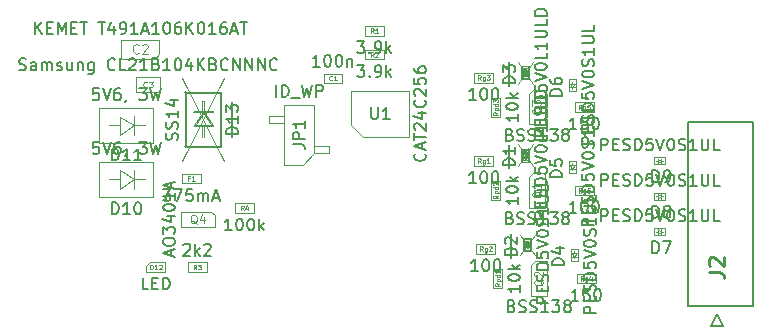
<source format=gbr>
G04 #@! TF.GenerationSoftware,KiCad,Pcbnew,9.0.7*
G04 #@! TF.CreationDate,2026-02-28T23:28:59+02:00*
G04 #@! TF.ProjectId,S-PCBASSY-001-01,532d5043-4241-4535-9359-2d3030312d30,rev?*
G04 #@! TF.SameCoordinates,Original*
G04 #@! TF.FileFunction,AssemblyDrawing,Top*
%FSLAX46Y46*%
G04 Gerber Fmt 4.6, Leading zero omitted, Abs format (unit mm)*
G04 Created by KiCad (PCBNEW 9.0.7) date 2026-02-28 23:28:59*
%MOMM*%
%LPD*%
G01*
G04 APERTURE LIST*
%ADD10C,0.150000*%
%ADD11C,0.060000*%
%ADD12C,0.254000*%
%ADD13C,0.110000*%
%ADD14C,0.080000*%
%ADD15C,0.120000*%
%ADD16C,0.100000*%
%ADD17C,0.127000*%
G04 APERTURE END LIST*
D10*
X147770833Y-74334819D02*
X147199405Y-74334819D01*
X147485119Y-74334819D02*
X147485119Y-73334819D01*
X147485119Y-73334819D02*
X147389881Y-73477676D01*
X147389881Y-73477676D02*
X147294643Y-73572914D01*
X147294643Y-73572914D02*
X147199405Y-73620533D01*
X148675595Y-73334819D02*
X148199405Y-73334819D01*
X148199405Y-73334819D02*
X148151786Y-73811009D01*
X148151786Y-73811009D02*
X148199405Y-73763390D01*
X148199405Y-73763390D02*
X148294643Y-73715771D01*
X148294643Y-73715771D02*
X148532738Y-73715771D01*
X148532738Y-73715771D02*
X148627976Y-73763390D01*
X148627976Y-73763390D02*
X148675595Y-73811009D01*
X148675595Y-73811009D02*
X148723214Y-73906247D01*
X148723214Y-73906247D02*
X148723214Y-74144342D01*
X148723214Y-74144342D02*
X148675595Y-74239580D01*
X148675595Y-74239580D02*
X148627976Y-74287200D01*
X148627976Y-74287200D02*
X148532738Y-74334819D01*
X148532738Y-74334819D02*
X148294643Y-74334819D01*
X148294643Y-74334819D02*
X148199405Y-74287200D01*
X148199405Y-74287200D02*
X148151786Y-74239580D01*
X149342262Y-73334819D02*
X149437500Y-73334819D01*
X149437500Y-73334819D02*
X149532738Y-73382438D01*
X149532738Y-73382438D02*
X149580357Y-73430057D01*
X149580357Y-73430057D02*
X149627976Y-73525295D01*
X149627976Y-73525295D02*
X149675595Y-73715771D01*
X149675595Y-73715771D02*
X149675595Y-73953866D01*
X149675595Y-73953866D02*
X149627976Y-74144342D01*
X149627976Y-74144342D02*
X149580357Y-74239580D01*
X149580357Y-74239580D02*
X149532738Y-74287200D01*
X149532738Y-74287200D02*
X149437500Y-74334819D01*
X149437500Y-74334819D02*
X149342262Y-74334819D01*
X149342262Y-74334819D02*
X149247024Y-74287200D01*
X149247024Y-74287200D02*
X149199405Y-74239580D01*
X149199405Y-74239580D02*
X149151786Y-74144342D01*
X149151786Y-74144342D02*
X149104167Y-73953866D01*
X149104167Y-73953866D02*
X149104167Y-73715771D01*
X149104167Y-73715771D02*
X149151786Y-73525295D01*
X149151786Y-73525295D02*
X149199405Y-73430057D01*
X149199405Y-73430057D02*
X149247024Y-73382438D01*
X149247024Y-73382438D02*
X149342262Y-73334819D01*
D11*
X148189881Y-72631927D02*
X148056548Y-72441451D01*
X147961310Y-72631927D02*
X147961310Y-72231927D01*
X147961310Y-72231927D02*
X148113691Y-72231927D01*
X148113691Y-72231927D02*
X148151786Y-72250975D01*
X148151786Y-72250975D02*
X148170833Y-72270022D01*
X148170833Y-72270022D02*
X148189881Y-72308118D01*
X148189881Y-72308118D02*
X148189881Y-72365260D01*
X148189881Y-72365260D02*
X148170833Y-72403356D01*
X148170833Y-72403356D02*
X148151786Y-72422403D01*
X148151786Y-72422403D02*
X148113691Y-72441451D01*
X148113691Y-72441451D02*
X147961310Y-72441451D01*
X148532738Y-72365260D02*
X148532738Y-72689070D01*
X148532738Y-72689070D02*
X148513691Y-72727165D01*
X148513691Y-72727165D02*
X148494643Y-72746213D01*
X148494643Y-72746213D02*
X148456548Y-72765260D01*
X148456548Y-72765260D02*
X148399405Y-72765260D01*
X148399405Y-72765260D02*
X148361310Y-72746213D01*
X148532738Y-72612880D02*
X148494643Y-72631927D01*
X148494643Y-72631927D02*
X148418452Y-72631927D01*
X148418452Y-72631927D02*
X148380357Y-72612880D01*
X148380357Y-72612880D02*
X148361310Y-72593832D01*
X148361310Y-72593832D02*
X148342262Y-72555737D01*
X148342262Y-72555737D02*
X148342262Y-72441451D01*
X148342262Y-72441451D02*
X148361310Y-72403356D01*
X148361310Y-72403356D02*
X148380357Y-72384308D01*
X148380357Y-72384308D02*
X148418452Y-72365260D01*
X148418452Y-72365260D02*
X148494643Y-72365260D01*
X148494643Y-72365260D02*
X148532738Y-72384308D01*
X148894643Y-72365260D02*
X148894643Y-72631927D01*
X148799405Y-72212880D02*
X148704167Y-72498594D01*
X148704167Y-72498594D02*
X148951786Y-72498594D01*
D12*
X158804318Y-71923332D02*
X159711461Y-71923332D01*
X159711461Y-71923332D02*
X159892889Y-71983809D01*
X159892889Y-71983809D02*
X160013842Y-72104761D01*
X160013842Y-72104761D02*
X160074318Y-72286190D01*
X160074318Y-72286190D02*
X160074318Y-72407142D01*
X158925270Y-71379047D02*
X158864794Y-71318571D01*
X158864794Y-71318571D02*
X158804318Y-71197618D01*
X158804318Y-71197618D02*
X158804318Y-70895237D01*
X158804318Y-70895237D02*
X158864794Y-70774285D01*
X158864794Y-70774285D02*
X158925270Y-70713809D01*
X158925270Y-70713809D02*
X159046222Y-70653332D01*
X159046222Y-70653332D02*
X159167175Y-70653332D01*
X159167175Y-70653332D02*
X159348603Y-70713809D01*
X159348603Y-70713809D02*
X160074318Y-71439523D01*
X160074318Y-71439523D02*
X160074318Y-70653332D01*
D10*
X107166666Y-56354819D02*
X106690476Y-56354819D01*
X106690476Y-56354819D02*
X106642857Y-56831009D01*
X106642857Y-56831009D02*
X106690476Y-56783390D01*
X106690476Y-56783390D02*
X106785714Y-56735771D01*
X106785714Y-56735771D02*
X107023809Y-56735771D01*
X107023809Y-56735771D02*
X107119047Y-56783390D01*
X107119047Y-56783390D02*
X107166666Y-56831009D01*
X107166666Y-56831009D02*
X107214285Y-56926247D01*
X107214285Y-56926247D02*
X107214285Y-57164342D01*
X107214285Y-57164342D02*
X107166666Y-57259580D01*
X107166666Y-57259580D02*
X107119047Y-57307200D01*
X107119047Y-57307200D02*
X107023809Y-57354819D01*
X107023809Y-57354819D02*
X106785714Y-57354819D01*
X106785714Y-57354819D02*
X106690476Y-57307200D01*
X106690476Y-57307200D02*
X106642857Y-57259580D01*
X107500000Y-56354819D02*
X107833333Y-57354819D01*
X107833333Y-57354819D02*
X108166666Y-56354819D01*
X108928571Y-56354819D02*
X108738095Y-56354819D01*
X108738095Y-56354819D02*
X108642857Y-56402438D01*
X108642857Y-56402438D02*
X108595238Y-56450057D01*
X108595238Y-56450057D02*
X108500000Y-56592914D01*
X108500000Y-56592914D02*
X108452381Y-56783390D01*
X108452381Y-56783390D02*
X108452381Y-57164342D01*
X108452381Y-57164342D02*
X108500000Y-57259580D01*
X108500000Y-57259580D02*
X108547619Y-57307200D01*
X108547619Y-57307200D02*
X108642857Y-57354819D01*
X108642857Y-57354819D02*
X108833333Y-57354819D01*
X108833333Y-57354819D02*
X108928571Y-57307200D01*
X108928571Y-57307200D02*
X108976190Y-57259580D01*
X108976190Y-57259580D02*
X109023809Y-57164342D01*
X109023809Y-57164342D02*
X109023809Y-56926247D01*
X109023809Y-56926247D02*
X108976190Y-56831009D01*
X108976190Y-56831009D02*
X108928571Y-56783390D01*
X108928571Y-56783390D02*
X108833333Y-56735771D01*
X108833333Y-56735771D02*
X108642857Y-56735771D01*
X108642857Y-56735771D02*
X108547619Y-56783390D01*
X108547619Y-56783390D02*
X108500000Y-56831009D01*
X108500000Y-56831009D02*
X108452381Y-56926247D01*
X109500000Y-57307200D02*
X109500000Y-57354819D01*
X109500000Y-57354819D02*
X109452381Y-57450057D01*
X109452381Y-57450057D02*
X109404762Y-57497676D01*
X110595238Y-56354819D02*
X111214285Y-56354819D01*
X111214285Y-56354819D02*
X110880952Y-56735771D01*
X110880952Y-56735771D02*
X111023809Y-56735771D01*
X111023809Y-56735771D02*
X111119047Y-56783390D01*
X111119047Y-56783390D02*
X111166666Y-56831009D01*
X111166666Y-56831009D02*
X111214285Y-56926247D01*
X111214285Y-56926247D02*
X111214285Y-57164342D01*
X111214285Y-57164342D02*
X111166666Y-57259580D01*
X111166666Y-57259580D02*
X111119047Y-57307200D01*
X111119047Y-57307200D02*
X111023809Y-57354819D01*
X111023809Y-57354819D02*
X110738095Y-57354819D01*
X110738095Y-57354819D02*
X110642857Y-57307200D01*
X110642857Y-57307200D02*
X110595238Y-57259580D01*
X111547619Y-56354819D02*
X111785714Y-57354819D01*
X111785714Y-57354819D02*
X111976190Y-56640533D01*
X111976190Y-56640533D02*
X112166666Y-57354819D01*
X112166666Y-57354819D02*
X112404762Y-56354819D01*
X108285714Y-62454819D02*
X108285714Y-61454819D01*
X108285714Y-61454819D02*
X108523809Y-61454819D01*
X108523809Y-61454819D02*
X108666666Y-61502438D01*
X108666666Y-61502438D02*
X108761904Y-61597676D01*
X108761904Y-61597676D02*
X108809523Y-61692914D01*
X108809523Y-61692914D02*
X108857142Y-61883390D01*
X108857142Y-61883390D02*
X108857142Y-62026247D01*
X108857142Y-62026247D02*
X108809523Y-62216723D01*
X108809523Y-62216723D02*
X108761904Y-62311961D01*
X108761904Y-62311961D02*
X108666666Y-62407200D01*
X108666666Y-62407200D02*
X108523809Y-62454819D01*
X108523809Y-62454819D02*
X108285714Y-62454819D01*
X109809523Y-62454819D02*
X109238095Y-62454819D01*
X109523809Y-62454819D02*
X109523809Y-61454819D01*
X109523809Y-61454819D02*
X109428571Y-61597676D01*
X109428571Y-61597676D02*
X109333333Y-61692914D01*
X109333333Y-61692914D02*
X109238095Y-61740533D01*
X110761904Y-62454819D02*
X110190476Y-62454819D01*
X110476190Y-62454819D02*
X110476190Y-61454819D01*
X110476190Y-61454819D02*
X110380952Y-61597676D01*
X110380952Y-61597676D02*
X110285714Y-61692914D01*
X110285714Y-61692914D02*
X110190476Y-61740533D01*
X113319104Y-70532737D02*
X113319104Y-70056547D01*
X113604819Y-70627975D02*
X112604819Y-70294642D01*
X112604819Y-70294642D02*
X113604819Y-69961309D01*
X112604819Y-69437499D02*
X112604819Y-69247023D01*
X112604819Y-69247023D02*
X112652438Y-69151785D01*
X112652438Y-69151785D02*
X112747676Y-69056547D01*
X112747676Y-69056547D02*
X112938152Y-69008928D01*
X112938152Y-69008928D02*
X113271485Y-69008928D01*
X113271485Y-69008928D02*
X113461961Y-69056547D01*
X113461961Y-69056547D02*
X113557200Y-69151785D01*
X113557200Y-69151785D02*
X113604819Y-69247023D01*
X113604819Y-69247023D02*
X113604819Y-69437499D01*
X113604819Y-69437499D02*
X113557200Y-69532737D01*
X113557200Y-69532737D02*
X113461961Y-69627975D01*
X113461961Y-69627975D02*
X113271485Y-69675594D01*
X113271485Y-69675594D02*
X112938152Y-69675594D01*
X112938152Y-69675594D02*
X112747676Y-69627975D01*
X112747676Y-69627975D02*
X112652438Y-69532737D01*
X112652438Y-69532737D02*
X112604819Y-69437499D01*
X112604819Y-68675594D02*
X112604819Y-68056547D01*
X112604819Y-68056547D02*
X112985771Y-68389880D01*
X112985771Y-68389880D02*
X112985771Y-68247023D01*
X112985771Y-68247023D02*
X113033390Y-68151785D01*
X113033390Y-68151785D02*
X113081009Y-68104166D01*
X113081009Y-68104166D02*
X113176247Y-68056547D01*
X113176247Y-68056547D02*
X113414342Y-68056547D01*
X113414342Y-68056547D02*
X113509580Y-68104166D01*
X113509580Y-68104166D02*
X113557200Y-68151785D01*
X113557200Y-68151785D02*
X113604819Y-68247023D01*
X113604819Y-68247023D02*
X113604819Y-68532737D01*
X113604819Y-68532737D02*
X113557200Y-68627975D01*
X113557200Y-68627975D02*
X113509580Y-68675594D01*
X112938152Y-67199404D02*
X113604819Y-67199404D01*
X112557200Y-67437499D02*
X113271485Y-67675594D01*
X113271485Y-67675594D02*
X113271485Y-67056547D01*
X112604819Y-66485118D02*
X112604819Y-66389880D01*
X112604819Y-66389880D02*
X112652438Y-66294642D01*
X112652438Y-66294642D02*
X112700057Y-66247023D01*
X112700057Y-66247023D02*
X112795295Y-66199404D01*
X112795295Y-66199404D02*
X112985771Y-66151785D01*
X112985771Y-66151785D02*
X113223866Y-66151785D01*
X113223866Y-66151785D02*
X113414342Y-66199404D01*
X113414342Y-66199404D02*
X113509580Y-66247023D01*
X113509580Y-66247023D02*
X113557200Y-66294642D01*
X113557200Y-66294642D02*
X113604819Y-66389880D01*
X113604819Y-66389880D02*
X113604819Y-66485118D01*
X113604819Y-66485118D02*
X113557200Y-66580356D01*
X113557200Y-66580356D02*
X113509580Y-66627975D01*
X113509580Y-66627975D02*
X113414342Y-66675594D01*
X113414342Y-66675594D02*
X113223866Y-66723213D01*
X113223866Y-66723213D02*
X112985771Y-66723213D01*
X112985771Y-66723213D02*
X112795295Y-66675594D01*
X112795295Y-66675594D02*
X112700057Y-66627975D01*
X112700057Y-66627975D02*
X112652438Y-66580356D01*
X112652438Y-66580356D02*
X112604819Y-66485118D01*
X113604819Y-65199404D02*
X113604819Y-65770832D01*
X113604819Y-65485118D02*
X112604819Y-65485118D01*
X112604819Y-65485118D02*
X112747676Y-65580356D01*
X112747676Y-65580356D02*
X112842914Y-65675594D01*
X112842914Y-65675594D02*
X112890533Y-65770832D01*
X113319104Y-64818451D02*
X113319104Y-64342261D01*
X113604819Y-64913689D02*
X112604819Y-64580356D01*
X112604819Y-64580356D02*
X113604819Y-64247023D01*
D13*
X115481428Y-67833437D02*
X115412857Y-67799151D01*
X115412857Y-67799151D02*
X115344285Y-67730580D01*
X115344285Y-67730580D02*
X115241428Y-67627722D01*
X115241428Y-67627722D02*
X115172857Y-67593437D01*
X115172857Y-67593437D02*
X115104285Y-67593437D01*
X115138571Y-67764865D02*
X115070000Y-67730580D01*
X115070000Y-67730580D02*
X115001428Y-67662008D01*
X115001428Y-67662008D02*
X114967142Y-67524865D01*
X114967142Y-67524865D02*
X114967142Y-67284865D01*
X114967142Y-67284865D02*
X115001428Y-67147722D01*
X115001428Y-67147722D02*
X115070000Y-67079151D01*
X115070000Y-67079151D02*
X115138571Y-67044865D01*
X115138571Y-67044865D02*
X115275714Y-67044865D01*
X115275714Y-67044865D02*
X115344285Y-67079151D01*
X115344285Y-67079151D02*
X115412857Y-67147722D01*
X115412857Y-67147722D02*
X115447142Y-67284865D01*
X115447142Y-67284865D02*
X115447142Y-67524865D01*
X115447142Y-67524865D02*
X115412857Y-67662008D01*
X115412857Y-67662008D02*
X115344285Y-67730580D01*
X115344285Y-67730580D02*
X115275714Y-67764865D01*
X115275714Y-67764865D02*
X115138571Y-67764865D01*
X116064286Y-67284865D02*
X116064286Y-67764865D01*
X115892857Y-67010580D02*
X115721428Y-67524865D01*
X115721428Y-67524865D02*
X116167143Y-67524865D01*
D10*
X147608333Y-66884819D02*
X147036905Y-66884819D01*
X147322619Y-66884819D02*
X147322619Y-65884819D01*
X147322619Y-65884819D02*
X147227381Y-66027676D01*
X147227381Y-66027676D02*
X147132143Y-66122914D01*
X147132143Y-66122914D02*
X147036905Y-66170533D01*
X148227381Y-65884819D02*
X148322619Y-65884819D01*
X148322619Y-65884819D02*
X148417857Y-65932438D01*
X148417857Y-65932438D02*
X148465476Y-65980057D01*
X148465476Y-65980057D02*
X148513095Y-66075295D01*
X148513095Y-66075295D02*
X148560714Y-66265771D01*
X148560714Y-66265771D02*
X148560714Y-66503866D01*
X148560714Y-66503866D02*
X148513095Y-66694342D01*
X148513095Y-66694342D02*
X148465476Y-66789580D01*
X148465476Y-66789580D02*
X148417857Y-66837200D01*
X148417857Y-66837200D02*
X148322619Y-66884819D01*
X148322619Y-66884819D02*
X148227381Y-66884819D01*
X148227381Y-66884819D02*
X148132143Y-66837200D01*
X148132143Y-66837200D02*
X148084524Y-66789580D01*
X148084524Y-66789580D02*
X148036905Y-66694342D01*
X148036905Y-66694342D02*
X147989286Y-66503866D01*
X147989286Y-66503866D02*
X147989286Y-66265771D01*
X147989286Y-66265771D02*
X148036905Y-66075295D01*
X148036905Y-66075295D02*
X148084524Y-65980057D01*
X148084524Y-65980057D02*
X148132143Y-65932438D01*
X148132143Y-65932438D02*
X148227381Y-65884819D01*
X149179762Y-65884819D02*
X149275000Y-65884819D01*
X149275000Y-65884819D02*
X149370238Y-65932438D01*
X149370238Y-65932438D02*
X149417857Y-65980057D01*
X149417857Y-65980057D02*
X149465476Y-66075295D01*
X149465476Y-66075295D02*
X149513095Y-66265771D01*
X149513095Y-66265771D02*
X149513095Y-66503866D01*
X149513095Y-66503866D02*
X149465476Y-66694342D01*
X149465476Y-66694342D02*
X149417857Y-66789580D01*
X149417857Y-66789580D02*
X149370238Y-66837200D01*
X149370238Y-66837200D02*
X149275000Y-66884819D01*
X149275000Y-66884819D02*
X149179762Y-66884819D01*
X149179762Y-66884819D02*
X149084524Y-66837200D01*
X149084524Y-66837200D02*
X149036905Y-66789580D01*
X149036905Y-66789580D02*
X148989286Y-66694342D01*
X148989286Y-66694342D02*
X148941667Y-66503866D01*
X148941667Y-66503866D02*
X148941667Y-66265771D01*
X148941667Y-66265771D02*
X148989286Y-66075295D01*
X148989286Y-66075295D02*
X149036905Y-65980057D01*
X149036905Y-65980057D02*
X149084524Y-65932438D01*
X149084524Y-65932438D02*
X149179762Y-65884819D01*
D11*
X148027381Y-65181927D02*
X147894048Y-64991451D01*
X147798810Y-65181927D02*
X147798810Y-64781927D01*
X147798810Y-64781927D02*
X147951191Y-64781927D01*
X147951191Y-64781927D02*
X147989286Y-64800975D01*
X147989286Y-64800975D02*
X148008333Y-64820022D01*
X148008333Y-64820022D02*
X148027381Y-64858118D01*
X148027381Y-64858118D02*
X148027381Y-64915260D01*
X148027381Y-64915260D02*
X148008333Y-64953356D01*
X148008333Y-64953356D02*
X147989286Y-64972403D01*
X147989286Y-64972403D02*
X147951191Y-64991451D01*
X147951191Y-64991451D02*
X147798810Y-64991451D01*
X148370238Y-64915260D02*
X148370238Y-65239070D01*
X148370238Y-65239070D02*
X148351191Y-65277165D01*
X148351191Y-65277165D02*
X148332143Y-65296213D01*
X148332143Y-65296213D02*
X148294048Y-65315260D01*
X148294048Y-65315260D02*
X148236905Y-65315260D01*
X148236905Y-65315260D02*
X148198810Y-65296213D01*
X148370238Y-65162880D02*
X148332143Y-65181927D01*
X148332143Y-65181927D02*
X148255952Y-65181927D01*
X148255952Y-65181927D02*
X148217857Y-65162880D01*
X148217857Y-65162880D02*
X148198810Y-65143832D01*
X148198810Y-65143832D02*
X148179762Y-65105737D01*
X148179762Y-65105737D02*
X148179762Y-64991451D01*
X148179762Y-64991451D02*
X148198810Y-64953356D01*
X148198810Y-64953356D02*
X148217857Y-64934308D01*
X148217857Y-64934308D02*
X148255952Y-64915260D01*
X148255952Y-64915260D02*
X148332143Y-64915260D01*
X148332143Y-64915260D02*
X148370238Y-64934308D01*
X148732143Y-64781927D02*
X148655953Y-64781927D01*
X148655953Y-64781927D02*
X148617857Y-64800975D01*
X148617857Y-64800975D02*
X148598810Y-64820022D01*
X148598810Y-64820022D02*
X148560715Y-64877165D01*
X148560715Y-64877165D02*
X148541667Y-64953356D01*
X148541667Y-64953356D02*
X148541667Y-65105737D01*
X148541667Y-65105737D02*
X148560715Y-65143832D01*
X148560715Y-65143832D02*
X148579762Y-65162880D01*
X148579762Y-65162880D02*
X148617857Y-65181927D01*
X148617857Y-65181927D02*
X148694048Y-65181927D01*
X148694048Y-65181927D02*
X148732143Y-65162880D01*
X148732143Y-65162880D02*
X148751191Y-65143832D01*
X148751191Y-65143832D02*
X148770238Y-65105737D01*
X148770238Y-65105737D02*
X148770238Y-65010499D01*
X148770238Y-65010499D02*
X148751191Y-64972403D01*
X148751191Y-64972403D02*
X148732143Y-64953356D01*
X148732143Y-64953356D02*
X148694048Y-64934308D01*
X148694048Y-64934308D02*
X148617857Y-64934308D01*
X148617857Y-64934308D02*
X148579762Y-64953356D01*
X148579762Y-64953356D02*
X148560715Y-64972403D01*
X148560715Y-64972403D02*
X148541667Y-65010499D01*
D10*
X118428571Y-68384819D02*
X117857143Y-68384819D01*
X118142857Y-68384819D02*
X118142857Y-67384819D01*
X118142857Y-67384819D02*
X118047619Y-67527676D01*
X118047619Y-67527676D02*
X117952381Y-67622914D01*
X117952381Y-67622914D02*
X117857143Y-67670533D01*
X119047619Y-67384819D02*
X119142857Y-67384819D01*
X119142857Y-67384819D02*
X119238095Y-67432438D01*
X119238095Y-67432438D02*
X119285714Y-67480057D01*
X119285714Y-67480057D02*
X119333333Y-67575295D01*
X119333333Y-67575295D02*
X119380952Y-67765771D01*
X119380952Y-67765771D02*
X119380952Y-68003866D01*
X119380952Y-68003866D02*
X119333333Y-68194342D01*
X119333333Y-68194342D02*
X119285714Y-68289580D01*
X119285714Y-68289580D02*
X119238095Y-68337200D01*
X119238095Y-68337200D02*
X119142857Y-68384819D01*
X119142857Y-68384819D02*
X119047619Y-68384819D01*
X119047619Y-68384819D02*
X118952381Y-68337200D01*
X118952381Y-68337200D02*
X118904762Y-68289580D01*
X118904762Y-68289580D02*
X118857143Y-68194342D01*
X118857143Y-68194342D02*
X118809524Y-68003866D01*
X118809524Y-68003866D02*
X118809524Y-67765771D01*
X118809524Y-67765771D02*
X118857143Y-67575295D01*
X118857143Y-67575295D02*
X118904762Y-67480057D01*
X118904762Y-67480057D02*
X118952381Y-67432438D01*
X118952381Y-67432438D02*
X119047619Y-67384819D01*
X120000000Y-67384819D02*
X120095238Y-67384819D01*
X120095238Y-67384819D02*
X120190476Y-67432438D01*
X120190476Y-67432438D02*
X120238095Y-67480057D01*
X120238095Y-67480057D02*
X120285714Y-67575295D01*
X120285714Y-67575295D02*
X120333333Y-67765771D01*
X120333333Y-67765771D02*
X120333333Y-68003866D01*
X120333333Y-68003866D02*
X120285714Y-68194342D01*
X120285714Y-68194342D02*
X120238095Y-68289580D01*
X120238095Y-68289580D02*
X120190476Y-68337200D01*
X120190476Y-68337200D02*
X120095238Y-68384819D01*
X120095238Y-68384819D02*
X120000000Y-68384819D01*
X120000000Y-68384819D02*
X119904762Y-68337200D01*
X119904762Y-68337200D02*
X119857143Y-68289580D01*
X119857143Y-68289580D02*
X119809524Y-68194342D01*
X119809524Y-68194342D02*
X119761905Y-68003866D01*
X119761905Y-68003866D02*
X119761905Y-67765771D01*
X119761905Y-67765771D02*
X119809524Y-67575295D01*
X119809524Y-67575295D02*
X119857143Y-67480057D01*
X119857143Y-67480057D02*
X119904762Y-67432438D01*
X119904762Y-67432438D02*
X120000000Y-67384819D01*
X120761905Y-68384819D02*
X120761905Y-67384819D01*
X120857143Y-68003866D02*
X121142857Y-68384819D01*
X121142857Y-67718152D02*
X120761905Y-68099104D01*
D11*
X119433333Y-66681927D02*
X119300000Y-66491451D01*
X119204762Y-66681927D02*
X119204762Y-66281927D01*
X119204762Y-66281927D02*
X119357143Y-66281927D01*
X119357143Y-66281927D02*
X119395238Y-66300975D01*
X119395238Y-66300975D02*
X119414285Y-66320022D01*
X119414285Y-66320022D02*
X119433333Y-66358118D01*
X119433333Y-66358118D02*
X119433333Y-66415260D01*
X119433333Y-66415260D02*
X119414285Y-66453356D01*
X119414285Y-66453356D02*
X119395238Y-66472403D01*
X119395238Y-66472403D02*
X119357143Y-66491451D01*
X119357143Y-66491451D02*
X119204762Y-66491451D01*
X119776190Y-66415260D02*
X119776190Y-66681927D01*
X119680952Y-66262880D02*
X119585714Y-66548594D01*
X119585714Y-66548594D02*
X119833333Y-66548594D01*
D10*
X145079819Y-60430952D02*
X144079819Y-60430952D01*
X144079819Y-60430952D02*
X144079819Y-60050000D01*
X144079819Y-60050000D02*
X144127438Y-59954762D01*
X144127438Y-59954762D02*
X144175057Y-59907143D01*
X144175057Y-59907143D02*
X144270295Y-59859524D01*
X144270295Y-59859524D02*
X144413152Y-59859524D01*
X144413152Y-59859524D02*
X144508390Y-59907143D01*
X144508390Y-59907143D02*
X144556009Y-59954762D01*
X144556009Y-59954762D02*
X144603628Y-60050000D01*
X144603628Y-60050000D02*
X144603628Y-60430952D01*
X144556009Y-59430952D02*
X144556009Y-59097619D01*
X145079819Y-58954762D02*
X145079819Y-59430952D01*
X145079819Y-59430952D02*
X144079819Y-59430952D01*
X144079819Y-59430952D02*
X144079819Y-58954762D01*
X145032200Y-58573809D02*
X145079819Y-58430952D01*
X145079819Y-58430952D02*
X145079819Y-58192857D01*
X145079819Y-58192857D02*
X145032200Y-58097619D01*
X145032200Y-58097619D02*
X144984580Y-58050000D01*
X144984580Y-58050000D02*
X144889342Y-58002381D01*
X144889342Y-58002381D02*
X144794104Y-58002381D01*
X144794104Y-58002381D02*
X144698866Y-58050000D01*
X144698866Y-58050000D02*
X144651247Y-58097619D01*
X144651247Y-58097619D02*
X144603628Y-58192857D01*
X144603628Y-58192857D02*
X144556009Y-58383333D01*
X144556009Y-58383333D02*
X144508390Y-58478571D01*
X144508390Y-58478571D02*
X144460771Y-58526190D01*
X144460771Y-58526190D02*
X144365533Y-58573809D01*
X144365533Y-58573809D02*
X144270295Y-58573809D01*
X144270295Y-58573809D02*
X144175057Y-58526190D01*
X144175057Y-58526190D02*
X144127438Y-58478571D01*
X144127438Y-58478571D02*
X144079819Y-58383333D01*
X144079819Y-58383333D02*
X144079819Y-58145238D01*
X144079819Y-58145238D02*
X144127438Y-58002381D01*
X145079819Y-57573809D02*
X144079819Y-57573809D01*
X144079819Y-57573809D02*
X144079819Y-57335714D01*
X144079819Y-57335714D02*
X144127438Y-57192857D01*
X144127438Y-57192857D02*
X144222676Y-57097619D01*
X144222676Y-57097619D02*
X144317914Y-57050000D01*
X144317914Y-57050000D02*
X144508390Y-57002381D01*
X144508390Y-57002381D02*
X144651247Y-57002381D01*
X144651247Y-57002381D02*
X144841723Y-57050000D01*
X144841723Y-57050000D02*
X144936961Y-57097619D01*
X144936961Y-57097619D02*
X145032200Y-57192857D01*
X145032200Y-57192857D02*
X145079819Y-57335714D01*
X145079819Y-57335714D02*
X145079819Y-57573809D01*
X144079819Y-56097619D02*
X144079819Y-56573809D01*
X144079819Y-56573809D02*
X144556009Y-56621428D01*
X144556009Y-56621428D02*
X144508390Y-56573809D01*
X144508390Y-56573809D02*
X144460771Y-56478571D01*
X144460771Y-56478571D02*
X144460771Y-56240476D01*
X144460771Y-56240476D02*
X144508390Y-56145238D01*
X144508390Y-56145238D02*
X144556009Y-56097619D01*
X144556009Y-56097619D02*
X144651247Y-56050000D01*
X144651247Y-56050000D02*
X144889342Y-56050000D01*
X144889342Y-56050000D02*
X144984580Y-56097619D01*
X144984580Y-56097619D02*
X145032200Y-56145238D01*
X145032200Y-56145238D02*
X145079819Y-56240476D01*
X145079819Y-56240476D02*
X145079819Y-56478571D01*
X145079819Y-56478571D02*
X145032200Y-56573809D01*
X145032200Y-56573809D02*
X144984580Y-56621428D01*
X144079819Y-55764285D02*
X145079819Y-55430952D01*
X145079819Y-55430952D02*
X144079819Y-55097619D01*
X144079819Y-54573809D02*
X144079819Y-54478571D01*
X144079819Y-54478571D02*
X144127438Y-54383333D01*
X144127438Y-54383333D02*
X144175057Y-54335714D01*
X144175057Y-54335714D02*
X144270295Y-54288095D01*
X144270295Y-54288095D02*
X144460771Y-54240476D01*
X144460771Y-54240476D02*
X144698866Y-54240476D01*
X144698866Y-54240476D02*
X144889342Y-54288095D01*
X144889342Y-54288095D02*
X144984580Y-54335714D01*
X144984580Y-54335714D02*
X145032200Y-54383333D01*
X145032200Y-54383333D02*
X145079819Y-54478571D01*
X145079819Y-54478571D02*
X145079819Y-54573809D01*
X145079819Y-54573809D02*
X145032200Y-54669047D01*
X145032200Y-54669047D02*
X144984580Y-54716666D01*
X144984580Y-54716666D02*
X144889342Y-54764285D01*
X144889342Y-54764285D02*
X144698866Y-54811904D01*
X144698866Y-54811904D02*
X144460771Y-54811904D01*
X144460771Y-54811904D02*
X144270295Y-54764285D01*
X144270295Y-54764285D02*
X144175057Y-54716666D01*
X144175057Y-54716666D02*
X144127438Y-54669047D01*
X144127438Y-54669047D02*
X144079819Y-54573809D01*
X145079819Y-53335714D02*
X145079819Y-53811904D01*
X145079819Y-53811904D02*
X144079819Y-53811904D01*
X145079819Y-52478571D02*
X145079819Y-53049999D01*
X145079819Y-52764285D02*
X144079819Y-52764285D01*
X144079819Y-52764285D02*
X144222676Y-52859523D01*
X144222676Y-52859523D02*
X144317914Y-52954761D01*
X144317914Y-52954761D02*
X144365533Y-53049999D01*
X144079819Y-52049999D02*
X144889342Y-52049999D01*
X144889342Y-52049999D02*
X144984580Y-52002380D01*
X144984580Y-52002380D02*
X145032200Y-51954761D01*
X145032200Y-51954761D02*
X145079819Y-51859523D01*
X145079819Y-51859523D02*
X145079819Y-51669047D01*
X145079819Y-51669047D02*
X145032200Y-51573809D01*
X145032200Y-51573809D02*
X144984580Y-51526190D01*
X144984580Y-51526190D02*
X144889342Y-51478571D01*
X144889342Y-51478571D02*
X144079819Y-51478571D01*
X145079819Y-50526190D02*
X145079819Y-51002380D01*
X145079819Y-51002380D02*
X144079819Y-51002380D01*
X145079819Y-50192856D02*
X144079819Y-50192856D01*
X144079819Y-50192856D02*
X144079819Y-49954761D01*
X144079819Y-49954761D02*
X144127438Y-49811904D01*
X144127438Y-49811904D02*
X144222676Y-49716666D01*
X144222676Y-49716666D02*
X144317914Y-49669047D01*
X144317914Y-49669047D02*
X144508390Y-49621428D01*
X144508390Y-49621428D02*
X144651247Y-49621428D01*
X144651247Y-49621428D02*
X144841723Y-49669047D01*
X144841723Y-49669047D02*
X144936961Y-49716666D01*
X144936961Y-49716666D02*
X145032200Y-49811904D01*
X145032200Y-49811904D02*
X145079819Y-49954761D01*
X145079819Y-49954761D02*
X145079819Y-50192856D01*
X142379819Y-55915094D02*
X141379819Y-55915094D01*
X141379819Y-55915094D02*
X141379819Y-55676999D01*
X141379819Y-55676999D02*
X141427438Y-55534142D01*
X141427438Y-55534142D02*
X141522676Y-55438904D01*
X141522676Y-55438904D02*
X141617914Y-55391285D01*
X141617914Y-55391285D02*
X141808390Y-55343666D01*
X141808390Y-55343666D02*
X141951247Y-55343666D01*
X141951247Y-55343666D02*
X142141723Y-55391285D01*
X142141723Y-55391285D02*
X142236961Y-55438904D01*
X142236961Y-55438904D02*
X142332200Y-55534142D01*
X142332200Y-55534142D02*
X142379819Y-55676999D01*
X142379819Y-55676999D02*
X142379819Y-55915094D01*
X141379819Y-55010332D02*
X141379819Y-54391285D01*
X141379819Y-54391285D02*
X141760771Y-54724618D01*
X141760771Y-54724618D02*
X141760771Y-54581761D01*
X141760771Y-54581761D02*
X141808390Y-54486523D01*
X141808390Y-54486523D02*
X141856009Y-54438904D01*
X141856009Y-54438904D02*
X141951247Y-54391285D01*
X141951247Y-54391285D02*
X142189342Y-54391285D01*
X142189342Y-54391285D02*
X142284580Y-54438904D01*
X142284580Y-54438904D02*
X142332200Y-54486523D01*
X142332200Y-54486523D02*
X142379819Y-54581761D01*
X142379819Y-54581761D02*
X142379819Y-54867475D01*
X142379819Y-54867475D02*
X142332200Y-54962713D01*
X142332200Y-54962713D02*
X142284580Y-55010332D01*
X141879819Y-56140094D02*
X141879819Y-54166285D01*
X149697619Y-61604819D02*
X149697619Y-60604819D01*
X149697619Y-60604819D02*
X150078571Y-60604819D01*
X150078571Y-60604819D02*
X150173809Y-60652438D01*
X150173809Y-60652438D02*
X150221428Y-60700057D01*
X150221428Y-60700057D02*
X150269047Y-60795295D01*
X150269047Y-60795295D02*
X150269047Y-60938152D01*
X150269047Y-60938152D02*
X150221428Y-61033390D01*
X150221428Y-61033390D02*
X150173809Y-61081009D01*
X150173809Y-61081009D02*
X150078571Y-61128628D01*
X150078571Y-61128628D02*
X149697619Y-61128628D01*
X150697619Y-61081009D02*
X151030952Y-61081009D01*
X151173809Y-61604819D02*
X150697619Y-61604819D01*
X150697619Y-61604819D02*
X150697619Y-60604819D01*
X150697619Y-60604819D02*
X151173809Y-60604819D01*
X151554762Y-61557200D02*
X151697619Y-61604819D01*
X151697619Y-61604819D02*
X151935714Y-61604819D01*
X151935714Y-61604819D02*
X152030952Y-61557200D01*
X152030952Y-61557200D02*
X152078571Y-61509580D01*
X152078571Y-61509580D02*
X152126190Y-61414342D01*
X152126190Y-61414342D02*
X152126190Y-61319104D01*
X152126190Y-61319104D02*
X152078571Y-61223866D01*
X152078571Y-61223866D02*
X152030952Y-61176247D01*
X152030952Y-61176247D02*
X151935714Y-61128628D01*
X151935714Y-61128628D02*
X151745238Y-61081009D01*
X151745238Y-61081009D02*
X151650000Y-61033390D01*
X151650000Y-61033390D02*
X151602381Y-60985771D01*
X151602381Y-60985771D02*
X151554762Y-60890533D01*
X151554762Y-60890533D02*
X151554762Y-60795295D01*
X151554762Y-60795295D02*
X151602381Y-60700057D01*
X151602381Y-60700057D02*
X151650000Y-60652438D01*
X151650000Y-60652438D02*
X151745238Y-60604819D01*
X151745238Y-60604819D02*
X151983333Y-60604819D01*
X151983333Y-60604819D02*
X152126190Y-60652438D01*
X152554762Y-61604819D02*
X152554762Y-60604819D01*
X152554762Y-60604819D02*
X152792857Y-60604819D01*
X152792857Y-60604819D02*
X152935714Y-60652438D01*
X152935714Y-60652438D02*
X153030952Y-60747676D01*
X153030952Y-60747676D02*
X153078571Y-60842914D01*
X153078571Y-60842914D02*
X153126190Y-61033390D01*
X153126190Y-61033390D02*
X153126190Y-61176247D01*
X153126190Y-61176247D02*
X153078571Y-61366723D01*
X153078571Y-61366723D02*
X153030952Y-61461961D01*
X153030952Y-61461961D02*
X152935714Y-61557200D01*
X152935714Y-61557200D02*
X152792857Y-61604819D01*
X152792857Y-61604819D02*
X152554762Y-61604819D01*
X154030952Y-60604819D02*
X153554762Y-60604819D01*
X153554762Y-60604819D02*
X153507143Y-61081009D01*
X153507143Y-61081009D02*
X153554762Y-61033390D01*
X153554762Y-61033390D02*
X153650000Y-60985771D01*
X153650000Y-60985771D02*
X153888095Y-60985771D01*
X153888095Y-60985771D02*
X153983333Y-61033390D01*
X153983333Y-61033390D02*
X154030952Y-61081009D01*
X154030952Y-61081009D02*
X154078571Y-61176247D01*
X154078571Y-61176247D02*
X154078571Y-61414342D01*
X154078571Y-61414342D02*
X154030952Y-61509580D01*
X154030952Y-61509580D02*
X153983333Y-61557200D01*
X153983333Y-61557200D02*
X153888095Y-61604819D01*
X153888095Y-61604819D02*
X153650000Y-61604819D01*
X153650000Y-61604819D02*
X153554762Y-61557200D01*
X153554762Y-61557200D02*
X153507143Y-61509580D01*
X154364286Y-60604819D02*
X154697619Y-61604819D01*
X154697619Y-61604819D02*
X155030952Y-60604819D01*
X155554762Y-60604819D02*
X155650000Y-60604819D01*
X155650000Y-60604819D02*
X155745238Y-60652438D01*
X155745238Y-60652438D02*
X155792857Y-60700057D01*
X155792857Y-60700057D02*
X155840476Y-60795295D01*
X155840476Y-60795295D02*
X155888095Y-60985771D01*
X155888095Y-60985771D02*
X155888095Y-61223866D01*
X155888095Y-61223866D02*
X155840476Y-61414342D01*
X155840476Y-61414342D02*
X155792857Y-61509580D01*
X155792857Y-61509580D02*
X155745238Y-61557200D01*
X155745238Y-61557200D02*
X155650000Y-61604819D01*
X155650000Y-61604819D02*
X155554762Y-61604819D01*
X155554762Y-61604819D02*
X155459524Y-61557200D01*
X155459524Y-61557200D02*
X155411905Y-61509580D01*
X155411905Y-61509580D02*
X155364286Y-61414342D01*
X155364286Y-61414342D02*
X155316667Y-61223866D01*
X155316667Y-61223866D02*
X155316667Y-60985771D01*
X155316667Y-60985771D02*
X155364286Y-60795295D01*
X155364286Y-60795295D02*
X155411905Y-60700057D01*
X155411905Y-60700057D02*
X155459524Y-60652438D01*
X155459524Y-60652438D02*
X155554762Y-60604819D01*
X156269048Y-61557200D02*
X156411905Y-61604819D01*
X156411905Y-61604819D02*
X156650000Y-61604819D01*
X156650000Y-61604819D02*
X156745238Y-61557200D01*
X156745238Y-61557200D02*
X156792857Y-61509580D01*
X156792857Y-61509580D02*
X156840476Y-61414342D01*
X156840476Y-61414342D02*
X156840476Y-61319104D01*
X156840476Y-61319104D02*
X156792857Y-61223866D01*
X156792857Y-61223866D02*
X156745238Y-61176247D01*
X156745238Y-61176247D02*
X156650000Y-61128628D01*
X156650000Y-61128628D02*
X156459524Y-61081009D01*
X156459524Y-61081009D02*
X156364286Y-61033390D01*
X156364286Y-61033390D02*
X156316667Y-60985771D01*
X156316667Y-60985771D02*
X156269048Y-60890533D01*
X156269048Y-60890533D02*
X156269048Y-60795295D01*
X156269048Y-60795295D02*
X156316667Y-60700057D01*
X156316667Y-60700057D02*
X156364286Y-60652438D01*
X156364286Y-60652438D02*
X156459524Y-60604819D01*
X156459524Y-60604819D02*
X156697619Y-60604819D01*
X156697619Y-60604819D02*
X156840476Y-60652438D01*
X157792857Y-61604819D02*
X157221429Y-61604819D01*
X157507143Y-61604819D02*
X157507143Y-60604819D01*
X157507143Y-60604819D02*
X157411905Y-60747676D01*
X157411905Y-60747676D02*
X157316667Y-60842914D01*
X157316667Y-60842914D02*
X157221429Y-60890533D01*
X158221429Y-60604819D02*
X158221429Y-61414342D01*
X158221429Y-61414342D02*
X158269048Y-61509580D01*
X158269048Y-61509580D02*
X158316667Y-61557200D01*
X158316667Y-61557200D02*
X158411905Y-61604819D01*
X158411905Y-61604819D02*
X158602381Y-61604819D01*
X158602381Y-61604819D02*
X158697619Y-61557200D01*
X158697619Y-61557200D02*
X158745238Y-61509580D01*
X158745238Y-61509580D02*
X158792857Y-61414342D01*
X158792857Y-61414342D02*
X158792857Y-60604819D01*
X159745238Y-61604819D02*
X159269048Y-61604819D01*
X159269048Y-61604819D02*
X159269048Y-60604819D01*
X154038905Y-64304819D02*
X154038905Y-63304819D01*
X154038905Y-63304819D02*
X154277000Y-63304819D01*
X154277000Y-63304819D02*
X154419857Y-63352438D01*
X154419857Y-63352438D02*
X154515095Y-63447676D01*
X154515095Y-63447676D02*
X154562714Y-63542914D01*
X154562714Y-63542914D02*
X154610333Y-63733390D01*
X154610333Y-63733390D02*
X154610333Y-63876247D01*
X154610333Y-63876247D02*
X154562714Y-64066723D01*
X154562714Y-64066723D02*
X154515095Y-64161961D01*
X154515095Y-64161961D02*
X154419857Y-64257200D01*
X154419857Y-64257200D02*
X154277000Y-64304819D01*
X154277000Y-64304819D02*
X154038905Y-64304819D01*
X155086524Y-64304819D02*
X155277000Y-64304819D01*
X155277000Y-64304819D02*
X155372238Y-64257200D01*
X155372238Y-64257200D02*
X155419857Y-64209580D01*
X155419857Y-64209580D02*
X155515095Y-64066723D01*
X155515095Y-64066723D02*
X155562714Y-63876247D01*
X155562714Y-63876247D02*
X155562714Y-63495295D01*
X155562714Y-63495295D02*
X155515095Y-63400057D01*
X155515095Y-63400057D02*
X155467476Y-63352438D01*
X155467476Y-63352438D02*
X155372238Y-63304819D01*
X155372238Y-63304819D02*
X155181762Y-63304819D01*
X155181762Y-63304819D02*
X155086524Y-63352438D01*
X155086524Y-63352438D02*
X155038905Y-63400057D01*
X155038905Y-63400057D02*
X154991286Y-63495295D01*
X154991286Y-63495295D02*
X154991286Y-63733390D01*
X154991286Y-63733390D02*
X155038905Y-63828628D01*
X155038905Y-63828628D02*
X155086524Y-63876247D01*
X155086524Y-63876247D02*
X155181762Y-63923866D01*
X155181762Y-63923866D02*
X155372238Y-63923866D01*
X155372238Y-63923866D02*
X155467476Y-63876247D01*
X155467476Y-63876247D02*
X155515095Y-63828628D01*
X155515095Y-63828628D02*
X155562714Y-63733390D01*
X142659819Y-65595238D02*
X142659819Y-66166666D01*
X142659819Y-65880952D02*
X141659819Y-65880952D01*
X141659819Y-65880952D02*
X141802676Y-65976190D01*
X141802676Y-65976190D02*
X141897914Y-66071428D01*
X141897914Y-66071428D02*
X141945533Y-66166666D01*
X141659819Y-64976190D02*
X141659819Y-64880952D01*
X141659819Y-64880952D02*
X141707438Y-64785714D01*
X141707438Y-64785714D02*
X141755057Y-64738095D01*
X141755057Y-64738095D02*
X141850295Y-64690476D01*
X141850295Y-64690476D02*
X142040771Y-64642857D01*
X142040771Y-64642857D02*
X142278866Y-64642857D01*
X142278866Y-64642857D02*
X142469342Y-64690476D01*
X142469342Y-64690476D02*
X142564580Y-64738095D01*
X142564580Y-64738095D02*
X142612200Y-64785714D01*
X142612200Y-64785714D02*
X142659819Y-64880952D01*
X142659819Y-64880952D02*
X142659819Y-64976190D01*
X142659819Y-64976190D02*
X142612200Y-65071428D01*
X142612200Y-65071428D02*
X142564580Y-65119047D01*
X142564580Y-65119047D02*
X142469342Y-65166666D01*
X142469342Y-65166666D02*
X142278866Y-65214285D01*
X142278866Y-65214285D02*
X142040771Y-65214285D01*
X142040771Y-65214285D02*
X141850295Y-65166666D01*
X141850295Y-65166666D02*
X141755057Y-65119047D01*
X141755057Y-65119047D02*
X141707438Y-65071428D01*
X141707438Y-65071428D02*
X141659819Y-64976190D01*
X142659819Y-64214285D02*
X141659819Y-64214285D01*
X142278866Y-64119047D02*
X142659819Y-63833333D01*
X141993152Y-63833333D02*
X142374104Y-64214285D01*
D11*
X140956927Y-65428571D02*
X140766451Y-65561904D01*
X140956927Y-65657142D02*
X140556927Y-65657142D01*
X140556927Y-65657142D02*
X140556927Y-65504761D01*
X140556927Y-65504761D02*
X140575975Y-65466666D01*
X140575975Y-65466666D02*
X140595022Y-65447619D01*
X140595022Y-65447619D02*
X140633118Y-65428571D01*
X140633118Y-65428571D02*
X140690260Y-65428571D01*
X140690260Y-65428571D02*
X140728356Y-65447619D01*
X140728356Y-65447619D02*
X140747403Y-65466666D01*
X140747403Y-65466666D02*
X140766451Y-65504761D01*
X140766451Y-65504761D02*
X140766451Y-65657142D01*
X140690260Y-65257142D02*
X141090260Y-65257142D01*
X140709308Y-65257142D02*
X140690260Y-65219047D01*
X140690260Y-65219047D02*
X140690260Y-65142857D01*
X140690260Y-65142857D02*
X140709308Y-65104761D01*
X140709308Y-65104761D02*
X140728356Y-65085714D01*
X140728356Y-65085714D02*
X140766451Y-65066666D01*
X140766451Y-65066666D02*
X140880737Y-65066666D01*
X140880737Y-65066666D02*
X140918832Y-65085714D01*
X140918832Y-65085714D02*
X140937880Y-65104761D01*
X140937880Y-65104761D02*
X140956927Y-65142857D01*
X140956927Y-65142857D02*
X140956927Y-65219047D01*
X140956927Y-65219047D02*
X140937880Y-65257142D01*
X140956927Y-64723809D02*
X140556927Y-64723809D01*
X140937880Y-64723809D02*
X140956927Y-64761904D01*
X140956927Y-64761904D02*
X140956927Y-64838095D01*
X140956927Y-64838095D02*
X140937880Y-64876190D01*
X140937880Y-64876190D02*
X140918832Y-64895237D01*
X140918832Y-64895237D02*
X140880737Y-64914285D01*
X140880737Y-64914285D02*
X140766451Y-64914285D01*
X140766451Y-64914285D02*
X140728356Y-64895237D01*
X140728356Y-64895237D02*
X140709308Y-64876190D01*
X140709308Y-64876190D02*
X140690260Y-64838095D01*
X140690260Y-64838095D02*
X140690260Y-64761904D01*
X140690260Y-64761904D02*
X140709308Y-64723809D01*
X140595022Y-64552380D02*
X140575975Y-64533332D01*
X140575975Y-64533332D02*
X140556927Y-64495237D01*
X140556927Y-64495237D02*
X140556927Y-64399999D01*
X140556927Y-64399999D02*
X140575975Y-64361904D01*
X140575975Y-64361904D02*
X140595022Y-64342856D01*
X140595022Y-64342856D02*
X140633118Y-64323809D01*
X140633118Y-64323809D02*
X140671213Y-64323809D01*
X140671213Y-64323809D02*
X140728356Y-64342856D01*
X140728356Y-64342856D02*
X140956927Y-64571428D01*
X140956927Y-64571428D02*
X140956927Y-64323809D01*
D10*
X145079819Y-67380952D02*
X144079819Y-67380952D01*
X144079819Y-67380952D02*
X144079819Y-67000000D01*
X144079819Y-67000000D02*
X144127438Y-66904762D01*
X144127438Y-66904762D02*
X144175057Y-66857143D01*
X144175057Y-66857143D02*
X144270295Y-66809524D01*
X144270295Y-66809524D02*
X144413152Y-66809524D01*
X144413152Y-66809524D02*
X144508390Y-66857143D01*
X144508390Y-66857143D02*
X144556009Y-66904762D01*
X144556009Y-66904762D02*
X144603628Y-67000000D01*
X144603628Y-67000000D02*
X144603628Y-67380952D01*
X144556009Y-66380952D02*
X144556009Y-66047619D01*
X145079819Y-65904762D02*
X145079819Y-66380952D01*
X145079819Y-66380952D02*
X144079819Y-66380952D01*
X144079819Y-66380952D02*
X144079819Y-65904762D01*
X145032200Y-65523809D02*
X145079819Y-65380952D01*
X145079819Y-65380952D02*
X145079819Y-65142857D01*
X145079819Y-65142857D02*
X145032200Y-65047619D01*
X145032200Y-65047619D02*
X144984580Y-65000000D01*
X144984580Y-65000000D02*
X144889342Y-64952381D01*
X144889342Y-64952381D02*
X144794104Y-64952381D01*
X144794104Y-64952381D02*
X144698866Y-65000000D01*
X144698866Y-65000000D02*
X144651247Y-65047619D01*
X144651247Y-65047619D02*
X144603628Y-65142857D01*
X144603628Y-65142857D02*
X144556009Y-65333333D01*
X144556009Y-65333333D02*
X144508390Y-65428571D01*
X144508390Y-65428571D02*
X144460771Y-65476190D01*
X144460771Y-65476190D02*
X144365533Y-65523809D01*
X144365533Y-65523809D02*
X144270295Y-65523809D01*
X144270295Y-65523809D02*
X144175057Y-65476190D01*
X144175057Y-65476190D02*
X144127438Y-65428571D01*
X144127438Y-65428571D02*
X144079819Y-65333333D01*
X144079819Y-65333333D02*
X144079819Y-65095238D01*
X144079819Y-65095238D02*
X144127438Y-64952381D01*
X145079819Y-64523809D02*
X144079819Y-64523809D01*
X144079819Y-64523809D02*
X144079819Y-64285714D01*
X144079819Y-64285714D02*
X144127438Y-64142857D01*
X144127438Y-64142857D02*
X144222676Y-64047619D01*
X144222676Y-64047619D02*
X144317914Y-64000000D01*
X144317914Y-64000000D02*
X144508390Y-63952381D01*
X144508390Y-63952381D02*
X144651247Y-63952381D01*
X144651247Y-63952381D02*
X144841723Y-64000000D01*
X144841723Y-64000000D02*
X144936961Y-64047619D01*
X144936961Y-64047619D02*
X145032200Y-64142857D01*
X145032200Y-64142857D02*
X145079819Y-64285714D01*
X145079819Y-64285714D02*
X145079819Y-64523809D01*
X144079819Y-63047619D02*
X144079819Y-63523809D01*
X144079819Y-63523809D02*
X144556009Y-63571428D01*
X144556009Y-63571428D02*
X144508390Y-63523809D01*
X144508390Y-63523809D02*
X144460771Y-63428571D01*
X144460771Y-63428571D02*
X144460771Y-63190476D01*
X144460771Y-63190476D02*
X144508390Y-63095238D01*
X144508390Y-63095238D02*
X144556009Y-63047619D01*
X144556009Y-63047619D02*
X144651247Y-63000000D01*
X144651247Y-63000000D02*
X144889342Y-63000000D01*
X144889342Y-63000000D02*
X144984580Y-63047619D01*
X144984580Y-63047619D02*
X145032200Y-63095238D01*
X145032200Y-63095238D02*
X145079819Y-63190476D01*
X145079819Y-63190476D02*
X145079819Y-63428571D01*
X145079819Y-63428571D02*
X145032200Y-63523809D01*
X145032200Y-63523809D02*
X144984580Y-63571428D01*
X144079819Y-62714285D02*
X145079819Y-62380952D01*
X145079819Y-62380952D02*
X144079819Y-62047619D01*
X144079819Y-61523809D02*
X144079819Y-61428571D01*
X144079819Y-61428571D02*
X144127438Y-61333333D01*
X144127438Y-61333333D02*
X144175057Y-61285714D01*
X144175057Y-61285714D02*
X144270295Y-61238095D01*
X144270295Y-61238095D02*
X144460771Y-61190476D01*
X144460771Y-61190476D02*
X144698866Y-61190476D01*
X144698866Y-61190476D02*
X144889342Y-61238095D01*
X144889342Y-61238095D02*
X144984580Y-61285714D01*
X144984580Y-61285714D02*
X145032200Y-61333333D01*
X145032200Y-61333333D02*
X145079819Y-61428571D01*
X145079819Y-61428571D02*
X145079819Y-61523809D01*
X145079819Y-61523809D02*
X145032200Y-61619047D01*
X145032200Y-61619047D02*
X144984580Y-61666666D01*
X144984580Y-61666666D02*
X144889342Y-61714285D01*
X144889342Y-61714285D02*
X144698866Y-61761904D01*
X144698866Y-61761904D02*
X144460771Y-61761904D01*
X144460771Y-61761904D02*
X144270295Y-61714285D01*
X144270295Y-61714285D02*
X144175057Y-61666666D01*
X144175057Y-61666666D02*
X144127438Y-61619047D01*
X144127438Y-61619047D02*
X144079819Y-61523809D01*
X145079819Y-60285714D02*
X145079819Y-60761904D01*
X145079819Y-60761904D02*
X144079819Y-60761904D01*
X145079819Y-59428571D02*
X145079819Y-59999999D01*
X145079819Y-59714285D02*
X144079819Y-59714285D01*
X144079819Y-59714285D02*
X144222676Y-59809523D01*
X144222676Y-59809523D02*
X144317914Y-59904761D01*
X144317914Y-59904761D02*
X144365533Y-59999999D01*
X144079819Y-58999999D02*
X144889342Y-58999999D01*
X144889342Y-58999999D02*
X144984580Y-58952380D01*
X144984580Y-58952380D02*
X145032200Y-58904761D01*
X145032200Y-58904761D02*
X145079819Y-58809523D01*
X145079819Y-58809523D02*
X145079819Y-58619047D01*
X145079819Y-58619047D02*
X145032200Y-58523809D01*
X145032200Y-58523809D02*
X144984580Y-58476190D01*
X144984580Y-58476190D02*
X144889342Y-58428571D01*
X144889342Y-58428571D02*
X144079819Y-58428571D01*
X145079819Y-57476190D02*
X145079819Y-57952380D01*
X145079819Y-57952380D02*
X144079819Y-57952380D01*
X145079819Y-57142856D02*
X144079819Y-57142856D01*
X144079819Y-57142856D02*
X144079819Y-56904761D01*
X144079819Y-56904761D02*
X144127438Y-56761904D01*
X144127438Y-56761904D02*
X144222676Y-56666666D01*
X144222676Y-56666666D02*
X144317914Y-56619047D01*
X144317914Y-56619047D02*
X144508390Y-56571428D01*
X144508390Y-56571428D02*
X144651247Y-56571428D01*
X144651247Y-56571428D02*
X144841723Y-56619047D01*
X144841723Y-56619047D02*
X144936961Y-56666666D01*
X144936961Y-56666666D02*
X145032200Y-56761904D01*
X145032200Y-56761904D02*
X145079819Y-56904761D01*
X145079819Y-56904761D02*
X145079819Y-57142856D01*
X142379819Y-62865094D02*
X141379819Y-62865094D01*
X141379819Y-62865094D02*
X141379819Y-62626999D01*
X141379819Y-62626999D02*
X141427438Y-62484142D01*
X141427438Y-62484142D02*
X141522676Y-62388904D01*
X141522676Y-62388904D02*
X141617914Y-62341285D01*
X141617914Y-62341285D02*
X141808390Y-62293666D01*
X141808390Y-62293666D02*
X141951247Y-62293666D01*
X141951247Y-62293666D02*
X142141723Y-62341285D01*
X142141723Y-62341285D02*
X142236961Y-62388904D01*
X142236961Y-62388904D02*
X142332200Y-62484142D01*
X142332200Y-62484142D02*
X142379819Y-62626999D01*
X142379819Y-62626999D02*
X142379819Y-62865094D01*
X142379819Y-61341285D02*
X142379819Y-61912713D01*
X142379819Y-61626999D02*
X141379819Y-61626999D01*
X141379819Y-61626999D02*
X141522676Y-61722237D01*
X141522676Y-61722237D02*
X141617914Y-61817475D01*
X141617914Y-61817475D02*
X141665533Y-61912713D01*
X141879819Y-63090094D02*
X141879819Y-61121994D01*
X145242319Y-74552380D02*
X144242319Y-74552380D01*
X144242319Y-74552380D02*
X144242319Y-74171428D01*
X144242319Y-74171428D02*
X144289938Y-74076190D01*
X144289938Y-74076190D02*
X144337557Y-74028571D01*
X144337557Y-74028571D02*
X144432795Y-73980952D01*
X144432795Y-73980952D02*
X144575652Y-73980952D01*
X144575652Y-73980952D02*
X144670890Y-74028571D01*
X144670890Y-74028571D02*
X144718509Y-74076190D01*
X144718509Y-74076190D02*
X144766128Y-74171428D01*
X144766128Y-74171428D02*
X144766128Y-74552380D01*
X144718509Y-73552380D02*
X144718509Y-73219047D01*
X145242319Y-73076190D02*
X145242319Y-73552380D01*
X145242319Y-73552380D02*
X144242319Y-73552380D01*
X144242319Y-73552380D02*
X144242319Y-73076190D01*
X145194700Y-72695237D02*
X145242319Y-72552380D01*
X145242319Y-72552380D02*
X145242319Y-72314285D01*
X145242319Y-72314285D02*
X145194700Y-72219047D01*
X145194700Y-72219047D02*
X145147080Y-72171428D01*
X145147080Y-72171428D02*
X145051842Y-72123809D01*
X145051842Y-72123809D02*
X144956604Y-72123809D01*
X144956604Y-72123809D02*
X144861366Y-72171428D01*
X144861366Y-72171428D02*
X144813747Y-72219047D01*
X144813747Y-72219047D02*
X144766128Y-72314285D01*
X144766128Y-72314285D02*
X144718509Y-72504761D01*
X144718509Y-72504761D02*
X144670890Y-72599999D01*
X144670890Y-72599999D02*
X144623271Y-72647618D01*
X144623271Y-72647618D02*
X144528033Y-72695237D01*
X144528033Y-72695237D02*
X144432795Y-72695237D01*
X144432795Y-72695237D02*
X144337557Y-72647618D01*
X144337557Y-72647618D02*
X144289938Y-72599999D01*
X144289938Y-72599999D02*
X144242319Y-72504761D01*
X144242319Y-72504761D02*
X144242319Y-72266666D01*
X144242319Y-72266666D02*
X144289938Y-72123809D01*
X145242319Y-71695237D02*
X144242319Y-71695237D01*
X144242319Y-71695237D02*
X144242319Y-71457142D01*
X144242319Y-71457142D02*
X144289938Y-71314285D01*
X144289938Y-71314285D02*
X144385176Y-71219047D01*
X144385176Y-71219047D02*
X144480414Y-71171428D01*
X144480414Y-71171428D02*
X144670890Y-71123809D01*
X144670890Y-71123809D02*
X144813747Y-71123809D01*
X144813747Y-71123809D02*
X145004223Y-71171428D01*
X145004223Y-71171428D02*
X145099461Y-71219047D01*
X145099461Y-71219047D02*
X145194700Y-71314285D01*
X145194700Y-71314285D02*
X145242319Y-71457142D01*
X145242319Y-71457142D02*
X145242319Y-71695237D01*
X144242319Y-70219047D02*
X144242319Y-70695237D01*
X144242319Y-70695237D02*
X144718509Y-70742856D01*
X144718509Y-70742856D02*
X144670890Y-70695237D01*
X144670890Y-70695237D02*
X144623271Y-70599999D01*
X144623271Y-70599999D02*
X144623271Y-70361904D01*
X144623271Y-70361904D02*
X144670890Y-70266666D01*
X144670890Y-70266666D02*
X144718509Y-70219047D01*
X144718509Y-70219047D02*
X144813747Y-70171428D01*
X144813747Y-70171428D02*
X145051842Y-70171428D01*
X145051842Y-70171428D02*
X145147080Y-70219047D01*
X145147080Y-70219047D02*
X145194700Y-70266666D01*
X145194700Y-70266666D02*
X145242319Y-70361904D01*
X145242319Y-70361904D02*
X145242319Y-70599999D01*
X145242319Y-70599999D02*
X145194700Y-70695237D01*
X145194700Y-70695237D02*
X145147080Y-70742856D01*
X144242319Y-69885713D02*
X145242319Y-69552380D01*
X145242319Y-69552380D02*
X144242319Y-69219047D01*
X144242319Y-68695237D02*
X144242319Y-68599999D01*
X144242319Y-68599999D02*
X144289938Y-68504761D01*
X144289938Y-68504761D02*
X144337557Y-68457142D01*
X144337557Y-68457142D02*
X144432795Y-68409523D01*
X144432795Y-68409523D02*
X144623271Y-68361904D01*
X144623271Y-68361904D02*
X144861366Y-68361904D01*
X144861366Y-68361904D02*
X145051842Y-68409523D01*
X145051842Y-68409523D02*
X145147080Y-68457142D01*
X145147080Y-68457142D02*
X145194700Y-68504761D01*
X145194700Y-68504761D02*
X145242319Y-68599999D01*
X145242319Y-68599999D02*
X145242319Y-68695237D01*
X145242319Y-68695237D02*
X145194700Y-68790475D01*
X145194700Y-68790475D02*
X145147080Y-68838094D01*
X145147080Y-68838094D02*
X145051842Y-68885713D01*
X145051842Y-68885713D02*
X144861366Y-68933332D01*
X144861366Y-68933332D02*
X144623271Y-68933332D01*
X144623271Y-68933332D02*
X144432795Y-68885713D01*
X144432795Y-68885713D02*
X144337557Y-68838094D01*
X144337557Y-68838094D02*
X144289938Y-68790475D01*
X144289938Y-68790475D02*
X144242319Y-68695237D01*
X145194700Y-67980951D02*
X145242319Y-67838094D01*
X145242319Y-67838094D02*
X145242319Y-67599999D01*
X145242319Y-67599999D02*
X145194700Y-67504761D01*
X145194700Y-67504761D02*
X145147080Y-67457142D01*
X145147080Y-67457142D02*
X145051842Y-67409523D01*
X145051842Y-67409523D02*
X144956604Y-67409523D01*
X144956604Y-67409523D02*
X144861366Y-67457142D01*
X144861366Y-67457142D02*
X144813747Y-67504761D01*
X144813747Y-67504761D02*
X144766128Y-67599999D01*
X144766128Y-67599999D02*
X144718509Y-67790475D01*
X144718509Y-67790475D02*
X144670890Y-67885713D01*
X144670890Y-67885713D02*
X144623271Y-67933332D01*
X144623271Y-67933332D02*
X144528033Y-67980951D01*
X144528033Y-67980951D02*
X144432795Y-67980951D01*
X144432795Y-67980951D02*
X144337557Y-67933332D01*
X144337557Y-67933332D02*
X144289938Y-67885713D01*
X144289938Y-67885713D02*
X144242319Y-67790475D01*
X144242319Y-67790475D02*
X144242319Y-67552380D01*
X144242319Y-67552380D02*
X144289938Y-67409523D01*
X145242319Y-66457142D02*
X145242319Y-67028570D01*
X145242319Y-66742856D02*
X144242319Y-66742856D01*
X144242319Y-66742856D02*
X144385176Y-66838094D01*
X144385176Y-66838094D02*
X144480414Y-66933332D01*
X144480414Y-66933332D02*
X144528033Y-67028570D01*
X144242319Y-66028570D02*
X145051842Y-66028570D01*
X145051842Y-66028570D02*
X145147080Y-65980951D01*
X145147080Y-65980951D02*
X145194700Y-65933332D01*
X145194700Y-65933332D02*
X145242319Y-65838094D01*
X145242319Y-65838094D02*
X145242319Y-65647618D01*
X145242319Y-65647618D02*
X145194700Y-65552380D01*
X145194700Y-65552380D02*
X145147080Y-65504761D01*
X145147080Y-65504761D02*
X145051842Y-65457142D01*
X145051842Y-65457142D02*
X144242319Y-65457142D01*
X145242319Y-64504761D02*
X145242319Y-64980951D01*
X145242319Y-64980951D02*
X144242319Y-64980951D01*
X142542319Y-70465094D02*
X141542319Y-70465094D01*
X141542319Y-70465094D02*
X141542319Y-70226999D01*
X141542319Y-70226999D02*
X141589938Y-70084142D01*
X141589938Y-70084142D02*
X141685176Y-69988904D01*
X141685176Y-69988904D02*
X141780414Y-69941285D01*
X141780414Y-69941285D02*
X141970890Y-69893666D01*
X141970890Y-69893666D02*
X142113747Y-69893666D01*
X142113747Y-69893666D02*
X142304223Y-69941285D01*
X142304223Y-69941285D02*
X142399461Y-69988904D01*
X142399461Y-69988904D02*
X142494700Y-70084142D01*
X142494700Y-70084142D02*
X142542319Y-70226999D01*
X142542319Y-70226999D02*
X142542319Y-70465094D01*
X141637557Y-69512713D02*
X141589938Y-69465094D01*
X141589938Y-69465094D02*
X141542319Y-69369856D01*
X141542319Y-69369856D02*
X141542319Y-69131761D01*
X141542319Y-69131761D02*
X141589938Y-69036523D01*
X141589938Y-69036523D02*
X141637557Y-68988904D01*
X141637557Y-68988904D02*
X141732795Y-68941285D01*
X141732795Y-68941285D02*
X141828033Y-68941285D01*
X141828033Y-68941285D02*
X141970890Y-68988904D01*
X141970890Y-68988904D02*
X142542319Y-69560332D01*
X142542319Y-69560332D02*
X142542319Y-68941285D01*
X142042319Y-70690094D02*
X142042319Y-68716285D01*
X125880952Y-54524819D02*
X125309524Y-54524819D01*
X125595238Y-54524819D02*
X125595238Y-53524819D01*
X125595238Y-53524819D02*
X125500000Y-53667676D01*
X125500000Y-53667676D02*
X125404762Y-53762914D01*
X125404762Y-53762914D02*
X125309524Y-53810533D01*
X126500000Y-53524819D02*
X126595238Y-53524819D01*
X126595238Y-53524819D02*
X126690476Y-53572438D01*
X126690476Y-53572438D02*
X126738095Y-53620057D01*
X126738095Y-53620057D02*
X126785714Y-53715295D01*
X126785714Y-53715295D02*
X126833333Y-53905771D01*
X126833333Y-53905771D02*
X126833333Y-54143866D01*
X126833333Y-54143866D02*
X126785714Y-54334342D01*
X126785714Y-54334342D02*
X126738095Y-54429580D01*
X126738095Y-54429580D02*
X126690476Y-54477200D01*
X126690476Y-54477200D02*
X126595238Y-54524819D01*
X126595238Y-54524819D02*
X126500000Y-54524819D01*
X126500000Y-54524819D02*
X126404762Y-54477200D01*
X126404762Y-54477200D02*
X126357143Y-54429580D01*
X126357143Y-54429580D02*
X126309524Y-54334342D01*
X126309524Y-54334342D02*
X126261905Y-54143866D01*
X126261905Y-54143866D02*
X126261905Y-53905771D01*
X126261905Y-53905771D02*
X126309524Y-53715295D01*
X126309524Y-53715295D02*
X126357143Y-53620057D01*
X126357143Y-53620057D02*
X126404762Y-53572438D01*
X126404762Y-53572438D02*
X126500000Y-53524819D01*
X127452381Y-53524819D02*
X127547619Y-53524819D01*
X127547619Y-53524819D02*
X127642857Y-53572438D01*
X127642857Y-53572438D02*
X127690476Y-53620057D01*
X127690476Y-53620057D02*
X127738095Y-53715295D01*
X127738095Y-53715295D02*
X127785714Y-53905771D01*
X127785714Y-53905771D02*
X127785714Y-54143866D01*
X127785714Y-54143866D02*
X127738095Y-54334342D01*
X127738095Y-54334342D02*
X127690476Y-54429580D01*
X127690476Y-54429580D02*
X127642857Y-54477200D01*
X127642857Y-54477200D02*
X127547619Y-54524819D01*
X127547619Y-54524819D02*
X127452381Y-54524819D01*
X127452381Y-54524819D02*
X127357143Y-54477200D01*
X127357143Y-54477200D02*
X127309524Y-54429580D01*
X127309524Y-54429580D02*
X127261905Y-54334342D01*
X127261905Y-54334342D02*
X127214286Y-54143866D01*
X127214286Y-54143866D02*
X127214286Y-53905771D01*
X127214286Y-53905771D02*
X127261905Y-53715295D01*
X127261905Y-53715295D02*
X127309524Y-53620057D01*
X127309524Y-53620057D02*
X127357143Y-53572438D01*
X127357143Y-53572438D02*
X127452381Y-53524819D01*
X128214286Y-53858152D02*
X128214286Y-54524819D01*
X128214286Y-53953390D02*
X128261905Y-53905771D01*
X128261905Y-53905771D02*
X128357143Y-53858152D01*
X128357143Y-53858152D02*
X128500000Y-53858152D01*
X128500000Y-53858152D02*
X128595238Y-53905771D01*
X128595238Y-53905771D02*
X128642857Y-54001009D01*
X128642857Y-54001009D02*
X128642857Y-54524819D01*
D11*
X126933333Y-55643832D02*
X126914285Y-55662880D01*
X126914285Y-55662880D02*
X126857143Y-55681927D01*
X126857143Y-55681927D02*
X126819047Y-55681927D01*
X126819047Y-55681927D02*
X126761904Y-55662880D01*
X126761904Y-55662880D02*
X126723809Y-55624784D01*
X126723809Y-55624784D02*
X126704762Y-55586689D01*
X126704762Y-55586689D02*
X126685714Y-55510499D01*
X126685714Y-55510499D02*
X126685714Y-55453356D01*
X126685714Y-55453356D02*
X126704762Y-55377165D01*
X126704762Y-55377165D02*
X126723809Y-55339070D01*
X126723809Y-55339070D02*
X126761904Y-55300975D01*
X126761904Y-55300975D02*
X126819047Y-55281927D01*
X126819047Y-55281927D02*
X126857143Y-55281927D01*
X126857143Y-55281927D02*
X126914285Y-55300975D01*
X126914285Y-55300975D02*
X126933333Y-55320022D01*
X127314285Y-55681927D02*
X127085714Y-55681927D01*
X127200000Y-55681927D02*
X127200000Y-55281927D01*
X127200000Y-55281927D02*
X127161904Y-55339070D01*
X127161904Y-55339070D02*
X127123809Y-55377165D01*
X127123809Y-55377165D02*
X127085714Y-55396213D01*
D10*
X149079819Y-67952380D02*
X148079819Y-67952380D01*
X148079819Y-67952380D02*
X148079819Y-67571428D01*
X148079819Y-67571428D02*
X148127438Y-67476190D01*
X148127438Y-67476190D02*
X148175057Y-67428571D01*
X148175057Y-67428571D02*
X148270295Y-67380952D01*
X148270295Y-67380952D02*
X148413152Y-67380952D01*
X148413152Y-67380952D02*
X148508390Y-67428571D01*
X148508390Y-67428571D02*
X148556009Y-67476190D01*
X148556009Y-67476190D02*
X148603628Y-67571428D01*
X148603628Y-67571428D02*
X148603628Y-67952380D01*
X148556009Y-66952380D02*
X148556009Y-66619047D01*
X149079819Y-66476190D02*
X149079819Y-66952380D01*
X149079819Y-66952380D02*
X148079819Y-66952380D01*
X148079819Y-66952380D02*
X148079819Y-66476190D01*
X149032200Y-66095237D02*
X149079819Y-65952380D01*
X149079819Y-65952380D02*
X149079819Y-65714285D01*
X149079819Y-65714285D02*
X149032200Y-65619047D01*
X149032200Y-65619047D02*
X148984580Y-65571428D01*
X148984580Y-65571428D02*
X148889342Y-65523809D01*
X148889342Y-65523809D02*
X148794104Y-65523809D01*
X148794104Y-65523809D02*
X148698866Y-65571428D01*
X148698866Y-65571428D02*
X148651247Y-65619047D01*
X148651247Y-65619047D02*
X148603628Y-65714285D01*
X148603628Y-65714285D02*
X148556009Y-65904761D01*
X148556009Y-65904761D02*
X148508390Y-65999999D01*
X148508390Y-65999999D02*
X148460771Y-66047618D01*
X148460771Y-66047618D02*
X148365533Y-66095237D01*
X148365533Y-66095237D02*
X148270295Y-66095237D01*
X148270295Y-66095237D02*
X148175057Y-66047618D01*
X148175057Y-66047618D02*
X148127438Y-65999999D01*
X148127438Y-65999999D02*
X148079819Y-65904761D01*
X148079819Y-65904761D02*
X148079819Y-65666666D01*
X148079819Y-65666666D02*
X148127438Y-65523809D01*
X149079819Y-65095237D02*
X148079819Y-65095237D01*
X148079819Y-65095237D02*
X148079819Y-64857142D01*
X148079819Y-64857142D02*
X148127438Y-64714285D01*
X148127438Y-64714285D02*
X148222676Y-64619047D01*
X148222676Y-64619047D02*
X148317914Y-64571428D01*
X148317914Y-64571428D02*
X148508390Y-64523809D01*
X148508390Y-64523809D02*
X148651247Y-64523809D01*
X148651247Y-64523809D02*
X148841723Y-64571428D01*
X148841723Y-64571428D02*
X148936961Y-64619047D01*
X148936961Y-64619047D02*
X149032200Y-64714285D01*
X149032200Y-64714285D02*
X149079819Y-64857142D01*
X149079819Y-64857142D02*
X149079819Y-65095237D01*
X148079819Y-63619047D02*
X148079819Y-64095237D01*
X148079819Y-64095237D02*
X148556009Y-64142856D01*
X148556009Y-64142856D02*
X148508390Y-64095237D01*
X148508390Y-64095237D02*
X148460771Y-63999999D01*
X148460771Y-63999999D02*
X148460771Y-63761904D01*
X148460771Y-63761904D02*
X148508390Y-63666666D01*
X148508390Y-63666666D02*
X148556009Y-63619047D01*
X148556009Y-63619047D02*
X148651247Y-63571428D01*
X148651247Y-63571428D02*
X148889342Y-63571428D01*
X148889342Y-63571428D02*
X148984580Y-63619047D01*
X148984580Y-63619047D02*
X149032200Y-63666666D01*
X149032200Y-63666666D02*
X149079819Y-63761904D01*
X149079819Y-63761904D02*
X149079819Y-63999999D01*
X149079819Y-63999999D02*
X149032200Y-64095237D01*
X149032200Y-64095237D02*
X148984580Y-64142856D01*
X148079819Y-63285713D02*
X149079819Y-62952380D01*
X149079819Y-62952380D02*
X148079819Y-62619047D01*
X148079819Y-62095237D02*
X148079819Y-61999999D01*
X148079819Y-61999999D02*
X148127438Y-61904761D01*
X148127438Y-61904761D02*
X148175057Y-61857142D01*
X148175057Y-61857142D02*
X148270295Y-61809523D01*
X148270295Y-61809523D02*
X148460771Y-61761904D01*
X148460771Y-61761904D02*
X148698866Y-61761904D01*
X148698866Y-61761904D02*
X148889342Y-61809523D01*
X148889342Y-61809523D02*
X148984580Y-61857142D01*
X148984580Y-61857142D02*
X149032200Y-61904761D01*
X149032200Y-61904761D02*
X149079819Y-61999999D01*
X149079819Y-61999999D02*
X149079819Y-62095237D01*
X149079819Y-62095237D02*
X149032200Y-62190475D01*
X149032200Y-62190475D02*
X148984580Y-62238094D01*
X148984580Y-62238094D02*
X148889342Y-62285713D01*
X148889342Y-62285713D02*
X148698866Y-62333332D01*
X148698866Y-62333332D02*
X148460771Y-62333332D01*
X148460771Y-62333332D02*
X148270295Y-62285713D01*
X148270295Y-62285713D02*
X148175057Y-62238094D01*
X148175057Y-62238094D02*
X148127438Y-62190475D01*
X148127438Y-62190475D02*
X148079819Y-62095237D01*
X149032200Y-61380951D02*
X149079819Y-61238094D01*
X149079819Y-61238094D02*
X149079819Y-60999999D01*
X149079819Y-60999999D02*
X149032200Y-60904761D01*
X149032200Y-60904761D02*
X148984580Y-60857142D01*
X148984580Y-60857142D02*
X148889342Y-60809523D01*
X148889342Y-60809523D02*
X148794104Y-60809523D01*
X148794104Y-60809523D02*
X148698866Y-60857142D01*
X148698866Y-60857142D02*
X148651247Y-60904761D01*
X148651247Y-60904761D02*
X148603628Y-60999999D01*
X148603628Y-60999999D02*
X148556009Y-61190475D01*
X148556009Y-61190475D02*
X148508390Y-61285713D01*
X148508390Y-61285713D02*
X148460771Y-61333332D01*
X148460771Y-61333332D02*
X148365533Y-61380951D01*
X148365533Y-61380951D02*
X148270295Y-61380951D01*
X148270295Y-61380951D02*
X148175057Y-61333332D01*
X148175057Y-61333332D02*
X148127438Y-61285713D01*
X148127438Y-61285713D02*
X148079819Y-61190475D01*
X148079819Y-61190475D02*
X148079819Y-60952380D01*
X148079819Y-60952380D02*
X148127438Y-60809523D01*
X149079819Y-59857142D02*
X149079819Y-60428570D01*
X149079819Y-60142856D02*
X148079819Y-60142856D01*
X148079819Y-60142856D02*
X148222676Y-60238094D01*
X148222676Y-60238094D02*
X148317914Y-60333332D01*
X148317914Y-60333332D02*
X148365533Y-60428570D01*
X148079819Y-59428570D02*
X148889342Y-59428570D01*
X148889342Y-59428570D02*
X148984580Y-59380951D01*
X148984580Y-59380951D02*
X149032200Y-59333332D01*
X149032200Y-59333332D02*
X149079819Y-59238094D01*
X149079819Y-59238094D02*
X149079819Y-59047618D01*
X149079819Y-59047618D02*
X149032200Y-58952380D01*
X149032200Y-58952380D02*
X148984580Y-58904761D01*
X148984580Y-58904761D02*
X148889342Y-58857142D01*
X148889342Y-58857142D02*
X148079819Y-58857142D01*
X149079819Y-57904761D02*
X149079819Y-58380951D01*
X149079819Y-58380951D02*
X148079819Y-58380951D01*
X146379819Y-63865094D02*
X145379819Y-63865094D01*
X145379819Y-63865094D02*
X145379819Y-63626999D01*
X145379819Y-63626999D02*
X145427438Y-63484142D01*
X145427438Y-63484142D02*
X145522676Y-63388904D01*
X145522676Y-63388904D02*
X145617914Y-63341285D01*
X145617914Y-63341285D02*
X145808390Y-63293666D01*
X145808390Y-63293666D02*
X145951247Y-63293666D01*
X145951247Y-63293666D02*
X146141723Y-63341285D01*
X146141723Y-63341285D02*
X146236961Y-63388904D01*
X146236961Y-63388904D02*
X146332200Y-63484142D01*
X146332200Y-63484142D02*
X146379819Y-63626999D01*
X146379819Y-63626999D02*
X146379819Y-63865094D01*
X145379819Y-62388904D02*
X145379819Y-62865094D01*
X145379819Y-62865094D02*
X145856009Y-62912713D01*
X145856009Y-62912713D02*
X145808390Y-62865094D01*
X145808390Y-62865094D02*
X145760771Y-62769856D01*
X145760771Y-62769856D02*
X145760771Y-62531761D01*
X145760771Y-62531761D02*
X145808390Y-62436523D01*
X145808390Y-62436523D02*
X145856009Y-62388904D01*
X145856009Y-62388904D02*
X145951247Y-62341285D01*
X145951247Y-62341285D02*
X146189342Y-62341285D01*
X146189342Y-62341285D02*
X146284580Y-62388904D01*
X146284580Y-62388904D02*
X146332200Y-62436523D01*
X146332200Y-62436523D02*
X146379819Y-62531761D01*
X146379819Y-62531761D02*
X146379819Y-62769856D01*
X146379819Y-62769856D02*
X146332200Y-62865094D01*
X146332200Y-62865094D02*
X146284580Y-62912713D01*
X149697619Y-64604819D02*
X149697619Y-63604819D01*
X149697619Y-63604819D02*
X150078571Y-63604819D01*
X150078571Y-63604819D02*
X150173809Y-63652438D01*
X150173809Y-63652438D02*
X150221428Y-63700057D01*
X150221428Y-63700057D02*
X150269047Y-63795295D01*
X150269047Y-63795295D02*
X150269047Y-63938152D01*
X150269047Y-63938152D02*
X150221428Y-64033390D01*
X150221428Y-64033390D02*
X150173809Y-64081009D01*
X150173809Y-64081009D02*
X150078571Y-64128628D01*
X150078571Y-64128628D02*
X149697619Y-64128628D01*
X150697619Y-64081009D02*
X151030952Y-64081009D01*
X151173809Y-64604819D02*
X150697619Y-64604819D01*
X150697619Y-64604819D02*
X150697619Y-63604819D01*
X150697619Y-63604819D02*
X151173809Y-63604819D01*
X151554762Y-64557200D02*
X151697619Y-64604819D01*
X151697619Y-64604819D02*
X151935714Y-64604819D01*
X151935714Y-64604819D02*
X152030952Y-64557200D01*
X152030952Y-64557200D02*
X152078571Y-64509580D01*
X152078571Y-64509580D02*
X152126190Y-64414342D01*
X152126190Y-64414342D02*
X152126190Y-64319104D01*
X152126190Y-64319104D02*
X152078571Y-64223866D01*
X152078571Y-64223866D02*
X152030952Y-64176247D01*
X152030952Y-64176247D02*
X151935714Y-64128628D01*
X151935714Y-64128628D02*
X151745238Y-64081009D01*
X151745238Y-64081009D02*
X151650000Y-64033390D01*
X151650000Y-64033390D02*
X151602381Y-63985771D01*
X151602381Y-63985771D02*
X151554762Y-63890533D01*
X151554762Y-63890533D02*
X151554762Y-63795295D01*
X151554762Y-63795295D02*
X151602381Y-63700057D01*
X151602381Y-63700057D02*
X151650000Y-63652438D01*
X151650000Y-63652438D02*
X151745238Y-63604819D01*
X151745238Y-63604819D02*
X151983333Y-63604819D01*
X151983333Y-63604819D02*
X152126190Y-63652438D01*
X152554762Y-64604819D02*
X152554762Y-63604819D01*
X152554762Y-63604819D02*
X152792857Y-63604819D01*
X152792857Y-63604819D02*
X152935714Y-63652438D01*
X152935714Y-63652438D02*
X153030952Y-63747676D01*
X153030952Y-63747676D02*
X153078571Y-63842914D01*
X153078571Y-63842914D02*
X153126190Y-64033390D01*
X153126190Y-64033390D02*
X153126190Y-64176247D01*
X153126190Y-64176247D02*
X153078571Y-64366723D01*
X153078571Y-64366723D02*
X153030952Y-64461961D01*
X153030952Y-64461961D02*
X152935714Y-64557200D01*
X152935714Y-64557200D02*
X152792857Y-64604819D01*
X152792857Y-64604819D02*
X152554762Y-64604819D01*
X154030952Y-63604819D02*
X153554762Y-63604819D01*
X153554762Y-63604819D02*
X153507143Y-64081009D01*
X153507143Y-64081009D02*
X153554762Y-64033390D01*
X153554762Y-64033390D02*
X153650000Y-63985771D01*
X153650000Y-63985771D02*
X153888095Y-63985771D01*
X153888095Y-63985771D02*
X153983333Y-64033390D01*
X153983333Y-64033390D02*
X154030952Y-64081009D01*
X154030952Y-64081009D02*
X154078571Y-64176247D01*
X154078571Y-64176247D02*
X154078571Y-64414342D01*
X154078571Y-64414342D02*
X154030952Y-64509580D01*
X154030952Y-64509580D02*
X153983333Y-64557200D01*
X153983333Y-64557200D02*
X153888095Y-64604819D01*
X153888095Y-64604819D02*
X153650000Y-64604819D01*
X153650000Y-64604819D02*
X153554762Y-64557200D01*
X153554762Y-64557200D02*
X153507143Y-64509580D01*
X154364286Y-63604819D02*
X154697619Y-64604819D01*
X154697619Y-64604819D02*
X155030952Y-63604819D01*
X155554762Y-63604819D02*
X155650000Y-63604819D01*
X155650000Y-63604819D02*
X155745238Y-63652438D01*
X155745238Y-63652438D02*
X155792857Y-63700057D01*
X155792857Y-63700057D02*
X155840476Y-63795295D01*
X155840476Y-63795295D02*
X155888095Y-63985771D01*
X155888095Y-63985771D02*
X155888095Y-64223866D01*
X155888095Y-64223866D02*
X155840476Y-64414342D01*
X155840476Y-64414342D02*
X155792857Y-64509580D01*
X155792857Y-64509580D02*
X155745238Y-64557200D01*
X155745238Y-64557200D02*
X155650000Y-64604819D01*
X155650000Y-64604819D02*
X155554762Y-64604819D01*
X155554762Y-64604819D02*
X155459524Y-64557200D01*
X155459524Y-64557200D02*
X155411905Y-64509580D01*
X155411905Y-64509580D02*
X155364286Y-64414342D01*
X155364286Y-64414342D02*
X155316667Y-64223866D01*
X155316667Y-64223866D02*
X155316667Y-63985771D01*
X155316667Y-63985771D02*
X155364286Y-63795295D01*
X155364286Y-63795295D02*
X155411905Y-63700057D01*
X155411905Y-63700057D02*
X155459524Y-63652438D01*
X155459524Y-63652438D02*
X155554762Y-63604819D01*
X156269048Y-64557200D02*
X156411905Y-64604819D01*
X156411905Y-64604819D02*
X156650000Y-64604819D01*
X156650000Y-64604819D02*
X156745238Y-64557200D01*
X156745238Y-64557200D02*
X156792857Y-64509580D01*
X156792857Y-64509580D02*
X156840476Y-64414342D01*
X156840476Y-64414342D02*
X156840476Y-64319104D01*
X156840476Y-64319104D02*
X156792857Y-64223866D01*
X156792857Y-64223866D02*
X156745238Y-64176247D01*
X156745238Y-64176247D02*
X156650000Y-64128628D01*
X156650000Y-64128628D02*
X156459524Y-64081009D01*
X156459524Y-64081009D02*
X156364286Y-64033390D01*
X156364286Y-64033390D02*
X156316667Y-63985771D01*
X156316667Y-63985771D02*
X156269048Y-63890533D01*
X156269048Y-63890533D02*
X156269048Y-63795295D01*
X156269048Y-63795295D02*
X156316667Y-63700057D01*
X156316667Y-63700057D02*
X156364286Y-63652438D01*
X156364286Y-63652438D02*
X156459524Y-63604819D01*
X156459524Y-63604819D02*
X156697619Y-63604819D01*
X156697619Y-63604819D02*
X156840476Y-63652438D01*
X157792857Y-64604819D02*
X157221429Y-64604819D01*
X157507143Y-64604819D02*
X157507143Y-63604819D01*
X157507143Y-63604819D02*
X157411905Y-63747676D01*
X157411905Y-63747676D02*
X157316667Y-63842914D01*
X157316667Y-63842914D02*
X157221429Y-63890533D01*
X158221429Y-63604819D02*
X158221429Y-64414342D01*
X158221429Y-64414342D02*
X158269048Y-64509580D01*
X158269048Y-64509580D02*
X158316667Y-64557200D01*
X158316667Y-64557200D02*
X158411905Y-64604819D01*
X158411905Y-64604819D02*
X158602381Y-64604819D01*
X158602381Y-64604819D02*
X158697619Y-64557200D01*
X158697619Y-64557200D02*
X158745238Y-64509580D01*
X158745238Y-64509580D02*
X158792857Y-64414342D01*
X158792857Y-64414342D02*
X158792857Y-63604819D01*
X159745238Y-64604819D02*
X159269048Y-64604819D01*
X159269048Y-64604819D02*
X159269048Y-63604819D01*
X154038905Y-67304819D02*
X154038905Y-66304819D01*
X154038905Y-66304819D02*
X154277000Y-66304819D01*
X154277000Y-66304819D02*
X154419857Y-66352438D01*
X154419857Y-66352438D02*
X154515095Y-66447676D01*
X154515095Y-66447676D02*
X154562714Y-66542914D01*
X154562714Y-66542914D02*
X154610333Y-66733390D01*
X154610333Y-66733390D02*
X154610333Y-66876247D01*
X154610333Y-66876247D02*
X154562714Y-67066723D01*
X154562714Y-67066723D02*
X154515095Y-67161961D01*
X154515095Y-67161961D02*
X154419857Y-67257200D01*
X154419857Y-67257200D02*
X154277000Y-67304819D01*
X154277000Y-67304819D02*
X154038905Y-67304819D01*
X155181762Y-66733390D02*
X155086524Y-66685771D01*
X155086524Y-66685771D02*
X155038905Y-66638152D01*
X155038905Y-66638152D02*
X154991286Y-66542914D01*
X154991286Y-66542914D02*
X154991286Y-66495295D01*
X154991286Y-66495295D02*
X155038905Y-66400057D01*
X155038905Y-66400057D02*
X155086524Y-66352438D01*
X155086524Y-66352438D02*
X155181762Y-66304819D01*
X155181762Y-66304819D02*
X155372238Y-66304819D01*
X155372238Y-66304819D02*
X155467476Y-66352438D01*
X155467476Y-66352438D02*
X155515095Y-66400057D01*
X155515095Y-66400057D02*
X155562714Y-66495295D01*
X155562714Y-66495295D02*
X155562714Y-66542914D01*
X155562714Y-66542914D02*
X155515095Y-66638152D01*
X155515095Y-66638152D02*
X155467476Y-66685771D01*
X155467476Y-66685771D02*
X155372238Y-66733390D01*
X155372238Y-66733390D02*
X155181762Y-66733390D01*
X155181762Y-66733390D02*
X155086524Y-66781009D01*
X155086524Y-66781009D02*
X155038905Y-66828628D01*
X155038905Y-66828628D02*
X154991286Y-66923866D01*
X154991286Y-66923866D02*
X154991286Y-67114342D01*
X154991286Y-67114342D02*
X155038905Y-67209580D01*
X155038905Y-67209580D02*
X155086524Y-67257200D01*
X155086524Y-67257200D02*
X155181762Y-67304819D01*
X155181762Y-67304819D02*
X155372238Y-67304819D01*
X155372238Y-67304819D02*
X155467476Y-67257200D01*
X155467476Y-67257200D02*
X155515095Y-67209580D01*
X155515095Y-67209580D02*
X155562714Y-67114342D01*
X155562714Y-67114342D02*
X155562714Y-66923866D01*
X155562714Y-66923866D02*
X155515095Y-66828628D01*
X155515095Y-66828628D02*
X155467476Y-66781009D01*
X155467476Y-66781009D02*
X155372238Y-66733390D01*
X111357142Y-73384819D02*
X110880952Y-73384819D01*
X110880952Y-73384819D02*
X110880952Y-72384819D01*
X111690476Y-72861009D02*
X112023809Y-72861009D01*
X112166666Y-73384819D02*
X111690476Y-73384819D01*
X111690476Y-73384819D02*
X111690476Y-72384819D01*
X111690476Y-72384819D02*
X112166666Y-72384819D01*
X112595238Y-73384819D02*
X112595238Y-72384819D01*
X112595238Y-72384819D02*
X112833333Y-72384819D01*
X112833333Y-72384819D02*
X112976190Y-72432438D01*
X112976190Y-72432438D02*
X113071428Y-72527676D01*
X113071428Y-72527676D02*
X113119047Y-72622914D01*
X113119047Y-72622914D02*
X113166666Y-72813390D01*
X113166666Y-72813390D02*
X113166666Y-72956247D01*
X113166666Y-72956247D02*
X113119047Y-73146723D01*
X113119047Y-73146723D02*
X113071428Y-73241961D01*
X113071428Y-73241961D02*
X112976190Y-73337200D01*
X112976190Y-73337200D02*
X112833333Y-73384819D01*
X112833333Y-73384819D02*
X112595238Y-73384819D01*
D11*
X111514286Y-71681927D02*
X111514286Y-71281927D01*
X111514286Y-71281927D02*
X111609524Y-71281927D01*
X111609524Y-71281927D02*
X111666667Y-71300975D01*
X111666667Y-71300975D02*
X111704762Y-71339070D01*
X111704762Y-71339070D02*
X111723809Y-71377165D01*
X111723809Y-71377165D02*
X111742857Y-71453356D01*
X111742857Y-71453356D02*
X111742857Y-71510499D01*
X111742857Y-71510499D02*
X111723809Y-71586689D01*
X111723809Y-71586689D02*
X111704762Y-71624784D01*
X111704762Y-71624784D02*
X111666667Y-71662880D01*
X111666667Y-71662880D02*
X111609524Y-71681927D01*
X111609524Y-71681927D02*
X111514286Y-71681927D01*
X112123809Y-71681927D02*
X111895238Y-71681927D01*
X112009524Y-71681927D02*
X112009524Y-71281927D01*
X112009524Y-71281927D02*
X111971428Y-71339070D01*
X111971428Y-71339070D02*
X111933333Y-71377165D01*
X111933333Y-71377165D02*
X111895238Y-71396213D01*
X112276190Y-71320022D02*
X112295238Y-71300975D01*
X112295238Y-71300975D02*
X112333333Y-71281927D01*
X112333333Y-71281927D02*
X112428571Y-71281927D01*
X112428571Y-71281927D02*
X112466666Y-71300975D01*
X112466666Y-71300975D02*
X112485714Y-71320022D01*
X112485714Y-71320022D02*
X112504761Y-71358118D01*
X112504761Y-71358118D02*
X112504761Y-71396213D01*
X112504761Y-71396213D02*
X112485714Y-71453356D01*
X112485714Y-71453356D02*
X112257142Y-71681927D01*
X112257142Y-71681927D02*
X112504761Y-71681927D01*
D10*
X139108333Y-64384819D02*
X138536905Y-64384819D01*
X138822619Y-64384819D02*
X138822619Y-63384819D01*
X138822619Y-63384819D02*
X138727381Y-63527676D01*
X138727381Y-63527676D02*
X138632143Y-63622914D01*
X138632143Y-63622914D02*
X138536905Y-63670533D01*
X139727381Y-63384819D02*
X139822619Y-63384819D01*
X139822619Y-63384819D02*
X139917857Y-63432438D01*
X139917857Y-63432438D02*
X139965476Y-63480057D01*
X139965476Y-63480057D02*
X140013095Y-63575295D01*
X140013095Y-63575295D02*
X140060714Y-63765771D01*
X140060714Y-63765771D02*
X140060714Y-64003866D01*
X140060714Y-64003866D02*
X140013095Y-64194342D01*
X140013095Y-64194342D02*
X139965476Y-64289580D01*
X139965476Y-64289580D02*
X139917857Y-64337200D01*
X139917857Y-64337200D02*
X139822619Y-64384819D01*
X139822619Y-64384819D02*
X139727381Y-64384819D01*
X139727381Y-64384819D02*
X139632143Y-64337200D01*
X139632143Y-64337200D02*
X139584524Y-64289580D01*
X139584524Y-64289580D02*
X139536905Y-64194342D01*
X139536905Y-64194342D02*
X139489286Y-64003866D01*
X139489286Y-64003866D02*
X139489286Y-63765771D01*
X139489286Y-63765771D02*
X139536905Y-63575295D01*
X139536905Y-63575295D02*
X139584524Y-63480057D01*
X139584524Y-63480057D02*
X139632143Y-63432438D01*
X139632143Y-63432438D02*
X139727381Y-63384819D01*
X140679762Y-63384819D02*
X140775000Y-63384819D01*
X140775000Y-63384819D02*
X140870238Y-63432438D01*
X140870238Y-63432438D02*
X140917857Y-63480057D01*
X140917857Y-63480057D02*
X140965476Y-63575295D01*
X140965476Y-63575295D02*
X141013095Y-63765771D01*
X141013095Y-63765771D02*
X141013095Y-64003866D01*
X141013095Y-64003866D02*
X140965476Y-64194342D01*
X140965476Y-64194342D02*
X140917857Y-64289580D01*
X140917857Y-64289580D02*
X140870238Y-64337200D01*
X140870238Y-64337200D02*
X140775000Y-64384819D01*
X140775000Y-64384819D02*
X140679762Y-64384819D01*
X140679762Y-64384819D02*
X140584524Y-64337200D01*
X140584524Y-64337200D02*
X140536905Y-64289580D01*
X140536905Y-64289580D02*
X140489286Y-64194342D01*
X140489286Y-64194342D02*
X140441667Y-64003866D01*
X140441667Y-64003866D02*
X140441667Y-63765771D01*
X140441667Y-63765771D02*
X140489286Y-63575295D01*
X140489286Y-63575295D02*
X140536905Y-63480057D01*
X140536905Y-63480057D02*
X140584524Y-63432438D01*
X140584524Y-63432438D02*
X140679762Y-63384819D01*
D11*
X139527381Y-62681927D02*
X139394048Y-62491451D01*
X139298810Y-62681927D02*
X139298810Y-62281927D01*
X139298810Y-62281927D02*
X139451191Y-62281927D01*
X139451191Y-62281927D02*
X139489286Y-62300975D01*
X139489286Y-62300975D02*
X139508333Y-62320022D01*
X139508333Y-62320022D02*
X139527381Y-62358118D01*
X139527381Y-62358118D02*
X139527381Y-62415260D01*
X139527381Y-62415260D02*
X139508333Y-62453356D01*
X139508333Y-62453356D02*
X139489286Y-62472403D01*
X139489286Y-62472403D02*
X139451191Y-62491451D01*
X139451191Y-62491451D02*
X139298810Y-62491451D01*
X139870238Y-62415260D02*
X139870238Y-62739070D01*
X139870238Y-62739070D02*
X139851191Y-62777165D01*
X139851191Y-62777165D02*
X139832143Y-62796213D01*
X139832143Y-62796213D02*
X139794048Y-62815260D01*
X139794048Y-62815260D02*
X139736905Y-62815260D01*
X139736905Y-62815260D02*
X139698810Y-62796213D01*
X139870238Y-62662880D02*
X139832143Y-62681927D01*
X139832143Y-62681927D02*
X139755952Y-62681927D01*
X139755952Y-62681927D02*
X139717857Y-62662880D01*
X139717857Y-62662880D02*
X139698810Y-62643832D01*
X139698810Y-62643832D02*
X139679762Y-62605737D01*
X139679762Y-62605737D02*
X139679762Y-62491451D01*
X139679762Y-62491451D02*
X139698810Y-62453356D01*
X139698810Y-62453356D02*
X139717857Y-62434308D01*
X139717857Y-62434308D02*
X139755952Y-62415260D01*
X139755952Y-62415260D02*
X139832143Y-62415260D01*
X139832143Y-62415260D02*
X139870238Y-62434308D01*
X140270238Y-62681927D02*
X140041667Y-62681927D01*
X140155953Y-62681927D02*
X140155953Y-62281927D01*
X140155953Y-62281927D02*
X140117857Y-62339070D01*
X140117857Y-62339070D02*
X140079762Y-62377165D01*
X140079762Y-62377165D02*
X140041667Y-62396213D01*
D10*
X142822319Y-73045238D02*
X142822319Y-73616666D01*
X142822319Y-73330952D02*
X141822319Y-73330952D01*
X141822319Y-73330952D02*
X141965176Y-73426190D01*
X141965176Y-73426190D02*
X142060414Y-73521428D01*
X142060414Y-73521428D02*
X142108033Y-73616666D01*
X141822319Y-72426190D02*
X141822319Y-72330952D01*
X141822319Y-72330952D02*
X141869938Y-72235714D01*
X141869938Y-72235714D02*
X141917557Y-72188095D01*
X141917557Y-72188095D02*
X142012795Y-72140476D01*
X142012795Y-72140476D02*
X142203271Y-72092857D01*
X142203271Y-72092857D02*
X142441366Y-72092857D01*
X142441366Y-72092857D02*
X142631842Y-72140476D01*
X142631842Y-72140476D02*
X142727080Y-72188095D01*
X142727080Y-72188095D02*
X142774700Y-72235714D01*
X142774700Y-72235714D02*
X142822319Y-72330952D01*
X142822319Y-72330952D02*
X142822319Y-72426190D01*
X142822319Y-72426190D02*
X142774700Y-72521428D01*
X142774700Y-72521428D02*
X142727080Y-72569047D01*
X142727080Y-72569047D02*
X142631842Y-72616666D01*
X142631842Y-72616666D02*
X142441366Y-72664285D01*
X142441366Y-72664285D02*
X142203271Y-72664285D01*
X142203271Y-72664285D02*
X142012795Y-72616666D01*
X142012795Y-72616666D02*
X141917557Y-72569047D01*
X141917557Y-72569047D02*
X141869938Y-72521428D01*
X141869938Y-72521428D02*
X141822319Y-72426190D01*
X142822319Y-71664285D02*
X141822319Y-71664285D01*
X142441366Y-71569047D02*
X142822319Y-71283333D01*
X142155652Y-71283333D02*
X142536604Y-71664285D01*
D11*
X141119427Y-72878571D02*
X140928951Y-73011904D01*
X141119427Y-73107142D02*
X140719427Y-73107142D01*
X140719427Y-73107142D02*
X140719427Y-72954761D01*
X140719427Y-72954761D02*
X140738475Y-72916666D01*
X140738475Y-72916666D02*
X140757522Y-72897619D01*
X140757522Y-72897619D02*
X140795618Y-72878571D01*
X140795618Y-72878571D02*
X140852760Y-72878571D01*
X140852760Y-72878571D02*
X140890856Y-72897619D01*
X140890856Y-72897619D02*
X140909903Y-72916666D01*
X140909903Y-72916666D02*
X140928951Y-72954761D01*
X140928951Y-72954761D02*
X140928951Y-73107142D01*
X140852760Y-72707142D02*
X141252760Y-72707142D01*
X140871808Y-72707142D02*
X140852760Y-72669047D01*
X140852760Y-72669047D02*
X140852760Y-72592857D01*
X140852760Y-72592857D02*
X140871808Y-72554761D01*
X140871808Y-72554761D02*
X140890856Y-72535714D01*
X140890856Y-72535714D02*
X140928951Y-72516666D01*
X140928951Y-72516666D02*
X141043237Y-72516666D01*
X141043237Y-72516666D02*
X141081332Y-72535714D01*
X141081332Y-72535714D02*
X141100380Y-72554761D01*
X141100380Y-72554761D02*
X141119427Y-72592857D01*
X141119427Y-72592857D02*
X141119427Y-72669047D01*
X141119427Y-72669047D02*
X141100380Y-72707142D01*
X141119427Y-72173809D02*
X140719427Y-72173809D01*
X141100380Y-72173809D02*
X141119427Y-72211904D01*
X141119427Y-72211904D02*
X141119427Y-72288095D01*
X141119427Y-72288095D02*
X141100380Y-72326190D01*
X141100380Y-72326190D02*
X141081332Y-72345237D01*
X141081332Y-72345237D02*
X141043237Y-72364285D01*
X141043237Y-72364285D02*
X140928951Y-72364285D01*
X140928951Y-72364285D02*
X140890856Y-72345237D01*
X140890856Y-72345237D02*
X140871808Y-72326190D01*
X140871808Y-72326190D02*
X140852760Y-72288095D01*
X140852760Y-72288095D02*
X140852760Y-72211904D01*
X140852760Y-72211904D02*
X140871808Y-72173809D01*
X141119427Y-71773809D02*
X141119427Y-72002380D01*
X141119427Y-71888094D02*
X140719427Y-71888094D01*
X140719427Y-71888094D02*
X140776570Y-71926190D01*
X140776570Y-71926190D02*
X140814665Y-71964285D01*
X140814665Y-71964285D02*
X140833713Y-72002380D01*
D10*
X149697619Y-67604819D02*
X149697619Y-66604819D01*
X149697619Y-66604819D02*
X150078571Y-66604819D01*
X150078571Y-66604819D02*
X150173809Y-66652438D01*
X150173809Y-66652438D02*
X150221428Y-66700057D01*
X150221428Y-66700057D02*
X150269047Y-66795295D01*
X150269047Y-66795295D02*
X150269047Y-66938152D01*
X150269047Y-66938152D02*
X150221428Y-67033390D01*
X150221428Y-67033390D02*
X150173809Y-67081009D01*
X150173809Y-67081009D02*
X150078571Y-67128628D01*
X150078571Y-67128628D02*
X149697619Y-67128628D01*
X150697619Y-67081009D02*
X151030952Y-67081009D01*
X151173809Y-67604819D02*
X150697619Y-67604819D01*
X150697619Y-67604819D02*
X150697619Y-66604819D01*
X150697619Y-66604819D02*
X151173809Y-66604819D01*
X151554762Y-67557200D02*
X151697619Y-67604819D01*
X151697619Y-67604819D02*
X151935714Y-67604819D01*
X151935714Y-67604819D02*
X152030952Y-67557200D01*
X152030952Y-67557200D02*
X152078571Y-67509580D01*
X152078571Y-67509580D02*
X152126190Y-67414342D01*
X152126190Y-67414342D02*
X152126190Y-67319104D01*
X152126190Y-67319104D02*
X152078571Y-67223866D01*
X152078571Y-67223866D02*
X152030952Y-67176247D01*
X152030952Y-67176247D02*
X151935714Y-67128628D01*
X151935714Y-67128628D02*
X151745238Y-67081009D01*
X151745238Y-67081009D02*
X151650000Y-67033390D01*
X151650000Y-67033390D02*
X151602381Y-66985771D01*
X151602381Y-66985771D02*
X151554762Y-66890533D01*
X151554762Y-66890533D02*
X151554762Y-66795295D01*
X151554762Y-66795295D02*
X151602381Y-66700057D01*
X151602381Y-66700057D02*
X151650000Y-66652438D01*
X151650000Y-66652438D02*
X151745238Y-66604819D01*
X151745238Y-66604819D02*
X151983333Y-66604819D01*
X151983333Y-66604819D02*
X152126190Y-66652438D01*
X152554762Y-67604819D02*
X152554762Y-66604819D01*
X152554762Y-66604819D02*
X152792857Y-66604819D01*
X152792857Y-66604819D02*
X152935714Y-66652438D01*
X152935714Y-66652438D02*
X153030952Y-66747676D01*
X153030952Y-66747676D02*
X153078571Y-66842914D01*
X153078571Y-66842914D02*
X153126190Y-67033390D01*
X153126190Y-67033390D02*
X153126190Y-67176247D01*
X153126190Y-67176247D02*
X153078571Y-67366723D01*
X153078571Y-67366723D02*
X153030952Y-67461961D01*
X153030952Y-67461961D02*
X152935714Y-67557200D01*
X152935714Y-67557200D02*
X152792857Y-67604819D01*
X152792857Y-67604819D02*
X152554762Y-67604819D01*
X154030952Y-66604819D02*
X153554762Y-66604819D01*
X153554762Y-66604819D02*
X153507143Y-67081009D01*
X153507143Y-67081009D02*
X153554762Y-67033390D01*
X153554762Y-67033390D02*
X153650000Y-66985771D01*
X153650000Y-66985771D02*
X153888095Y-66985771D01*
X153888095Y-66985771D02*
X153983333Y-67033390D01*
X153983333Y-67033390D02*
X154030952Y-67081009D01*
X154030952Y-67081009D02*
X154078571Y-67176247D01*
X154078571Y-67176247D02*
X154078571Y-67414342D01*
X154078571Y-67414342D02*
X154030952Y-67509580D01*
X154030952Y-67509580D02*
X153983333Y-67557200D01*
X153983333Y-67557200D02*
X153888095Y-67604819D01*
X153888095Y-67604819D02*
X153650000Y-67604819D01*
X153650000Y-67604819D02*
X153554762Y-67557200D01*
X153554762Y-67557200D02*
X153507143Y-67509580D01*
X154364286Y-66604819D02*
X154697619Y-67604819D01*
X154697619Y-67604819D02*
X155030952Y-66604819D01*
X155554762Y-66604819D02*
X155650000Y-66604819D01*
X155650000Y-66604819D02*
X155745238Y-66652438D01*
X155745238Y-66652438D02*
X155792857Y-66700057D01*
X155792857Y-66700057D02*
X155840476Y-66795295D01*
X155840476Y-66795295D02*
X155888095Y-66985771D01*
X155888095Y-66985771D02*
X155888095Y-67223866D01*
X155888095Y-67223866D02*
X155840476Y-67414342D01*
X155840476Y-67414342D02*
X155792857Y-67509580D01*
X155792857Y-67509580D02*
X155745238Y-67557200D01*
X155745238Y-67557200D02*
X155650000Y-67604819D01*
X155650000Y-67604819D02*
X155554762Y-67604819D01*
X155554762Y-67604819D02*
X155459524Y-67557200D01*
X155459524Y-67557200D02*
X155411905Y-67509580D01*
X155411905Y-67509580D02*
X155364286Y-67414342D01*
X155364286Y-67414342D02*
X155316667Y-67223866D01*
X155316667Y-67223866D02*
X155316667Y-66985771D01*
X155316667Y-66985771D02*
X155364286Y-66795295D01*
X155364286Y-66795295D02*
X155411905Y-66700057D01*
X155411905Y-66700057D02*
X155459524Y-66652438D01*
X155459524Y-66652438D02*
X155554762Y-66604819D01*
X156269048Y-67557200D02*
X156411905Y-67604819D01*
X156411905Y-67604819D02*
X156650000Y-67604819D01*
X156650000Y-67604819D02*
X156745238Y-67557200D01*
X156745238Y-67557200D02*
X156792857Y-67509580D01*
X156792857Y-67509580D02*
X156840476Y-67414342D01*
X156840476Y-67414342D02*
X156840476Y-67319104D01*
X156840476Y-67319104D02*
X156792857Y-67223866D01*
X156792857Y-67223866D02*
X156745238Y-67176247D01*
X156745238Y-67176247D02*
X156650000Y-67128628D01*
X156650000Y-67128628D02*
X156459524Y-67081009D01*
X156459524Y-67081009D02*
X156364286Y-67033390D01*
X156364286Y-67033390D02*
X156316667Y-66985771D01*
X156316667Y-66985771D02*
X156269048Y-66890533D01*
X156269048Y-66890533D02*
X156269048Y-66795295D01*
X156269048Y-66795295D02*
X156316667Y-66700057D01*
X156316667Y-66700057D02*
X156364286Y-66652438D01*
X156364286Y-66652438D02*
X156459524Y-66604819D01*
X156459524Y-66604819D02*
X156697619Y-66604819D01*
X156697619Y-66604819D02*
X156840476Y-66652438D01*
X157792857Y-67604819D02*
X157221429Y-67604819D01*
X157507143Y-67604819D02*
X157507143Y-66604819D01*
X157507143Y-66604819D02*
X157411905Y-66747676D01*
X157411905Y-66747676D02*
X157316667Y-66842914D01*
X157316667Y-66842914D02*
X157221429Y-66890533D01*
X158221429Y-66604819D02*
X158221429Y-67414342D01*
X158221429Y-67414342D02*
X158269048Y-67509580D01*
X158269048Y-67509580D02*
X158316667Y-67557200D01*
X158316667Y-67557200D02*
X158411905Y-67604819D01*
X158411905Y-67604819D02*
X158602381Y-67604819D01*
X158602381Y-67604819D02*
X158697619Y-67557200D01*
X158697619Y-67557200D02*
X158745238Y-67509580D01*
X158745238Y-67509580D02*
X158792857Y-67414342D01*
X158792857Y-67414342D02*
X158792857Y-66604819D01*
X159745238Y-67604819D02*
X159269048Y-67604819D01*
X159269048Y-67604819D02*
X159269048Y-66604819D01*
X154038905Y-70304819D02*
X154038905Y-69304819D01*
X154038905Y-69304819D02*
X154277000Y-69304819D01*
X154277000Y-69304819D02*
X154419857Y-69352438D01*
X154419857Y-69352438D02*
X154515095Y-69447676D01*
X154515095Y-69447676D02*
X154562714Y-69542914D01*
X154562714Y-69542914D02*
X154610333Y-69733390D01*
X154610333Y-69733390D02*
X154610333Y-69876247D01*
X154610333Y-69876247D02*
X154562714Y-70066723D01*
X154562714Y-70066723D02*
X154515095Y-70161961D01*
X154515095Y-70161961D02*
X154419857Y-70257200D01*
X154419857Y-70257200D02*
X154277000Y-70304819D01*
X154277000Y-70304819D02*
X154038905Y-70304819D01*
X154943667Y-69304819D02*
X155610333Y-69304819D01*
X155610333Y-69304819D02*
X155181762Y-70304819D01*
X112619048Y-64884819D02*
X113238095Y-64884819D01*
X113238095Y-64884819D02*
X112904762Y-65265771D01*
X112904762Y-65265771D02*
X113047619Y-65265771D01*
X113047619Y-65265771D02*
X113142857Y-65313390D01*
X113142857Y-65313390D02*
X113190476Y-65361009D01*
X113190476Y-65361009D02*
X113238095Y-65456247D01*
X113238095Y-65456247D02*
X113238095Y-65694342D01*
X113238095Y-65694342D02*
X113190476Y-65789580D01*
X113190476Y-65789580D02*
X113142857Y-65837200D01*
X113142857Y-65837200D02*
X113047619Y-65884819D01*
X113047619Y-65884819D02*
X112761905Y-65884819D01*
X112761905Y-65884819D02*
X112666667Y-65837200D01*
X112666667Y-65837200D02*
X112619048Y-65789580D01*
X113571429Y-64884819D02*
X114238095Y-64884819D01*
X114238095Y-64884819D02*
X113809524Y-65884819D01*
X115095238Y-64884819D02*
X114619048Y-64884819D01*
X114619048Y-64884819D02*
X114571429Y-65361009D01*
X114571429Y-65361009D02*
X114619048Y-65313390D01*
X114619048Y-65313390D02*
X114714286Y-65265771D01*
X114714286Y-65265771D02*
X114952381Y-65265771D01*
X114952381Y-65265771D02*
X115047619Y-65313390D01*
X115047619Y-65313390D02*
X115095238Y-65361009D01*
X115095238Y-65361009D02*
X115142857Y-65456247D01*
X115142857Y-65456247D02*
X115142857Y-65694342D01*
X115142857Y-65694342D02*
X115095238Y-65789580D01*
X115095238Y-65789580D02*
X115047619Y-65837200D01*
X115047619Y-65837200D02*
X114952381Y-65884819D01*
X114952381Y-65884819D02*
X114714286Y-65884819D01*
X114714286Y-65884819D02*
X114619048Y-65837200D01*
X114619048Y-65837200D02*
X114571429Y-65789580D01*
X115571429Y-65884819D02*
X115571429Y-65218152D01*
X115571429Y-65313390D02*
X115619048Y-65265771D01*
X115619048Y-65265771D02*
X115714286Y-65218152D01*
X115714286Y-65218152D02*
X115857143Y-65218152D01*
X115857143Y-65218152D02*
X115952381Y-65265771D01*
X115952381Y-65265771D02*
X116000000Y-65361009D01*
X116000000Y-65361009D02*
X116000000Y-65884819D01*
X116000000Y-65361009D02*
X116047619Y-65265771D01*
X116047619Y-65265771D02*
X116142857Y-65218152D01*
X116142857Y-65218152D02*
X116285714Y-65218152D01*
X116285714Y-65218152D02*
X116380953Y-65265771D01*
X116380953Y-65265771D02*
X116428572Y-65361009D01*
X116428572Y-65361009D02*
X116428572Y-65884819D01*
X116857143Y-65599104D02*
X117333333Y-65599104D01*
X116761905Y-65884819D02*
X117095238Y-64884819D01*
X117095238Y-64884819D02*
X117428571Y-65884819D01*
D11*
X114866667Y-63972403D02*
X114733334Y-63972403D01*
X114733334Y-64181927D02*
X114733334Y-63781927D01*
X114733334Y-63781927D02*
X114923810Y-63781927D01*
X115285714Y-64181927D02*
X115057143Y-64181927D01*
X115171429Y-64181927D02*
X115171429Y-63781927D01*
X115171429Y-63781927D02*
X115133333Y-63839070D01*
X115133333Y-63839070D02*
X115095238Y-63877165D01*
X115095238Y-63877165D02*
X115057143Y-63896213D01*
D10*
X147608333Y-59834819D02*
X147036905Y-59834819D01*
X147322619Y-59834819D02*
X147322619Y-58834819D01*
X147322619Y-58834819D02*
X147227381Y-58977676D01*
X147227381Y-58977676D02*
X147132143Y-59072914D01*
X147132143Y-59072914D02*
X147036905Y-59120533D01*
X148513095Y-58834819D02*
X148036905Y-58834819D01*
X148036905Y-58834819D02*
X147989286Y-59311009D01*
X147989286Y-59311009D02*
X148036905Y-59263390D01*
X148036905Y-59263390D02*
X148132143Y-59215771D01*
X148132143Y-59215771D02*
X148370238Y-59215771D01*
X148370238Y-59215771D02*
X148465476Y-59263390D01*
X148465476Y-59263390D02*
X148513095Y-59311009D01*
X148513095Y-59311009D02*
X148560714Y-59406247D01*
X148560714Y-59406247D02*
X148560714Y-59644342D01*
X148560714Y-59644342D02*
X148513095Y-59739580D01*
X148513095Y-59739580D02*
X148465476Y-59787200D01*
X148465476Y-59787200D02*
X148370238Y-59834819D01*
X148370238Y-59834819D02*
X148132143Y-59834819D01*
X148132143Y-59834819D02*
X148036905Y-59787200D01*
X148036905Y-59787200D02*
X147989286Y-59739580D01*
X149179762Y-58834819D02*
X149275000Y-58834819D01*
X149275000Y-58834819D02*
X149370238Y-58882438D01*
X149370238Y-58882438D02*
X149417857Y-58930057D01*
X149417857Y-58930057D02*
X149465476Y-59025295D01*
X149465476Y-59025295D02*
X149513095Y-59215771D01*
X149513095Y-59215771D02*
X149513095Y-59453866D01*
X149513095Y-59453866D02*
X149465476Y-59644342D01*
X149465476Y-59644342D02*
X149417857Y-59739580D01*
X149417857Y-59739580D02*
X149370238Y-59787200D01*
X149370238Y-59787200D02*
X149275000Y-59834819D01*
X149275000Y-59834819D02*
X149179762Y-59834819D01*
X149179762Y-59834819D02*
X149084524Y-59787200D01*
X149084524Y-59787200D02*
X149036905Y-59739580D01*
X149036905Y-59739580D02*
X148989286Y-59644342D01*
X148989286Y-59644342D02*
X148941667Y-59453866D01*
X148941667Y-59453866D02*
X148941667Y-59215771D01*
X148941667Y-59215771D02*
X148989286Y-59025295D01*
X148989286Y-59025295D02*
X149036905Y-58930057D01*
X149036905Y-58930057D02*
X149084524Y-58882438D01*
X149084524Y-58882438D02*
X149179762Y-58834819D01*
D11*
X148027381Y-58131927D02*
X147894048Y-57941451D01*
X147798810Y-58131927D02*
X147798810Y-57731927D01*
X147798810Y-57731927D02*
X147951191Y-57731927D01*
X147951191Y-57731927D02*
X147989286Y-57750975D01*
X147989286Y-57750975D02*
X148008333Y-57770022D01*
X148008333Y-57770022D02*
X148027381Y-57808118D01*
X148027381Y-57808118D02*
X148027381Y-57865260D01*
X148027381Y-57865260D02*
X148008333Y-57903356D01*
X148008333Y-57903356D02*
X147989286Y-57922403D01*
X147989286Y-57922403D02*
X147951191Y-57941451D01*
X147951191Y-57941451D02*
X147798810Y-57941451D01*
X148370238Y-57865260D02*
X148370238Y-58189070D01*
X148370238Y-58189070D02*
X148351191Y-58227165D01*
X148351191Y-58227165D02*
X148332143Y-58246213D01*
X148332143Y-58246213D02*
X148294048Y-58265260D01*
X148294048Y-58265260D02*
X148236905Y-58265260D01*
X148236905Y-58265260D02*
X148198810Y-58246213D01*
X148370238Y-58112880D02*
X148332143Y-58131927D01*
X148332143Y-58131927D02*
X148255952Y-58131927D01*
X148255952Y-58131927D02*
X148217857Y-58112880D01*
X148217857Y-58112880D02*
X148198810Y-58093832D01*
X148198810Y-58093832D02*
X148179762Y-58055737D01*
X148179762Y-58055737D02*
X148179762Y-57941451D01*
X148179762Y-57941451D02*
X148198810Y-57903356D01*
X148198810Y-57903356D02*
X148217857Y-57884308D01*
X148217857Y-57884308D02*
X148255952Y-57865260D01*
X148255952Y-57865260D02*
X148332143Y-57865260D01*
X148332143Y-57865260D02*
X148370238Y-57884308D01*
X148751191Y-57731927D02*
X148560715Y-57731927D01*
X148560715Y-57731927D02*
X148541667Y-57922403D01*
X148541667Y-57922403D02*
X148560715Y-57903356D01*
X148560715Y-57903356D02*
X148598810Y-57884308D01*
X148598810Y-57884308D02*
X148694048Y-57884308D01*
X148694048Y-57884308D02*
X148732143Y-57903356D01*
X148732143Y-57903356D02*
X148751191Y-57922403D01*
X148751191Y-57922403D02*
X148770238Y-57960499D01*
X148770238Y-57960499D02*
X148770238Y-58055737D01*
X148770238Y-58055737D02*
X148751191Y-58093832D01*
X148751191Y-58093832D02*
X148732143Y-58112880D01*
X148732143Y-58112880D02*
X148694048Y-58131927D01*
X148694048Y-58131927D02*
X148598810Y-58131927D01*
X148598810Y-58131927D02*
X148560715Y-58112880D01*
X148560715Y-58112880D02*
X148541667Y-58093832D01*
D10*
X122202619Y-57074819D02*
X122202619Y-56074819D01*
X122678809Y-57074819D02*
X122678809Y-56074819D01*
X122678809Y-56074819D02*
X122916904Y-56074819D01*
X122916904Y-56074819D02*
X123059761Y-56122438D01*
X123059761Y-56122438D02*
X123154999Y-56217676D01*
X123154999Y-56217676D02*
X123202618Y-56312914D01*
X123202618Y-56312914D02*
X123250237Y-56503390D01*
X123250237Y-56503390D02*
X123250237Y-56646247D01*
X123250237Y-56646247D02*
X123202618Y-56836723D01*
X123202618Y-56836723D02*
X123154999Y-56931961D01*
X123154999Y-56931961D02*
X123059761Y-57027200D01*
X123059761Y-57027200D02*
X122916904Y-57074819D01*
X122916904Y-57074819D02*
X122678809Y-57074819D01*
X123440714Y-57170057D02*
X124202618Y-57170057D01*
X124345476Y-56074819D02*
X124583571Y-57074819D01*
X124583571Y-57074819D02*
X124774047Y-56360533D01*
X124774047Y-56360533D02*
X124964523Y-57074819D01*
X124964523Y-57074819D02*
X125202619Y-56074819D01*
X125583571Y-57074819D02*
X125583571Y-56074819D01*
X125583571Y-56074819D02*
X125964523Y-56074819D01*
X125964523Y-56074819D02*
X126059761Y-56122438D01*
X126059761Y-56122438D02*
X126107380Y-56170057D01*
X126107380Y-56170057D02*
X126154999Y-56265295D01*
X126154999Y-56265295D02*
X126154999Y-56408152D01*
X126154999Y-56408152D02*
X126107380Y-56503390D01*
X126107380Y-56503390D02*
X126059761Y-56551009D01*
X126059761Y-56551009D02*
X125964523Y-56598628D01*
X125964523Y-56598628D02*
X125583571Y-56598628D01*
X123609819Y-61103333D02*
X124324104Y-61103333D01*
X124324104Y-61103333D02*
X124466961Y-61150952D01*
X124466961Y-61150952D02*
X124562200Y-61246190D01*
X124562200Y-61246190D02*
X124609819Y-61389047D01*
X124609819Y-61389047D02*
X124609819Y-61484285D01*
X124609819Y-60627142D02*
X123609819Y-60627142D01*
X123609819Y-60627142D02*
X123609819Y-60246190D01*
X123609819Y-60246190D02*
X123657438Y-60150952D01*
X123657438Y-60150952D02*
X123705057Y-60103333D01*
X123705057Y-60103333D02*
X123800295Y-60055714D01*
X123800295Y-60055714D02*
X123943152Y-60055714D01*
X123943152Y-60055714D02*
X124038390Y-60103333D01*
X124038390Y-60103333D02*
X124086009Y-60150952D01*
X124086009Y-60150952D02*
X124133628Y-60246190D01*
X124133628Y-60246190D02*
X124133628Y-60627142D01*
X124609819Y-59103333D02*
X124609819Y-59674761D01*
X124609819Y-59389047D02*
X123609819Y-59389047D01*
X123609819Y-59389047D02*
X123752676Y-59484285D01*
X123752676Y-59484285D02*
X123847914Y-59579523D01*
X123847914Y-59579523D02*
X123895533Y-59674761D01*
X114333333Y-69620057D02*
X114380952Y-69572438D01*
X114380952Y-69572438D02*
X114476190Y-69524819D01*
X114476190Y-69524819D02*
X114714285Y-69524819D01*
X114714285Y-69524819D02*
X114809523Y-69572438D01*
X114809523Y-69572438D02*
X114857142Y-69620057D01*
X114857142Y-69620057D02*
X114904761Y-69715295D01*
X114904761Y-69715295D02*
X114904761Y-69810533D01*
X114904761Y-69810533D02*
X114857142Y-69953390D01*
X114857142Y-69953390D02*
X114285714Y-70524819D01*
X114285714Y-70524819D02*
X114904761Y-70524819D01*
X115333333Y-70524819D02*
X115333333Y-69524819D01*
X115428571Y-70143866D02*
X115714285Y-70524819D01*
X115714285Y-69858152D02*
X115333333Y-70239104D01*
X116095238Y-69620057D02*
X116142857Y-69572438D01*
X116142857Y-69572438D02*
X116238095Y-69524819D01*
X116238095Y-69524819D02*
X116476190Y-69524819D01*
X116476190Y-69524819D02*
X116571428Y-69572438D01*
X116571428Y-69572438D02*
X116619047Y-69620057D01*
X116619047Y-69620057D02*
X116666666Y-69715295D01*
X116666666Y-69715295D02*
X116666666Y-69810533D01*
X116666666Y-69810533D02*
X116619047Y-69953390D01*
X116619047Y-69953390D02*
X116047619Y-70524819D01*
X116047619Y-70524819D02*
X116666666Y-70524819D01*
D11*
X115433333Y-71681927D02*
X115300000Y-71491451D01*
X115204762Y-71681927D02*
X115204762Y-71281927D01*
X115204762Y-71281927D02*
X115357143Y-71281927D01*
X115357143Y-71281927D02*
X115395238Y-71300975D01*
X115395238Y-71300975D02*
X115414285Y-71320022D01*
X115414285Y-71320022D02*
X115433333Y-71358118D01*
X115433333Y-71358118D02*
X115433333Y-71415260D01*
X115433333Y-71415260D02*
X115414285Y-71453356D01*
X115414285Y-71453356D02*
X115395238Y-71472403D01*
X115395238Y-71472403D02*
X115357143Y-71491451D01*
X115357143Y-71491451D02*
X115204762Y-71491451D01*
X115566666Y-71281927D02*
X115814285Y-71281927D01*
X115814285Y-71281927D02*
X115680952Y-71434308D01*
X115680952Y-71434308D02*
X115738095Y-71434308D01*
X115738095Y-71434308D02*
X115776190Y-71453356D01*
X115776190Y-71453356D02*
X115795238Y-71472403D01*
X115795238Y-71472403D02*
X115814285Y-71510499D01*
X115814285Y-71510499D02*
X115814285Y-71605737D01*
X115814285Y-71605737D02*
X115795238Y-71643832D01*
X115795238Y-71643832D02*
X115776190Y-71662880D01*
X115776190Y-71662880D02*
X115738095Y-71681927D01*
X115738095Y-71681927D02*
X115623809Y-71681927D01*
X115623809Y-71681927D02*
X115585714Y-71662880D01*
X115585714Y-71662880D02*
X115566666Y-71643832D01*
D10*
X139108333Y-57334819D02*
X138536905Y-57334819D01*
X138822619Y-57334819D02*
X138822619Y-56334819D01*
X138822619Y-56334819D02*
X138727381Y-56477676D01*
X138727381Y-56477676D02*
X138632143Y-56572914D01*
X138632143Y-56572914D02*
X138536905Y-56620533D01*
X139727381Y-56334819D02*
X139822619Y-56334819D01*
X139822619Y-56334819D02*
X139917857Y-56382438D01*
X139917857Y-56382438D02*
X139965476Y-56430057D01*
X139965476Y-56430057D02*
X140013095Y-56525295D01*
X140013095Y-56525295D02*
X140060714Y-56715771D01*
X140060714Y-56715771D02*
X140060714Y-56953866D01*
X140060714Y-56953866D02*
X140013095Y-57144342D01*
X140013095Y-57144342D02*
X139965476Y-57239580D01*
X139965476Y-57239580D02*
X139917857Y-57287200D01*
X139917857Y-57287200D02*
X139822619Y-57334819D01*
X139822619Y-57334819D02*
X139727381Y-57334819D01*
X139727381Y-57334819D02*
X139632143Y-57287200D01*
X139632143Y-57287200D02*
X139584524Y-57239580D01*
X139584524Y-57239580D02*
X139536905Y-57144342D01*
X139536905Y-57144342D02*
X139489286Y-56953866D01*
X139489286Y-56953866D02*
X139489286Y-56715771D01*
X139489286Y-56715771D02*
X139536905Y-56525295D01*
X139536905Y-56525295D02*
X139584524Y-56430057D01*
X139584524Y-56430057D02*
X139632143Y-56382438D01*
X139632143Y-56382438D02*
X139727381Y-56334819D01*
X140679762Y-56334819D02*
X140775000Y-56334819D01*
X140775000Y-56334819D02*
X140870238Y-56382438D01*
X140870238Y-56382438D02*
X140917857Y-56430057D01*
X140917857Y-56430057D02*
X140965476Y-56525295D01*
X140965476Y-56525295D02*
X141013095Y-56715771D01*
X141013095Y-56715771D02*
X141013095Y-56953866D01*
X141013095Y-56953866D02*
X140965476Y-57144342D01*
X140965476Y-57144342D02*
X140917857Y-57239580D01*
X140917857Y-57239580D02*
X140870238Y-57287200D01*
X140870238Y-57287200D02*
X140775000Y-57334819D01*
X140775000Y-57334819D02*
X140679762Y-57334819D01*
X140679762Y-57334819D02*
X140584524Y-57287200D01*
X140584524Y-57287200D02*
X140536905Y-57239580D01*
X140536905Y-57239580D02*
X140489286Y-57144342D01*
X140489286Y-57144342D02*
X140441667Y-56953866D01*
X140441667Y-56953866D02*
X140441667Y-56715771D01*
X140441667Y-56715771D02*
X140489286Y-56525295D01*
X140489286Y-56525295D02*
X140536905Y-56430057D01*
X140536905Y-56430057D02*
X140584524Y-56382438D01*
X140584524Y-56382438D02*
X140679762Y-56334819D01*
D11*
X139527381Y-55631927D02*
X139394048Y-55441451D01*
X139298810Y-55631927D02*
X139298810Y-55231927D01*
X139298810Y-55231927D02*
X139451191Y-55231927D01*
X139451191Y-55231927D02*
X139489286Y-55250975D01*
X139489286Y-55250975D02*
X139508333Y-55270022D01*
X139508333Y-55270022D02*
X139527381Y-55308118D01*
X139527381Y-55308118D02*
X139527381Y-55365260D01*
X139527381Y-55365260D02*
X139508333Y-55403356D01*
X139508333Y-55403356D02*
X139489286Y-55422403D01*
X139489286Y-55422403D02*
X139451191Y-55441451D01*
X139451191Y-55441451D02*
X139298810Y-55441451D01*
X139870238Y-55365260D02*
X139870238Y-55689070D01*
X139870238Y-55689070D02*
X139851191Y-55727165D01*
X139851191Y-55727165D02*
X139832143Y-55746213D01*
X139832143Y-55746213D02*
X139794048Y-55765260D01*
X139794048Y-55765260D02*
X139736905Y-55765260D01*
X139736905Y-55765260D02*
X139698810Y-55746213D01*
X139870238Y-55612880D02*
X139832143Y-55631927D01*
X139832143Y-55631927D02*
X139755952Y-55631927D01*
X139755952Y-55631927D02*
X139717857Y-55612880D01*
X139717857Y-55612880D02*
X139698810Y-55593832D01*
X139698810Y-55593832D02*
X139679762Y-55555737D01*
X139679762Y-55555737D02*
X139679762Y-55441451D01*
X139679762Y-55441451D02*
X139698810Y-55403356D01*
X139698810Y-55403356D02*
X139717857Y-55384308D01*
X139717857Y-55384308D02*
X139755952Y-55365260D01*
X139755952Y-55365260D02*
X139832143Y-55365260D01*
X139832143Y-55365260D02*
X139870238Y-55384308D01*
X140022619Y-55231927D02*
X140270238Y-55231927D01*
X140270238Y-55231927D02*
X140136905Y-55384308D01*
X140136905Y-55384308D02*
X140194048Y-55384308D01*
X140194048Y-55384308D02*
X140232143Y-55403356D01*
X140232143Y-55403356D02*
X140251191Y-55422403D01*
X140251191Y-55422403D02*
X140270238Y-55460499D01*
X140270238Y-55460499D02*
X140270238Y-55555737D01*
X140270238Y-55555737D02*
X140251191Y-55593832D01*
X140251191Y-55593832D02*
X140232143Y-55612880D01*
X140232143Y-55612880D02*
X140194048Y-55631927D01*
X140194048Y-55631927D02*
X140079762Y-55631927D01*
X140079762Y-55631927D02*
X140041667Y-55612880D01*
X140041667Y-55612880D02*
X140022619Y-55593832D01*
D10*
X142659819Y-58545238D02*
X142659819Y-59116666D01*
X142659819Y-58830952D02*
X141659819Y-58830952D01*
X141659819Y-58830952D02*
X141802676Y-58926190D01*
X141802676Y-58926190D02*
X141897914Y-59021428D01*
X141897914Y-59021428D02*
X141945533Y-59116666D01*
X141659819Y-57926190D02*
X141659819Y-57830952D01*
X141659819Y-57830952D02*
X141707438Y-57735714D01*
X141707438Y-57735714D02*
X141755057Y-57688095D01*
X141755057Y-57688095D02*
X141850295Y-57640476D01*
X141850295Y-57640476D02*
X142040771Y-57592857D01*
X142040771Y-57592857D02*
X142278866Y-57592857D01*
X142278866Y-57592857D02*
X142469342Y-57640476D01*
X142469342Y-57640476D02*
X142564580Y-57688095D01*
X142564580Y-57688095D02*
X142612200Y-57735714D01*
X142612200Y-57735714D02*
X142659819Y-57830952D01*
X142659819Y-57830952D02*
X142659819Y-57926190D01*
X142659819Y-57926190D02*
X142612200Y-58021428D01*
X142612200Y-58021428D02*
X142564580Y-58069047D01*
X142564580Y-58069047D02*
X142469342Y-58116666D01*
X142469342Y-58116666D02*
X142278866Y-58164285D01*
X142278866Y-58164285D02*
X142040771Y-58164285D01*
X142040771Y-58164285D02*
X141850295Y-58116666D01*
X141850295Y-58116666D02*
X141755057Y-58069047D01*
X141755057Y-58069047D02*
X141707438Y-58021428D01*
X141707438Y-58021428D02*
X141659819Y-57926190D01*
X142659819Y-57164285D02*
X141659819Y-57164285D01*
X142278866Y-57069047D02*
X142659819Y-56783333D01*
X141993152Y-56783333D02*
X142374104Y-57164285D01*
D11*
X140956927Y-58378571D02*
X140766451Y-58511904D01*
X140956927Y-58607142D02*
X140556927Y-58607142D01*
X140556927Y-58607142D02*
X140556927Y-58454761D01*
X140556927Y-58454761D02*
X140575975Y-58416666D01*
X140575975Y-58416666D02*
X140595022Y-58397619D01*
X140595022Y-58397619D02*
X140633118Y-58378571D01*
X140633118Y-58378571D02*
X140690260Y-58378571D01*
X140690260Y-58378571D02*
X140728356Y-58397619D01*
X140728356Y-58397619D02*
X140747403Y-58416666D01*
X140747403Y-58416666D02*
X140766451Y-58454761D01*
X140766451Y-58454761D02*
X140766451Y-58607142D01*
X140690260Y-58207142D02*
X141090260Y-58207142D01*
X140709308Y-58207142D02*
X140690260Y-58169047D01*
X140690260Y-58169047D02*
X140690260Y-58092857D01*
X140690260Y-58092857D02*
X140709308Y-58054761D01*
X140709308Y-58054761D02*
X140728356Y-58035714D01*
X140728356Y-58035714D02*
X140766451Y-58016666D01*
X140766451Y-58016666D02*
X140880737Y-58016666D01*
X140880737Y-58016666D02*
X140918832Y-58035714D01*
X140918832Y-58035714D02*
X140937880Y-58054761D01*
X140937880Y-58054761D02*
X140956927Y-58092857D01*
X140956927Y-58092857D02*
X140956927Y-58169047D01*
X140956927Y-58169047D02*
X140937880Y-58207142D01*
X140956927Y-57673809D02*
X140556927Y-57673809D01*
X140937880Y-57673809D02*
X140956927Y-57711904D01*
X140956927Y-57711904D02*
X140956927Y-57788095D01*
X140956927Y-57788095D02*
X140937880Y-57826190D01*
X140937880Y-57826190D02*
X140918832Y-57845237D01*
X140918832Y-57845237D02*
X140880737Y-57864285D01*
X140880737Y-57864285D02*
X140766451Y-57864285D01*
X140766451Y-57864285D02*
X140728356Y-57845237D01*
X140728356Y-57845237D02*
X140709308Y-57826190D01*
X140709308Y-57826190D02*
X140690260Y-57788095D01*
X140690260Y-57788095D02*
X140690260Y-57711904D01*
X140690260Y-57711904D02*
X140709308Y-57673809D01*
X140556927Y-57521428D02*
X140556927Y-57273809D01*
X140556927Y-57273809D02*
X140709308Y-57407142D01*
X140709308Y-57407142D02*
X140709308Y-57349999D01*
X140709308Y-57349999D02*
X140728356Y-57311904D01*
X140728356Y-57311904D02*
X140747403Y-57292856D01*
X140747403Y-57292856D02*
X140785499Y-57273809D01*
X140785499Y-57273809D02*
X140880737Y-57273809D01*
X140880737Y-57273809D02*
X140918832Y-57292856D01*
X140918832Y-57292856D02*
X140937880Y-57311904D01*
X140937880Y-57311904D02*
X140956927Y-57349999D01*
X140956927Y-57349999D02*
X140956927Y-57464285D01*
X140956927Y-57464285D02*
X140937880Y-57502380D01*
X140937880Y-57502380D02*
X140918832Y-57521428D01*
D10*
X113807200Y-60714285D02*
X113854819Y-60571428D01*
X113854819Y-60571428D02*
X113854819Y-60333333D01*
X113854819Y-60333333D02*
X113807200Y-60238095D01*
X113807200Y-60238095D02*
X113759580Y-60190476D01*
X113759580Y-60190476D02*
X113664342Y-60142857D01*
X113664342Y-60142857D02*
X113569104Y-60142857D01*
X113569104Y-60142857D02*
X113473866Y-60190476D01*
X113473866Y-60190476D02*
X113426247Y-60238095D01*
X113426247Y-60238095D02*
X113378628Y-60333333D01*
X113378628Y-60333333D02*
X113331009Y-60523809D01*
X113331009Y-60523809D02*
X113283390Y-60619047D01*
X113283390Y-60619047D02*
X113235771Y-60666666D01*
X113235771Y-60666666D02*
X113140533Y-60714285D01*
X113140533Y-60714285D02*
X113045295Y-60714285D01*
X113045295Y-60714285D02*
X112950057Y-60666666D01*
X112950057Y-60666666D02*
X112902438Y-60619047D01*
X112902438Y-60619047D02*
X112854819Y-60523809D01*
X112854819Y-60523809D02*
X112854819Y-60285714D01*
X112854819Y-60285714D02*
X112902438Y-60142857D01*
X113807200Y-59761904D02*
X113854819Y-59619047D01*
X113854819Y-59619047D02*
X113854819Y-59380952D01*
X113854819Y-59380952D02*
X113807200Y-59285714D01*
X113807200Y-59285714D02*
X113759580Y-59238095D01*
X113759580Y-59238095D02*
X113664342Y-59190476D01*
X113664342Y-59190476D02*
X113569104Y-59190476D01*
X113569104Y-59190476D02*
X113473866Y-59238095D01*
X113473866Y-59238095D02*
X113426247Y-59285714D01*
X113426247Y-59285714D02*
X113378628Y-59380952D01*
X113378628Y-59380952D02*
X113331009Y-59571428D01*
X113331009Y-59571428D02*
X113283390Y-59666666D01*
X113283390Y-59666666D02*
X113235771Y-59714285D01*
X113235771Y-59714285D02*
X113140533Y-59761904D01*
X113140533Y-59761904D02*
X113045295Y-59761904D01*
X113045295Y-59761904D02*
X112950057Y-59714285D01*
X112950057Y-59714285D02*
X112902438Y-59666666D01*
X112902438Y-59666666D02*
X112854819Y-59571428D01*
X112854819Y-59571428D02*
X112854819Y-59333333D01*
X112854819Y-59333333D02*
X112902438Y-59190476D01*
X113854819Y-58238095D02*
X113854819Y-58809523D01*
X113854819Y-58523809D02*
X112854819Y-58523809D01*
X112854819Y-58523809D02*
X112997676Y-58619047D01*
X112997676Y-58619047D02*
X113092914Y-58714285D01*
X113092914Y-58714285D02*
X113140533Y-58809523D01*
X113188152Y-57380952D02*
X113854819Y-57380952D01*
X112807200Y-57619047D02*
X113521485Y-57857142D01*
X113521485Y-57857142D02*
X113521485Y-57238095D01*
X118954819Y-60214285D02*
X117954819Y-60214285D01*
X117954819Y-60214285D02*
X117954819Y-59976190D01*
X117954819Y-59976190D02*
X118002438Y-59833333D01*
X118002438Y-59833333D02*
X118097676Y-59738095D01*
X118097676Y-59738095D02*
X118192914Y-59690476D01*
X118192914Y-59690476D02*
X118383390Y-59642857D01*
X118383390Y-59642857D02*
X118526247Y-59642857D01*
X118526247Y-59642857D02*
X118716723Y-59690476D01*
X118716723Y-59690476D02*
X118811961Y-59738095D01*
X118811961Y-59738095D02*
X118907200Y-59833333D01*
X118907200Y-59833333D02*
X118954819Y-59976190D01*
X118954819Y-59976190D02*
X118954819Y-60214285D01*
X118954819Y-58690476D02*
X118954819Y-59261904D01*
X118954819Y-58976190D02*
X117954819Y-58976190D01*
X117954819Y-58976190D02*
X118097676Y-59071428D01*
X118097676Y-59071428D02*
X118192914Y-59166666D01*
X118192914Y-59166666D02*
X118240533Y-59261904D01*
X117954819Y-58357142D02*
X117954819Y-57738095D01*
X117954819Y-57738095D02*
X118335771Y-58071428D01*
X118335771Y-58071428D02*
X118335771Y-57928571D01*
X118335771Y-57928571D02*
X118383390Y-57833333D01*
X118383390Y-57833333D02*
X118431009Y-57785714D01*
X118431009Y-57785714D02*
X118526247Y-57738095D01*
X118526247Y-57738095D02*
X118764342Y-57738095D01*
X118764342Y-57738095D02*
X118859580Y-57785714D01*
X118859580Y-57785714D02*
X118907200Y-57833333D01*
X118907200Y-57833333D02*
X118954819Y-57928571D01*
X118954819Y-57928571D02*
X118954819Y-58214285D01*
X118954819Y-58214285D02*
X118907200Y-58309523D01*
X118907200Y-58309523D02*
X118859580Y-58357142D01*
X118454819Y-60439285D02*
X118454819Y-57513095D01*
X129047619Y-52384819D02*
X129666666Y-52384819D01*
X129666666Y-52384819D02*
X129333333Y-52765771D01*
X129333333Y-52765771D02*
X129476190Y-52765771D01*
X129476190Y-52765771D02*
X129571428Y-52813390D01*
X129571428Y-52813390D02*
X129619047Y-52861009D01*
X129619047Y-52861009D02*
X129666666Y-52956247D01*
X129666666Y-52956247D02*
X129666666Y-53194342D01*
X129666666Y-53194342D02*
X129619047Y-53289580D01*
X129619047Y-53289580D02*
X129571428Y-53337200D01*
X129571428Y-53337200D02*
X129476190Y-53384819D01*
X129476190Y-53384819D02*
X129190476Y-53384819D01*
X129190476Y-53384819D02*
X129095238Y-53337200D01*
X129095238Y-53337200D02*
X129047619Y-53289580D01*
X130095238Y-53289580D02*
X130142857Y-53337200D01*
X130142857Y-53337200D02*
X130095238Y-53384819D01*
X130095238Y-53384819D02*
X130047619Y-53337200D01*
X130047619Y-53337200D02*
X130095238Y-53289580D01*
X130095238Y-53289580D02*
X130095238Y-53384819D01*
X130619047Y-53384819D02*
X130809523Y-53384819D01*
X130809523Y-53384819D02*
X130904761Y-53337200D01*
X130904761Y-53337200D02*
X130952380Y-53289580D01*
X130952380Y-53289580D02*
X131047618Y-53146723D01*
X131047618Y-53146723D02*
X131095237Y-52956247D01*
X131095237Y-52956247D02*
X131095237Y-52575295D01*
X131095237Y-52575295D02*
X131047618Y-52480057D01*
X131047618Y-52480057D02*
X130999999Y-52432438D01*
X130999999Y-52432438D02*
X130904761Y-52384819D01*
X130904761Y-52384819D02*
X130714285Y-52384819D01*
X130714285Y-52384819D02*
X130619047Y-52432438D01*
X130619047Y-52432438D02*
X130571428Y-52480057D01*
X130571428Y-52480057D02*
X130523809Y-52575295D01*
X130523809Y-52575295D02*
X130523809Y-52813390D01*
X130523809Y-52813390D02*
X130571428Y-52908628D01*
X130571428Y-52908628D02*
X130619047Y-52956247D01*
X130619047Y-52956247D02*
X130714285Y-53003866D01*
X130714285Y-53003866D02*
X130904761Y-53003866D01*
X130904761Y-53003866D02*
X130999999Y-52956247D01*
X130999999Y-52956247D02*
X131047618Y-52908628D01*
X131047618Y-52908628D02*
X131095237Y-52813390D01*
X131523809Y-53384819D02*
X131523809Y-52384819D01*
X131619047Y-53003866D02*
X131904761Y-53384819D01*
X131904761Y-52718152D02*
X131523809Y-53099104D01*
D11*
X130433333Y-51681927D02*
X130300000Y-51491451D01*
X130204762Y-51681927D02*
X130204762Y-51281927D01*
X130204762Y-51281927D02*
X130357143Y-51281927D01*
X130357143Y-51281927D02*
X130395238Y-51300975D01*
X130395238Y-51300975D02*
X130414285Y-51320022D01*
X130414285Y-51320022D02*
X130433333Y-51358118D01*
X130433333Y-51358118D02*
X130433333Y-51415260D01*
X130433333Y-51415260D02*
X130414285Y-51453356D01*
X130414285Y-51453356D02*
X130395238Y-51472403D01*
X130395238Y-51472403D02*
X130357143Y-51491451D01*
X130357143Y-51491451D02*
X130204762Y-51491451D01*
X130814285Y-51681927D02*
X130585714Y-51681927D01*
X130700000Y-51681927D02*
X130700000Y-51281927D01*
X130700000Y-51281927D02*
X130661904Y-51339070D01*
X130661904Y-51339070D02*
X130623809Y-51377165D01*
X130623809Y-51377165D02*
X130585714Y-51396213D01*
D10*
X142127976Y-74781009D02*
X142270833Y-74828628D01*
X142270833Y-74828628D02*
X142318452Y-74876247D01*
X142318452Y-74876247D02*
X142366071Y-74971485D01*
X142366071Y-74971485D02*
X142366071Y-75114342D01*
X142366071Y-75114342D02*
X142318452Y-75209580D01*
X142318452Y-75209580D02*
X142270833Y-75257200D01*
X142270833Y-75257200D02*
X142175595Y-75304819D01*
X142175595Y-75304819D02*
X141794643Y-75304819D01*
X141794643Y-75304819D02*
X141794643Y-74304819D01*
X141794643Y-74304819D02*
X142127976Y-74304819D01*
X142127976Y-74304819D02*
X142223214Y-74352438D01*
X142223214Y-74352438D02*
X142270833Y-74400057D01*
X142270833Y-74400057D02*
X142318452Y-74495295D01*
X142318452Y-74495295D02*
X142318452Y-74590533D01*
X142318452Y-74590533D02*
X142270833Y-74685771D01*
X142270833Y-74685771D02*
X142223214Y-74733390D01*
X142223214Y-74733390D02*
X142127976Y-74781009D01*
X142127976Y-74781009D02*
X141794643Y-74781009D01*
X142747024Y-75257200D02*
X142889881Y-75304819D01*
X142889881Y-75304819D02*
X143127976Y-75304819D01*
X143127976Y-75304819D02*
X143223214Y-75257200D01*
X143223214Y-75257200D02*
X143270833Y-75209580D01*
X143270833Y-75209580D02*
X143318452Y-75114342D01*
X143318452Y-75114342D02*
X143318452Y-75019104D01*
X143318452Y-75019104D02*
X143270833Y-74923866D01*
X143270833Y-74923866D02*
X143223214Y-74876247D01*
X143223214Y-74876247D02*
X143127976Y-74828628D01*
X143127976Y-74828628D02*
X142937500Y-74781009D01*
X142937500Y-74781009D02*
X142842262Y-74733390D01*
X142842262Y-74733390D02*
X142794643Y-74685771D01*
X142794643Y-74685771D02*
X142747024Y-74590533D01*
X142747024Y-74590533D02*
X142747024Y-74495295D01*
X142747024Y-74495295D02*
X142794643Y-74400057D01*
X142794643Y-74400057D02*
X142842262Y-74352438D01*
X142842262Y-74352438D02*
X142937500Y-74304819D01*
X142937500Y-74304819D02*
X143175595Y-74304819D01*
X143175595Y-74304819D02*
X143318452Y-74352438D01*
X143699405Y-75257200D02*
X143842262Y-75304819D01*
X143842262Y-75304819D02*
X144080357Y-75304819D01*
X144080357Y-75304819D02*
X144175595Y-75257200D01*
X144175595Y-75257200D02*
X144223214Y-75209580D01*
X144223214Y-75209580D02*
X144270833Y-75114342D01*
X144270833Y-75114342D02*
X144270833Y-75019104D01*
X144270833Y-75019104D02*
X144223214Y-74923866D01*
X144223214Y-74923866D02*
X144175595Y-74876247D01*
X144175595Y-74876247D02*
X144080357Y-74828628D01*
X144080357Y-74828628D02*
X143889881Y-74781009D01*
X143889881Y-74781009D02*
X143794643Y-74733390D01*
X143794643Y-74733390D02*
X143747024Y-74685771D01*
X143747024Y-74685771D02*
X143699405Y-74590533D01*
X143699405Y-74590533D02*
X143699405Y-74495295D01*
X143699405Y-74495295D02*
X143747024Y-74400057D01*
X143747024Y-74400057D02*
X143794643Y-74352438D01*
X143794643Y-74352438D02*
X143889881Y-74304819D01*
X143889881Y-74304819D02*
X144127976Y-74304819D01*
X144127976Y-74304819D02*
X144270833Y-74352438D01*
X145223214Y-75304819D02*
X144651786Y-75304819D01*
X144937500Y-75304819D02*
X144937500Y-74304819D01*
X144937500Y-74304819D02*
X144842262Y-74447676D01*
X144842262Y-74447676D02*
X144747024Y-74542914D01*
X144747024Y-74542914D02*
X144651786Y-74590533D01*
X145556548Y-74304819D02*
X146175595Y-74304819D01*
X146175595Y-74304819D02*
X145842262Y-74685771D01*
X145842262Y-74685771D02*
X145985119Y-74685771D01*
X145985119Y-74685771D02*
X146080357Y-74733390D01*
X146080357Y-74733390D02*
X146127976Y-74781009D01*
X146127976Y-74781009D02*
X146175595Y-74876247D01*
X146175595Y-74876247D02*
X146175595Y-75114342D01*
X146175595Y-75114342D02*
X146127976Y-75209580D01*
X146127976Y-75209580D02*
X146080357Y-75257200D01*
X146080357Y-75257200D02*
X145985119Y-75304819D01*
X145985119Y-75304819D02*
X145699405Y-75304819D01*
X145699405Y-75304819D02*
X145604167Y-75257200D01*
X145604167Y-75257200D02*
X145556548Y-75209580D01*
X146747024Y-74733390D02*
X146651786Y-74685771D01*
X146651786Y-74685771D02*
X146604167Y-74638152D01*
X146604167Y-74638152D02*
X146556548Y-74542914D01*
X146556548Y-74542914D02*
X146556548Y-74495295D01*
X146556548Y-74495295D02*
X146604167Y-74400057D01*
X146604167Y-74400057D02*
X146651786Y-74352438D01*
X146651786Y-74352438D02*
X146747024Y-74304819D01*
X146747024Y-74304819D02*
X146937500Y-74304819D01*
X146937500Y-74304819D02*
X147032738Y-74352438D01*
X147032738Y-74352438D02*
X147080357Y-74400057D01*
X147080357Y-74400057D02*
X147127976Y-74495295D01*
X147127976Y-74495295D02*
X147127976Y-74542914D01*
X147127976Y-74542914D02*
X147080357Y-74638152D01*
X147080357Y-74638152D02*
X147032738Y-74685771D01*
X147032738Y-74685771D02*
X146937500Y-74733390D01*
X146937500Y-74733390D02*
X146747024Y-74733390D01*
X146747024Y-74733390D02*
X146651786Y-74781009D01*
X146651786Y-74781009D02*
X146604167Y-74828628D01*
X146604167Y-74828628D02*
X146556548Y-74923866D01*
X146556548Y-74923866D02*
X146556548Y-75114342D01*
X146556548Y-75114342D02*
X146604167Y-75209580D01*
X146604167Y-75209580D02*
X146651786Y-75257200D01*
X146651786Y-75257200D02*
X146747024Y-75304819D01*
X146747024Y-75304819D02*
X146937500Y-75304819D01*
X146937500Y-75304819D02*
X147032738Y-75257200D01*
X147032738Y-75257200D02*
X147080357Y-75209580D01*
X147080357Y-75209580D02*
X147127976Y-75114342D01*
X147127976Y-75114342D02*
X147127976Y-74923866D01*
X147127976Y-74923866D02*
X147080357Y-74828628D01*
X147080357Y-74828628D02*
X147032738Y-74781009D01*
X147032738Y-74781009D02*
X146937500Y-74733390D01*
D13*
X144833437Y-72518571D02*
X144799151Y-72587142D01*
X144799151Y-72587142D02*
X144730580Y-72655714D01*
X144730580Y-72655714D02*
X144627722Y-72758571D01*
X144627722Y-72758571D02*
X144593437Y-72827142D01*
X144593437Y-72827142D02*
X144593437Y-72895714D01*
X144764865Y-72861428D02*
X144730580Y-72930000D01*
X144730580Y-72930000D02*
X144662008Y-72998571D01*
X144662008Y-72998571D02*
X144524865Y-73032857D01*
X144524865Y-73032857D02*
X144284865Y-73032857D01*
X144284865Y-73032857D02*
X144147722Y-72998571D01*
X144147722Y-72998571D02*
X144079151Y-72930000D01*
X144079151Y-72930000D02*
X144044865Y-72861428D01*
X144044865Y-72861428D02*
X144044865Y-72724285D01*
X144044865Y-72724285D02*
X144079151Y-72655714D01*
X144079151Y-72655714D02*
X144147722Y-72587142D01*
X144147722Y-72587142D02*
X144284865Y-72552857D01*
X144284865Y-72552857D02*
X144524865Y-72552857D01*
X144524865Y-72552857D02*
X144662008Y-72587142D01*
X144662008Y-72587142D02*
X144730580Y-72655714D01*
X144730580Y-72655714D02*
X144764865Y-72724285D01*
X144764865Y-72724285D02*
X144764865Y-72861428D01*
X144113437Y-72278571D02*
X144079151Y-72244285D01*
X144079151Y-72244285D02*
X144044865Y-72175714D01*
X144044865Y-72175714D02*
X144044865Y-72004285D01*
X144044865Y-72004285D02*
X144079151Y-71935714D01*
X144079151Y-71935714D02*
X144113437Y-71901428D01*
X144113437Y-71901428D02*
X144182008Y-71867142D01*
X144182008Y-71867142D02*
X144250580Y-71867142D01*
X144250580Y-71867142D02*
X144353437Y-71901428D01*
X144353437Y-71901428D02*
X144764865Y-72312856D01*
X144764865Y-72312856D02*
X144764865Y-71867142D01*
D10*
X139270833Y-71834819D02*
X138699405Y-71834819D01*
X138985119Y-71834819D02*
X138985119Y-70834819D01*
X138985119Y-70834819D02*
X138889881Y-70977676D01*
X138889881Y-70977676D02*
X138794643Y-71072914D01*
X138794643Y-71072914D02*
X138699405Y-71120533D01*
X139889881Y-70834819D02*
X139985119Y-70834819D01*
X139985119Y-70834819D02*
X140080357Y-70882438D01*
X140080357Y-70882438D02*
X140127976Y-70930057D01*
X140127976Y-70930057D02*
X140175595Y-71025295D01*
X140175595Y-71025295D02*
X140223214Y-71215771D01*
X140223214Y-71215771D02*
X140223214Y-71453866D01*
X140223214Y-71453866D02*
X140175595Y-71644342D01*
X140175595Y-71644342D02*
X140127976Y-71739580D01*
X140127976Y-71739580D02*
X140080357Y-71787200D01*
X140080357Y-71787200D02*
X139985119Y-71834819D01*
X139985119Y-71834819D02*
X139889881Y-71834819D01*
X139889881Y-71834819D02*
X139794643Y-71787200D01*
X139794643Y-71787200D02*
X139747024Y-71739580D01*
X139747024Y-71739580D02*
X139699405Y-71644342D01*
X139699405Y-71644342D02*
X139651786Y-71453866D01*
X139651786Y-71453866D02*
X139651786Y-71215771D01*
X139651786Y-71215771D02*
X139699405Y-71025295D01*
X139699405Y-71025295D02*
X139747024Y-70930057D01*
X139747024Y-70930057D02*
X139794643Y-70882438D01*
X139794643Y-70882438D02*
X139889881Y-70834819D01*
X140842262Y-70834819D02*
X140937500Y-70834819D01*
X140937500Y-70834819D02*
X141032738Y-70882438D01*
X141032738Y-70882438D02*
X141080357Y-70930057D01*
X141080357Y-70930057D02*
X141127976Y-71025295D01*
X141127976Y-71025295D02*
X141175595Y-71215771D01*
X141175595Y-71215771D02*
X141175595Y-71453866D01*
X141175595Y-71453866D02*
X141127976Y-71644342D01*
X141127976Y-71644342D02*
X141080357Y-71739580D01*
X141080357Y-71739580D02*
X141032738Y-71787200D01*
X141032738Y-71787200D02*
X140937500Y-71834819D01*
X140937500Y-71834819D02*
X140842262Y-71834819D01*
X140842262Y-71834819D02*
X140747024Y-71787200D01*
X140747024Y-71787200D02*
X140699405Y-71739580D01*
X140699405Y-71739580D02*
X140651786Y-71644342D01*
X140651786Y-71644342D02*
X140604167Y-71453866D01*
X140604167Y-71453866D02*
X140604167Y-71215771D01*
X140604167Y-71215771D02*
X140651786Y-71025295D01*
X140651786Y-71025295D02*
X140699405Y-70930057D01*
X140699405Y-70930057D02*
X140747024Y-70882438D01*
X140747024Y-70882438D02*
X140842262Y-70834819D01*
D11*
X139689881Y-70131927D02*
X139556548Y-69941451D01*
X139461310Y-70131927D02*
X139461310Y-69731927D01*
X139461310Y-69731927D02*
X139613691Y-69731927D01*
X139613691Y-69731927D02*
X139651786Y-69750975D01*
X139651786Y-69750975D02*
X139670833Y-69770022D01*
X139670833Y-69770022D02*
X139689881Y-69808118D01*
X139689881Y-69808118D02*
X139689881Y-69865260D01*
X139689881Y-69865260D02*
X139670833Y-69903356D01*
X139670833Y-69903356D02*
X139651786Y-69922403D01*
X139651786Y-69922403D02*
X139613691Y-69941451D01*
X139613691Y-69941451D02*
X139461310Y-69941451D01*
X140032738Y-69865260D02*
X140032738Y-70189070D01*
X140032738Y-70189070D02*
X140013691Y-70227165D01*
X140013691Y-70227165D02*
X139994643Y-70246213D01*
X139994643Y-70246213D02*
X139956548Y-70265260D01*
X139956548Y-70265260D02*
X139899405Y-70265260D01*
X139899405Y-70265260D02*
X139861310Y-70246213D01*
X140032738Y-70112880D02*
X139994643Y-70131927D01*
X139994643Y-70131927D02*
X139918452Y-70131927D01*
X139918452Y-70131927D02*
X139880357Y-70112880D01*
X139880357Y-70112880D02*
X139861310Y-70093832D01*
X139861310Y-70093832D02*
X139842262Y-70055737D01*
X139842262Y-70055737D02*
X139842262Y-69941451D01*
X139842262Y-69941451D02*
X139861310Y-69903356D01*
X139861310Y-69903356D02*
X139880357Y-69884308D01*
X139880357Y-69884308D02*
X139918452Y-69865260D01*
X139918452Y-69865260D02*
X139994643Y-69865260D01*
X139994643Y-69865260D02*
X140032738Y-69884308D01*
X140204167Y-69770022D02*
X140223215Y-69750975D01*
X140223215Y-69750975D02*
X140261310Y-69731927D01*
X140261310Y-69731927D02*
X140356548Y-69731927D01*
X140356548Y-69731927D02*
X140394643Y-69750975D01*
X140394643Y-69750975D02*
X140413691Y-69770022D01*
X140413691Y-69770022D02*
X140432738Y-69808118D01*
X140432738Y-69808118D02*
X140432738Y-69846213D01*
X140432738Y-69846213D02*
X140413691Y-69903356D01*
X140413691Y-69903356D02*
X140185119Y-70131927D01*
X140185119Y-70131927D02*
X140432738Y-70131927D01*
D10*
X141965476Y-60281009D02*
X142108333Y-60328628D01*
X142108333Y-60328628D02*
X142155952Y-60376247D01*
X142155952Y-60376247D02*
X142203571Y-60471485D01*
X142203571Y-60471485D02*
X142203571Y-60614342D01*
X142203571Y-60614342D02*
X142155952Y-60709580D01*
X142155952Y-60709580D02*
X142108333Y-60757200D01*
X142108333Y-60757200D02*
X142013095Y-60804819D01*
X142013095Y-60804819D02*
X141632143Y-60804819D01*
X141632143Y-60804819D02*
X141632143Y-59804819D01*
X141632143Y-59804819D02*
X141965476Y-59804819D01*
X141965476Y-59804819D02*
X142060714Y-59852438D01*
X142060714Y-59852438D02*
X142108333Y-59900057D01*
X142108333Y-59900057D02*
X142155952Y-59995295D01*
X142155952Y-59995295D02*
X142155952Y-60090533D01*
X142155952Y-60090533D02*
X142108333Y-60185771D01*
X142108333Y-60185771D02*
X142060714Y-60233390D01*
X142060714Y-60233390D02*
X141965476Y-60281009D01*
X141965476Y-60281009D02*
X141632143Y-60281009D01*
X142584524Y-60757200D02*
X142727381Y-60804819D01*
X142727381Y-60804819D02*
X142965476Y-60804819D01*
X142965476Y-60804819D02*
X143060714Y-60757200D01*
X143060714Y-60757200D02*
X143108333Y-60709580D01*
X143108333Y-60709580D02*
X143155952Y-60614342D01*
X143155952Y-60614342D02*
X143155952Y-60519104D01*
X143155952Y-60519104D02*
X143108333Y-60423866D01*
X143108333Y-60423866D02*
X143060714Y-60376247D01*
X143060714Y-60376247D02*
X142965476Y-60328628D01*
X142965476Y-60328628D02*
X142775000Y-60281009D01*
X142775000Y-60281009D02*
X142679762Y-60233390D01*
X142679762Y-60233390D02*
X142632143Y-60185771D01*
X142632143Y-60185771D02*
X142584524Y-60090533D01*
X142584524Y-60090533D02*
X142584524Y-59995295D01*
X142584524Y-59995295D02*
X142632143Y-59900057D01*
X142632143Y-59900057D02*
X142679762Y-59852438D01*
X142679762Y-59852438D02*
X142775000Y-59804819D01*
X142775000Y-59804819D02*
X143013095Y-59804819D01*
X143013095Y-59804819D02*
X143155952Y-59852438D01*
X143536905Y-60757200D02*
X143679762Y-60804819D01*
X143679762Y-60804819D02*
X143917857Y-60804819D01*
X143917857Y-60804819D02*
X144013095Y-60757200D01*
X144013095Y-60757200D02*
X144060714Y-60709580D01*
X144060714Y-60709580D02*
X144108333Y-60614342D01*
X144108333Y-60614342D02*
X144108333Y-60519104D01*
X144108333Y-60519104D02*
X144060714Y-60423866D01*
X144060714Y-60423866D02*
X144013095Y-60376247D01*
X144013095Y-60376247D02*
X143917857Y-60328628D01*
X143917857Y-60328628D02*
X143727381Y-60281009D01*
X143727381Y-60281009D02*
X143632143Y-60233390D01*
X143632143Y-60233390D02*
X143584524Y-60185771D01*
X143584524Y-60185771D02*
X143536905Y-60090533D01*
X143536905Y-60090533D02*
X143536905Y-59995295D01*
X143536905Y-59995295D02*
X143584524Y-59900057D01*
X143584524Y-59900057D02*
X143632143Y-59852438D01*
X143632143Y-59852438D02*
X143727381Y-59804819D01*
X143727381Y-59804819D02*
X143965476Y-59804819D01*
X143965476Y-59804819D02*
X144108333Y-59852438D01*
X145060714Y-60804819D02*
X144489286Y-60804819D01*
X144775000Y-60804819D02*
X144775000Y-59804819D01*
X144775000Y-59804819D02*
X144679762Y-59947676D01*
X144679762Y-59947676D02*
X144584524Y-60042914D01*
X144584524Y-60042914D02*
X144489286Y-60090533D01*
X145394048Y-59804819D02*
X146013095Y-59804819D01*
X146013095Y-59804819D02*
X145679762Y-60185771D01*
X145679762Y-60185771D02*
X145822619Y-60185771D01*
X145822619Y-60185771D02*
X145917857Y-60233390D01*
X145917857Y-60233390D02*
X145965476Y-60281009D01*
X145965476Y-60281009D02*
X146013095Y-60376247D01*
X146013095Y-60376247D02*
X146013095Y-60614342D01*
X146013095Y-60614342D02*
X145965476Y-60709580D01*
X145965476Y-60709580D02*
X145917857Y-60757200D01*
X145917857Y-60757200D02*
X145822619Y-60804819D01*
X145822619Y-60804819D02*
X145536905Y-60804819D01*
X145536905Y-60804819D02*
X145441667Y-60757200D01*
X145441667Y-60757200D02*
X145394048Y-60709580D01*
X146584524Y-60233390D02*
X146489286Y-60185771D01*
X146489286Y-60185771D02*
X146441667Y-60138152D01*
X146441667Y-60138152D02*
X146394048Y-60042914D01*
X146394048Y-60042914D02*
X146394048Y-59995295D01*
X146394048Y-59995295D02*
X146441667Y-59900057D01*
X146441667Y-59900057D02*
X146489286Y-59852438D01*
X146489286Y-59852438D02*
X146584524Y-59804819D01*
X146584524Y-59804819D02*
X146775000Y-59804819D01*
X146775000Y-59804819D02*
X146870238Y-59852438D01*
X146870238Y-59852438D02*
X146917857Y-59900057D01*
X146917857Y-59900057D02*
X146965476Y-59995295D01*
X146965476Y-59995295D02*
X146965476Y-60042914D01*
X146965476Y-60042914D02*
X146917857Y-60138152D01*
X146917857Y-60138152D02*
X146870238Y-60185771D01*
X146870238Y-60185771D02*
X146775000Y-60233390D01*
X146775000Y-60233390D02*
X146584524Y-60233390D01*
X146584524Y-60233390D02*
X146489286Y-60281009D01*
X146489286Y-60281009D02*
X146441667Y-60328628D01*
X146441667Y-60328628D02*
X146394048Y-60423866D01*
X146394048Y-60423866D02*
X146394048Y-60614342D01*
X146394048Y-60614342D02*
X146441667Y-60709580D01*
X146441667Y-60709580D02*
X146489286Y-60757200D01*
X146489286Y-60757200D02*
X146584524Y-60804819D01*
X146584524Y-60804819D02*
X146775000Y-60804819D01*
X146775000Y-60804819D02*
X146870238Y-60757200D01*
X146870238Y-60757200D02*
X146917857Y-60709580D01*
X146917857Y-60709580D02*
X146965476Y-60614342D01*
X146965476Y-60614342D02*
X146965476Y-60423866D01*
X146965476Y-60423866D02*
X146917857Y-60328628D01*
X146917857Y-60328628D02*
X146870238Y-60281009D01*
X146870238Y-60281009D02*
X146775000Y-60233390D01*
D13*
X144670937Y-58018571D02*
X144636651Y-58087142D01*
X144636651Y-58087142D02*
X144568080Y-58155714D01*
X144568080Y-58155714D02*
X144465222Y-58258571D01*
X144465222Y-58258571D02*
X144430937Y-58327142D01*
X144430937Y-58327142D02*
X144430937Y-58395714D01*
X144602365Y-58361428D02*
X144568080Y-58430000D01*
X144568080Y-58430000D02*
X144499508Y-58498571D01*
X144499508Y-58498571D02*
X144362365Y-58532857D01*
X144362365Y-58532857D02*
X144122365Y-58532857D01*
X144122365Y-58532857D02*
X143985222Y-58498571D01*
X143985222Y-58498571D02*
X143916651Y-58430000D01*
X143916651Y-58430000D02*
X143882365Y-58361428D01*
X143882365Y-58361428D02*
X143882365Y-58224285D01*
X143882365Y-58224285D02*
X143916651Y-58155714D01*
X143916651Y-58155714D02*
X143985222Y-58087142D01*
X143985222Y-58087142D02*
X144122365Y-58052857D01*
X144122365Y-58052857D02*
X144362365Y-58052857D01*
X144362365Y-58052857D02*
X144499508Y-58087142D01*
X144499508Y-58087142D02*
X144568080Y-58155714D01*
X144568080Y-58155714D02*
X144602365Y-58224285D01*
X144602365Y-58224285D02*
X144602365Y-58361428D01*
X143882365Y-57812856D02*
X143882365Y-57367142D01*
X143882365Y-57367142D02*
X144156651Y-57607142D01*
X144156651Y-57607142D02*
X144156651Y-57504285D01*
X144156651Y-57504285D02*
X144190937Y-57435714D01*
X144190937Y-57435714D02*
X144225222Y-57401428D01*
X144225222Y-57401428D02*
X144293794Y-57367142D01*
X144293794Y-57367142D02*
X144465222Y-57367142D01*
X144465222Y-57367142D02*
X144533794Y-57401428D01*
X144533794Y-57401428D02*
X144568080Y-57435714D01*
X144568080Y-57435714D02*
X144602365Y-57504285D01*
X144602365Y-57504285D02*
X144602365Y-57709999D01*
X144602365Y-57709999D02*
X144568080Y-57778571D01*
X144568080Y-57778571D02*
X144533794Y-57812856D01*
D10*
X141965476Y-67331009D02*
X142108333Y-67378628D01*
X142108333Y-67378628D02*
X142155952Y-67426247D01*
X142155952Y-67426247D02*
X142203571Y-67521485D01*
X142203571Y-67521485D02*
X142203571Y-67664342D01*
X142203571Y-67664342D02*
X142155952Y-67759580D01*
X142155952Y-67759580D02*
X142108333Y-67807200D01*
X142108333Y-67807200D02*
X142013095Y-67854819D01*
X142013095Y-67854819D02*
X141632143Y-67854819D01*
X141632143Y-67854819D02*
X141632143Y-66854819D01*
X141632143Y-66854819D02*
X141965476Y-66854819D01*
X141965476Y-66854819D02*
X142060714Y-66902438D01*
X142060714Y-66902438D02*
X142108333Y-66950057D01*
X142108333Y-66950057D02*
X142155952Y-67045295D01*
X142155952Y-67045295D02*
X142155952Y-67140533D01*
X142155952Y-67140533D02*
X142108333Y-67235771D01*
X142108333Y-67235771D02*
X142060714Y-67283390D01*
X142060714Y-67283390D02*
X141965476Y-67331009D01*
X141965476Y-67331009D02*
X141632143Y-67331009D01*
X142584524Y-67807200D02*
X142727381Y-67854819D01*
X142727381Y-67854819D02*
X142965476Y-67854819D01*
X142965476Y-67854819D02*
X143060714Y-67807200D01*
X143060714Y-67807200D02*
X143108333Y-67759580D01*
X143108333Y-67759580D02*
X143155952Y-67664342D01*
X143155952Y-67664342D02*
X143155952Y-67569104D01*
X143155952Y-67569104D02*
X143108333Y-67473866D01*
X143108333Y-67473866D02*
X143060714Y-67426247D01*
X143060714Y-67426247D02*
X142965476Y-67378628D01*
X142965476Y-67378628D02*
X142775000Y-67331009D01*
X142775000Y-67331009D02*
X142679762Y-67283390D01*
X142679762Y-67283390D02*
X142632143Y-67235771D01*
X142632143Y-67235771D02*
X142584524Y-67140533D01*
X142584524Y-67140533D02*
X142584524Y-67045295D01*
X142584524Y-67045295D02*
X142632143Y-66950057D01*
X142632143Y-66950057D02*
X142679762Y-66902438D01*
X142679762Y-66902438D02*
X142775000Y-66854819D01*
X142775000Y-66854819D02*
X143013095Y-66854819D01*
X143013095Y-66854819D02*
X143155952Y-66902438D01*
X143536905Y-67807200D02*
X143679762Y-67854819D01*
X143679762Y-67854819D02*
X143917857Y-67854819D01*
X143917857Y-67854819D02*
X144013095Y-67807200D01*
X144013095Y-67807200D02*
X144060714Y-67759580D01*
X144060714Y-67759580D02*
X144108333Y-67664342D01*
X144108333Y-67664342D02*
X144108333Y-67569104D01*
X144108333Y-67569104D02*
X144060714Y-67473866D01*
X144060714Y-67473866D02*
X144013095Y-67426247D01*
X144013095Y-67426247D02*
X143917857Y-67378628D01*
X143917857Y-67378628D02*
X143727381Y-67331009D01*
X143727381Y-67331009D02*
X143632143Y-67283390D01*
X143632143Y-67283390D02*
X143584524Y-67235771D01*
X143584524Y-67235771D02*
X143536905Y-67140533D01*
X143536905Y-67140533D02*
X143536905Y-67045295D01*
X143536905Y-67045295D02*
X143584524Y-66950057D01*
X143584524Y-66950057D02*
X143632143Y-66902438D01*
X143632143Y-66902438D02*
X143727381Y-66854819D01*
X143727381Y-66854819D02*
X143965476Y-66854819D01*
X143965476Y-66854819D02*
X144108333Y-66902438D01*
X145060714Y-67854819D02*
X144489286Y-67854819D01*
X144775000Y-67854819D02*
X144775000Y-66854819D01*
X144775000Y-66854819D02*
X144679762Y-66997676D01*
X144679762Y-66997676D02*
X144584524Y-67092914D01*
X144584524Y-67092914D02*
X144489286Y-67140533D01*
X145394048Y-66854819D02*
X146013095Y-66854819D01*
X146013095Y-66854819D02*
X145679762Y-67235771D01*
X145679762Y-67235771D02*
X145822619Y-67235771D01*
X145822619Y-67235771D02*
X145917857Y-67283390D01*
X145917857Y-67283390D02*
X145965476Y-67331009D01*
X145965476Y-67331009D02*
X146013095Y-67426247D01*
X146013095Y-67426247D02*
X146013095Y-67664342D01*
X146013095Y-67664342D02*
X145965476Y-67759580D01*
X145965476Y-67759580D02*
X145917857Y-67807200D01*
X145917857Y-67807200D02*
X145822619Y-67854819D01*
X145822619Y-67854819D02*
X145536905Y-67854819D01*
X145536905Y-67854819D02*
X145441667Y-67807200D01*
X145441667Y-67807200D02*
X145394048Y-67759580D01*
X146584524Y-67283390D02*
X146489286Y-67235771D01*
X146489286Y-67235771D02*
X146441667Y-67188152D01*
X146441667Y-67188152D02*
X146394048Y-67092914D01*
X146394048Y-67092914D02*
X146394048Y-67045295D01*
X146394048Y-67045295D02*
X146441667Y-66950057D01*
X146441667Y-66950057D02*
X146489286Y-66902438D01*
X146489286Y-66902438D02*
X146584524Y-66854819D01*
X146584524Y-66854819D02*
X146775000Y-66854819D01*
X146775000Y-66854819D02*
X146870238Y-66902438D01*
X146870238Y-66902438D02*
X146917857Y-66950057D01*
X146917857Y-66950057D02*
X146965476Y-67045295D01*
X146965476Y-67045295D02*
X146965476Y-67092914D01*
X146965476Y-67092914D02*
X146917857Y-67188152D01*
X146917857Y-67188152D02*
X146870238Y-67235771D01*
X146870238Y-67235771D02*
X146775000Y-67283390D01*
X146775000Y-67283390D02*
X146584524Y-67283390D01*
X146584524Y-67283390D02*
X146489286Y-67331009D01*
X146489286Y-67331009D02*
X146441667Y-67378628D01*
X146441667Y-67378628D02*
X146394048Y-67473866D01*
X146394048Y-67473866D02*
X146394048Y-67664342D01*
X146394048Y-67664342D02*
X146441667Y-67759580D01*
X146441667Y-67759580D02*
X146489286Y-67807200D01*
X146489286Y-67807200D02*
X146584524Y-67854819D01*
X146584524Y-67854819D02*
X146775000Y-67854819D01*
X146775000Y-67854819D02*
X146870238Y-67807200D01*
X146870238Y-67807200D02*
X146917857Y-67759580D01*
X146917857Y-67759580D02*
X146965476Y-67664342D01*
X146965476Y-67664342D02*
X146965476Y-67473866D01*
X146965476Y-67473866D02*
X146917857Y-67378628D01*
X146917857Y-67378628D02*
X146870238Y-67331009D01*
X146870238Y-67331009D02*
X146775000Y-67283390D01*
D13*
X144670937Y-65068571D02*
X144636651Y-65137142D01*
X144636651Y-65137142D02*
X144568080Y-65205714D01*
X144568080Y-65205714D02*
X144465222Y-65308571D01*
X144465222Y-65308571D02*
X144430937Y-65377142D01*
X144430937Y-65377142D02*
X144430937Y-65445714D01*
X144602365Y-65411428D02*
X144568080Y-65480000D01*
X144568080Y-65480000D02*
X144499508Y-65548571D01*
X144499508Y-65548571D02*
X144362365Y-65582857D01*
X144362365Y-65582857D02*
X144122365Y-65582857D01*
X144122365Y-65582857D02*
X143985222Y-65548571D01*
X143985222Y-65548571D02*
X143916651Y-65480000D01*
X143916651Y-65480000D02*
X143882365Y-65411428D01*
X143882365Y-65411428D02*
X143882365Y-65274285D01*
X143882365Y-65274285D02*
X143916651Y-65205714D01*
X143916651Y-65205714D02*
X143985222Y-65137142D01*
X143985222Y-65137142D02*
X144122365Y-65102857D01*
X144122365Y-65102857D02*
X144362365Y-65102857D01*
X144362365Y-65102857D02*
X144499508Y-65137142D01*
X144499508Y-65137142D02*
X144568080Y-65205714D01*
X144568080Y-65205714D02*
X144602365Y-65274285D01*
X144602365Y-65274285D02*
X144602365Y-65411428D01*
X144602365Y-64417142D02*
X144602365Y-64828571D01*
X144602365Y-64622856D02*
X143882365Y-64622856D01*
X143882365Y-64622856D02*
X143985222Y-64691428D01*
X143985222Y-64691428D02*
X144053794Y-64759999D01*
X144053794Y-64759999D02*
X144088080Y-64828571D01*
D10*
X100440238Y-54777200D02*
X100583095Y-54824819D01*
X100583095Y-54824819D02*
X100821190Y-54824819D01*
X100821190Y-54824819D02*
X100916428Y-54777200D01*
X100916428Y-54777200D02*
X100964047Y-54729580D01*
X100964047Y-54729580D02*
X101011666Y-54634342D01*
X101011666Y-54634342D02*
X101011666Y-54539104D01*
X101011666Y-54539104D02*
X100964047Y-54443866D01*
X100964047Y-54443866D02*
X100916428Y-54396247D01*
X100916428Y-54396247D02*
X100821190Y-54348628D01*
X100821190Y-54348628D02*
X100630714Y-54301009D01*
X100630714Y-54301009D02*
X100535476Y-54253390D01*
X100535476Y-54253390D02*
X100487857Y-54205771D01*
X100487857Y-54205771D02*
X100440238Y-54110533D01*
X100440238Y-54110533D02*
X100440238Y-54015295D01*
X100440238Y-54015295D02*
X100487857Y-53920057D01*
X100487857Y-53920057D02*
X100535476Y-53872438D01*
X100535476Y-53872438D02*
X100630714Y-53824819D01*
X100630714Y-53824819D02*
X100868809Y-53824819D01*
X100868809Y-53824819D02*
X101011666Y-53872438D01*
X101868809Y-54824819D02*
X101868809Y-54301009D01*
X101868809Y-54301009D02*
X101821190Y-54205771D01*
X101821190Y-54205771D02*
X101725952Y-54158152D01*
X101725952Y-54158152D02*
X101535476Y-54158152D01*
X101535476Y-54158152D02*
X101440238Y-54205771D01*
X101868809Y-54777200D02*
X101773571Y-54824819D01*
X101773571Y-54824819D02*
X101535476Y-54824819D01*
X101535476Y-54824819D02*
X101440238Y-54777200D01*
X101440238Y-54777200D02*
X101392619Y-54681961D01*
X101392619Y-54681961D02*
X101392619Y-54586723D01*
X101392619Y-54586723D02*
X101440238Y-54491485D01*
X101440238Y-54491485D02*
X101535476Y-54443866D01*
X101535476Y-54443866D02*
X101773571Y-54443866D01*
X101773571Y-54443866D02*
X101868809Y-54396247D01*
X102345000Y-54824819D02*
X102345000Y-54158152D01*
X102345000Y-54253390D02*
X102392619Y-54205771D01*
X102392619Y-54205771D02*
X102487857Y-54158152D01*
X102487857Y-54158152D02*
X102630714Y-54158152D01*
X102630714Y-54158152D02*
X102725952Y-54205771D01*
X102725952Y-54205771D02*
X102773571Y-54301009D01*
X102773571Y-54301009D02*
X102773571Y-54824819D01*
X102773571Y-54301009D02*
X102821190Y-54205771D01*
X102821190Y-54205771D02*
X102916428Y-54158152D01*
X102916428Y-54158152D02*
X103059285Y-54158152D01*
X103059285Y-54158152D02*
X103154524Y-54205771D01*
X103154524Y-54205771D02*
X103202143Y-54301009D01*
X103202143Y-54301009D02*
X103202143Y-54824819D01*
X103630714Y-54777200D02*
X103725952Y-54824819D01*
X103725952Y-54824819D02*
X103916428Y-54824819D01*
X103916428Y-54824819D02*
X104011666Y-54777200D01*
X104011666Y-54777200D02*
X104059285Y-54681961D01*
X104059285Y-54681961D02*
X104059285Y-54634342D01*
X104059285Y-54634342D02*
X104011666Y-54539104D01*
X104011666Y-54539104D02*
X103916428Y-54491485D01*
X103916428Y-54491485D02*
X103773571Y-54491485D01*
X103773571Y-54491485D02*
X103678333Y-54443866D01*
X103678333Y-54443866D02*
X103630714Y-54348628D01*
X103630714Y-54348628D02*
X103630714Y-54301009D01*
X103630714Y-54301009D02*
X103678333Y-54205771D01*
X103678333Y-54205771D02*
X103773571Y-54158152D01*
X103773571Y-54158152D02*
X103916428Y-54158152D01*
X103916428Y-54158152D02*
X104011666Y-54205771D01*
X104916428Y-54158152D02*
X104916428Y-54824819D01*
X104487857Y-54158152D02*
X104487857Y-54681961D01*
X104487857Y-54681961D02*
X104535476Y-54777200D01*
X104535476Y-54777200D02*
X104630714Y-54824819D01*
X104630714Y-54824819D02*
X104773571Y-54824819D01*
X104773571Y-54824819D02*
X104868809Y-54777200D01*
X104868809Y-54777200D02*
X104916428Y-54729580D01*
X105392619Y-54158152D02*
X105392619Y-54824819D01*
X105392619Y-54253390D02*
X105440238Y-54205771D01*
X105440238Y-54205771D02*
X105535476Y-54158152D01*
X105535476Y-54158152D02*
X105678333Y-54158152D01*
X105678333Y-54158152D02*
X105773571Y-54205771D01*
X105773571Y-54205771D02*
X105821190Y-54301009D01*
X105821190Y-54301009D02*
X105821190Y-54824819D01*
X106725952Y-54158152D02*
X106725952Y-54967676D01*
X106725952Y-54967676D02*
X106678333Y-55062914D01*
X106678333Y-55062914D02*
X106630714Y-55110533D01*
X106630714Y-55110533D02*
X106535476Y-55158152D01*
X106535476Y-55158152D02*
X106392619Y-55158152D01*
X106392619Y-55158152D02*
X106297381Y-55110533D01*
X106725952Y-54777200D02*
X106630714Y-54824819D01*
X106630714Y-54824819D02*
X106440238Y-54824819D01*
X106440238Y-54824819D02*
X106345000Y-54777200D01*
X106345000Y-54777200D02*
X106297381Y-54729580D01*
X106297381Y-54729580D02*
X106249762Y-54634342D01*
X106249762Y-54634342D02*
X106249762Y-54348628D01*
X106249762Y-54348628D02*
X106297381Y-54253390D01*
X106297381Y-54253390D02*
X106345000Y-54205771D01*
X106345000Y-54205771D02*
X106440238Y-54158152D01*
X106440238Y-54158152D02*
X106630714Y-54158152D01*
X106630714Y-54158152D02*
X106725952Y-54205771D01*
X108535476Y-54729580D02*
X108487857Y-54777200D01*
X108487857Y-54777200D02*
X108345000Y-54824819D01*
X108345000Y-54824819D02*
X108249762Y-54824819D01*
X108249762Y-54824819D02*
X108106905Y-54777200D01*
X108106905Y-54777200D02*
X108011667Y-54681961D01*
X108011667Y-54681961D02*
X107964048Y-54586723D01*
X107964048Y-54586723D02*
X107916429Y-54396247D01*
X107916429Y-54396247D02*
X107916429Y-54253390D01*
X107916429Y-54253390D02*
X107964048Y-54062914D01*
X107964048Y-54062914D02*
X108011667Y-53967676D01*
X108011667Y-53967676D02*
X108106905Y-53872438D01*
X108106905Y-53872438D02*
X108249762Y-53824819D01*
X108249762Y-53824819D02*
X108345000Y-53824819D01*
X108345000Y-53824819D02*
X108487857Y-53872438D01*
X108487857Y-53872438D02*
X108535476Y-53920057D01*
X109440238Y-54824819D02*
X108964048Y-54824819D01*
X108964048Y-54824819D02*
X108964048Y-53824819D01*
X109725953Y-53920057D02*
X109773572Y-53872438D01*
X109773572Y-53872438D02*
X109868810Y-53824819D01*
X109868810Y-53824819D02*
X110106905Y-53824819D01*
X110106905Y-53824819D02*
X110202143Y-53872438D01*
X110202143Y-53872438D02*
X110249762Y-53920057D01*
X110249762Y-53920057D02*
X110297381Y-54015295D01*
X110297381Y-54015295D02*
X110297381Y-54110533D01*
X110297381Y-54110533D02*
X110249762Y-54253390D01*
X110249762Y-54253390D02*
X109678334Y-54824819D01*
X109678334Y-54824819D02*
X110297381Y-54824819D01*
X111249762Y-54824819D02*
X110678334Y-54824819D01*
X110964048Y-54824819D02*
X110964048Y-53824819D01*
X110964048Y-53824819D02*
X110868810Y-53967676D01*
X110868810Y-53967676D02*
X110773572Y-54062914D01*
X110773572Y-54062914D02*
X110678334Y-54110533D01*
X112011667Y-54301009D02*
X112154524Y-54348628D01*
X112154524Y-54348628D02*
X112202143Y-54396247D01*
X112202143Y-54396247D02*
X112249762Y-54491485D01*
X112249762Y-54491485D02*
X112249762Y-54634342D01*
X112249762Y-54634342D02*
X112202143Y-54729580D01*
X112202143Y-54729580D02*
X112154524Y-54777200D01*
X112154524Y-54777200D02*
X112059286Y-54824819D01*
X112059286Y-54824819D02*
X111678334Y-54824819D01*
X111678334Y-54824819D02*
X111678334Y-53824819D01*
X111678334Y-53824819D02*
X112011667Y-53824819D01*
X112011667Y-53824819D02*
X112106905Y-53872438D01*
X112106905Y-53872438D02*
X112154524Y-53920057D01*
X112154524Y-53920057D02*
X112202143Y-54015295D01*
X112202143Y-54015295D02*
X112202143Y-54110533D01*
X112202143Y-54110533D02*
X112154524Y-54205771D01*
X112154524Y-54205771D02*
X112106905Y-54253390D01*
X112106905Y-54253390D02*
X112011667Y-54301009D01*
X112011667Y-54301009D02*
X111678334Y-54301009D01*
X113202143Y-54824819D02*
X112630715Y-54824819D01*
X112916429Y-54824819D02*
X112916429Y-53824819D01*
X112916429Y-53824819D02*
X112821191Y-53967676D01*
X112821191Y-53967676D02*
X112725953Y-54062914D01*
X112725953Y-54062914D02*
X112630715Y-54110533D01*
X113821191Y-53824819D02*
X113916429Y-53824819D01*
X113916429Y-53824819D02*
X114011667Y-53872438D01*
X114011667Y-53872438D02*
X114059286Y-53920057D01*
X114059286Y-53920057D02*
X114106905Y-54015295D01*
X114106905Y-54015295D02*
X114154524Y-54205771D01*
X114154524Y-54205771D02*
X114154524Y-54443866D01*
X114154524Y-54443866D02*
X114106905Y-54634342D01*
X114106905Y-54634342D02*
X114059286Y-54729580D01*
X114059286Y-54729580D02*
X114011667Y-54777200D01*
X114011667Y-54777200D02*
X113916429Y-54824819D01*
X113916429Y-54824819D02*
X113821191Y-54824819D01*
X113821191Y-54824819D02*
X113725953Y-54777200D01*
X113725953Y-54777200D02*
X113678334Y-54729580D01*
X113678334Y-54729580D02*
X113630715Y-54634342D01*
X113630715Y-54634342D02*
X113583096Y-54443866D01*
X113583096Y-54443866D02*
X113583096Y-54205771D01*
X113583096Y-54205771D02*
X113630715Y-54015295D01*
X113630715Y-54015295D02*
X113678334Y-53920057D01*
X113678334Y-53920057D02*
X113725953Y-53872438D01*
X113725953Y-53872438D02*
X113821191Y-53824819D01*
X115011667Y-54158152D02*
X115011667Y-54824819D01*
X114773572Y-53777200D02*
X114535477Y-54491485D01*
X114535477Y-54491485D02*
X115154524Y-54491485D01*
X115535477Y-54824819D02*
X115535477Y-53824819D01*
X116106905Y-54824819D02*
X115678334Y-54253390D01*
X116106905Y-53824819D02*
X115535477Y-54396247D01*
X116868810Y-54301009D02*
X117011667Y-54348628D01*
X117011667Y-54348628D02*
X117059286Y-54396247D01*
X117059286Y-54396247D02*
X117106905Y-54491485D01*
X117106905Y-54491485D02*
X117106905Y-54634342D01*
X117106905Y-54634342D02*
X117059286Y-54729580D01*
X117059286Y-54729580D02*
X117011667Y-54777200D01*
X117011667Y-54777200D02*
X116916429Y-54824819D01*
X116916429Y-54824819D02*
X116535477Y-54824819D01*
X116535477Y-54824819D02*
X116535477Y-53824819D01*
X116535477Y-53824819D02*
X116868810Y-53824819D01*
X116868810Y-53824819D02*
X116964048Y-53872438D01*
X116964048Y-53872438D02*
X117011667Y-53920057D01*
X117011667Y-53920057D02*
X117059286Y-54015295D01*
X117059286Y-54015295D02*
X117059286Y-54110533D01*
X117059286Y-54110533D02*
X117011667Y-54205771D01*
X117011667Y-54205771D02*
X116964048Y-54253390D01*
X116964048Y-54253390D02*
X116868810Y-54301009D01*
X116868810Y-54301009D02*
X116535477Y-54301009D01*
X118106905Y-54729580D02*
X118059286Y-54777200D01*
X118059286Y-54777200D02*
X117916429Y-54824819D01*
X117916429Y-54824819D02*
X117821191Y-54824819D01*
X117821191Y-54824819D02*
X117678334Y-54777200D01*
X117678334Y-54777200D02*
X117583096Y-54681961D01*
X117583096Y-54681961D02*
X117535477Y-54586723D01*
X117535477Y-54586723D02*
X117487858Y-54396247D01*
X117487858Y-54396247D02*
X117487858Y-54253390D01*
X117487858Y-54253390D02*
X117535477Y-54062914D01*
X117535477Y-54062914D02*
X117583096Y-53967676D01*
X117583096Y-53967676D02*
X117678334Y-53872438D01*
X117678334Y-53872438D02*
X117821191Y-53824819D01*
X117821191Y-53824819D02*
X117916429Y-53824819D01*
X117916429Y-53824819D02*
X118059286Y-53872438D01*
X118059286Y-53872438D02*
X118106905Y-53920057D01*
X118535477Y-54824819D02*
X118535477Y-53824819D01*
X118535477Y-53824819D02*
X119106905Y-54824819D01*
X119106905Y-54824819D02*
X119106905Y-53824819D01*
X119583096Y-54824819D02*
X119583096Y-53824819D01*
X119583096Y-53824819D02*
X120154524Y-54824819D01*
X120154524Y-54824819D02*
X120154524Y-53824819D01*
X120630715Y-54824819D02*
X120630715Y-53824819D01*
X120630715Y-53824819D02*
X121202143Y-54824819D01*
X121202143Y-54824819D02*
X121202143Y-53824819D01*
X122249762Y-54729580D02*
X122202143Y-54777200D01*
X122202143Y-54777200D02*
X122059286Y-54824819D01*
X122059286Y-54824819D02*
X121964048Y-54824819D01*
X121964048Y-54824819D02*
X121821191Y-54777200D01*
X121821191Y-54777200D02*
X121725953Y-54681961D01*
X121725953Y-54681961D02*
X121678334Y-54586723D01*
X121678334Y-54586723D02*
X121630715Y-54396247D01*
X121630715Y-54396247D02*
X121630715Y-54253390D01*
X121630715Y-54253390D02*
X121678334Y-54062914D01*
X121678334Y-54062914D02*
X121725953Y-53967676D01*
X121725953Y-53967676D02*
X121821191Y-53872438D01*
X121821191Y-53872438D02*
X121964048Y-53824819D01*
X121964048Y-53824819D02*
X122059286Y-53824819D01*
X122059286Y-53824819D02*
X122202143Y-53872438D01*
X122202143Y-53872438D02*
X122249762Y-53920057D01*
D14*
X111261666Y-56229530D02*
X111237857Y-56253340D01*
X111237857Y-56253340D02*
X111166428Y-56277149D01*
X111166428Y-56277149D02*
X111118809Y-56277149D01*
X111118809Y-56277149D02*
X111047381Y-56253340D01*
X111047381Y-56253340D02*
X110999762Y-56205720D01*
X110999762Y-56205720D02*
X110975952Y-56158101D01*
X110975952Y-56158101D02*
X110952143Y-56062863D01*
X110952143Y-56062863D02*
X110952143Y-55991435D01*
X110952143Y-55991435D02*
X110975952Y-55896197D01*
X110975952Y-55896197D02*
X110999762Y-55848578D01*
X110999762Y-55848578D02*
X111047381Y-55800959D01*
X111047381Y-55800959D02*
X111118809Y-55777149D01*
X111118809Y-55777149D02*
X111166428Y-55777149D01*
X111166428Y-55777149D02*
X111237857Y-55800959D01*
X111237857Y-55800959D02*
X111261666Y-55824768D01*
X111428333Y-55777149D02*
X111737857Y-55777149D01*
X111737857Y-55777149D02*
X111571190Y-55967625D01*
X111571190Y-55967625D02*
X111642619Y-55967625D01*
X111642619Y-55967625D02*
X111690238Y-55991435D01*
X111690238Y-55991435D02*
X111714047Y-56015244D01*
X111714047Y-56015244D02*
X111737857Y-56062863D01*
X111737857Y-56062863D02*
X111737857Y-56181911D01*
X111737857Y-56181911D02*
X111714047Y-56229530D01*
X111714047Y-56229530D02*
X111690238Y-56253340D01*
X111690238Y-56253340D02*
X111642619Y-56277149D01*
X111642619Y-56277149D02*
X111499762Y-56277149D01*
X111499762Y-56277149D02*
X111452143Y-56253340D01*
X111452143Y-56253340D02*
X111428333Y-56229530D01*
D10*
X134759580Y-61880952D02*
X134807200Y-61928571D01*
X134807200Y-61928571D02*
X134854819Y-62071428D01*
X134854819Y-62071428D02*
X134854819Y-62166666D01*
X134854819Y-62166666D02*
X134807200Y-62309523D01*
X134807200Y-62309523D02*
X134711961Y-62404761D01*
X134711961Y-62404761D02*
X134616723Y-62452380D01*
X134616723Y-62452380D02*
X134426247Y-62499999D01*
X134426247Y-62499999D02*
X134283390Y-62499999D01*
X134283390Y-62499999D02*
X134092914Y-62452380D01*
X134092914Y-62452380D02*
X133997676Y-62404761D01*
X133997676Y-62404761D02*
X133902438Y-62309523D01*
X133902438Y-62309523D02*
X133854819Y-62166666D01*
X133854819Y-62166666D02*
X133854819Y-62071428D01*
X133854819Y-62071428D02*
X133902438Y-61928571D01*
X133902438Y-61928571D02*
X133950057Y-61880952D01*
X134569104Y-61499999D02*
X134569104Y-61023809D01*
X134854819Y-61595237D02*
X133854819Y-61261904D01*
X133854819Y-61261904D02*
X134854819Y-60928571D01*
X133854819Y-60738094D02*
X133854819Y-60166666D01*
X134854819Y-60452380D02*
X133854819Y-60452380D01*
X133950057Y-59880951D02*
X133902438Y-59833332D01*
X133902438Y-59833332D02*
X133854819Y-59738094D01*
X133854819Y-59738094D02*
X133854819Y-59499999D01*
X133854819Y-59499999D02*
X133902438Y-59404761D01*
X133902438Y-59404761D02*
X133950057Y-59357142D01*
X133950057Y-59357142D02*
X134045295Y-59309523D01*
X134045295Y-59309523D02*
X134140533Y-59309523D01*
X134140533Y-59309523D02*
X134283390Y-59357142D01*
X134283390Y-59357142D02*
X134854819Y-59928570D01*
X134854819Y-59928570D02*
X134854819Y-59309523D01*
X134188152Y-58452380D02*
X134854819Y-58452380D01*
X133807200Y-58690475D02*
X134521485Y-58928570D01*
X134521485Y-58928570D02*
X134521485Y-58309523D01*
X134759580Y-57357142D02*
X134807200Y-57404761D01*
X134807200Y-57404761D02*
X134854819Y-57547618D01*
X134854819Y-57547618D02*
X134854819Y-57642856D01*
X134854819Y-57642856D02*
X134807200Y-57785713D01*
X134807200Y-57785713D02*
X134711961Y-57880951D01*
X134711961Y-57880951D02*
X134616723Y-57928570D01*
X134616723Y-57928570D02*
X134426247Y-57976189D01*
X134426247Y-57976189D02*
X134283390Y-57976189D01*
X134283390Y-57976189D02*
X134092914Y-57928570D01*
X134092914Y-57928570D02*
X133997676Y-57880951D01*
X133997676Y-57880951D02*
X133902438Y-57785713D01*
X133902438Y-57785713D02*
X133854819Y-57642856D01*
X133854819Y-57642856D02*
X133854819Y-57547618D01*
X133854819Y-57547618D02*
X133902438Y-57404761D01*
X133902438Y-57404761D02*
X133950057Y-57357142D01*
X133950057Y-56976189D02*
X133902438Y-56928570D01*
X133902438Y-56928570D02*
X133854819Y-56833332D01*
X133854819Y-56833332D02*
X133854819Y-56595237D01*
X133854819Y-56595237D02*
X133902438Y-56499999D01*
X133902438Y-56499999D02*
X133950057Y-56452380D01*
X133950057Y-56452380D02*
X134045295Y-56404761D01*
X134045295Y-56404761D02*
X134140533Y-56404761D01*
X134140533Y-56404761D02*
X134283390Y-56452380D01*
X134283390Y-56452380D02*
X134854819Y-57023808D01*
X134854819Y-57023808D02*
X134854819Y-56404761D01*
X133854819Y-55499999D02*
X133854819Y-55976189D01*
X133854819Y-55976189D02*
X134331009Y-56023808D01*
X134331009Y-56023808D02*
X134283390Y-55976189D01*
X134283390Y-55976189D02*
X134235771Y-55880951D01*
X134235771Y-55880951D02*
X134235771Y-55642856D01*
X134235771Y-55642856D02*
X134283390Y-55547618D01*
X134283390Y-55547618D02*
X134331009Y-55499999D01*
X134331009Y-55499999D02*
X134426247Y-55452380D01*
X134426247Y-55452380D02*
X134664342Y-55452380D01*
X134664342Y-55452380D02*
X134759580Y-55499999D01*
X134759580Y-55499999D02*
X134807200Y-55547618D01*
X134807200Y-55547618D02*
X134854819Y-55642856D01*
X134854819Y-55642856D02*
X134854819Y-55880951D01*
X134854819Y-55880951D02*
X134807200Y-55976189D01*
X134807200Y-55976189D02*
X134759580Y-56023808D01*
X133854819Y-54595237D02*
X133854819Y-54785713D01*
X133854819Y-54785713D02*
X133902438Y-54880951D01*
X133902438Y-54880951D02*
X133950057Y-54928570D01*
X133950057Y-54928570D02*
X134092914Y-55023808D01*
X134092914Y-55023808D02*
X134283390Y-55071427D01*
X134283390Y-55071427D02*
X134664342Y-55071427D01*
X134664342Y-55071427D02*
X134759580Y-55023808D01*
X134759580Y-55023808D02*
X134807200Y-54976189D01*
X134807200Y-54976189D02*
X134854819Y-54880951D01*
X134854819Y-54880951D02*
X134854819Y-54690475D01*
X134854819Y-54690475D02*
X134807200Y-54595237D01*
X134807200Y-54595237D02*
X134759580Y-54547618D01*
X134759580Y-54547618D02*
X134664342Y-54499999D01*
X134664342Y-54499999D02*
X134426247Y-54499999D01*
X134426247Y-54499999D02*
X134331009Y-54547618D01*
X134331009Y-54547618D02*
X134283390Y-54595237D01*
X134283390Y-54595237D02*
X134235771Y-54690475D01*
X134235771Y-54690475D02*
X134235771Y-54880951D01*
X134235771Y-54880951D02*
X134283390Y-54976189D01*
X134283390Y-54976189D02*
X134331009Y-55023808D01*
X134331009Y-55023808D02*
X134426247Y-55071427D01*
X130238095Y-57954819D02*
X130238095Y-58764342D01*
X130238095Y-58764342D02*
X130285714Y-58859580D01*
X130285714Y-58859580D02*
X130333333Y-58907200D01*
X130333333Y-58907200D02*
X130428571Y-58954819D01*
X130428571Y-58954819D02*
X130619047Y-58954819D01*
X130619047Y-58954819D02*
X130714285Y-58907200D01*
X130714285Y-58907200D02*
X130761904Y-58859580D01*
X130761904Y-58859580D02*
X130809523Y-58764342D01*
X130809523Y-58764342D02*
X130809523Y-57954819D01*
X131809523Y-58954819D02*
X131238095Y-58954819D01*
X131523809Y-58954819D02*
X131523809Y-57954819D01*
X131523809Y-57954819D02*
X131428571Y-58097676D01*
X131428571Y-58097676D02*
X131333333Y-58192914D01*
X131333333Y-58192914D02*
X131238095Y-58240533D01*
X149242319Y-75402380D02*
X148242319Y-75402380D01*
X148242319Y-75402380D02*
X148242319Y-75021428D01*
X148242319Y-75021428D02*
X148289938Y-74926190D01*
X148289938Y-74926190D02*
X148337557Y-74878571D01*
X148337557Y-74878571D02*
X148432795Y-74830952D01*
X148432795Y-74830952D02*
X148575652Y-74830952D01*
X148575652Y-74830952D02*
X148670890Y-74878571D01*
X148670890Y-74878571D02*
X148718509Y-74926190D01*
X148718509Y-74926190D02*
X148766128Y-75021428D01*
X148766128Y-75021428D02*
X148766128Y-75402380D01*
X148718509Y-74402380D02*
X148718509Y-74069047D01*
X149242319Y-73926190D02*
X149242319Y-74402380D01*
X149242319Y-74402380D02*
X148242319Y-74402380D01*
X148242319Y-74402380D02*
X148242319Y-73926190D01*
X149194700Y-73545237D02*
X149242319Y-73402380D01*
X149242319Y-73402380D02*
X149242319Y-73164285D01*
X149242319Y-73164285D02*
X149194700Y-73069047D01*
X149194700Y-73069047D02*
X149147080Y-73021428D01*
X149147080Y-73021428D02*
X149051842Y-72973809D01*
X149051842Y-72973809D02*
X148956604Y-72973809D01*
X148956604Y-72973809D02*
X148861366Y-73021428D01*
X148861366Y-73021428D02*
X148813747Y-73069047D01*
X148813747Y-73069047D02*
X148766128Y-73164285D01*
X148766128Y-73164285D02*
X148718509Y-73354761D01*
X148718509Y-73354761D02*
X148670890Y-73449999D01*
X148670890Y-73449999D02*
X148623271Y-73497618D01*
X148623271Y-73497618D02*
X148528033Y-73545237D01*
X148528033Y-73545237D02*
X148432795Y-73545237D01*
X148432795Y-73545237D02*
X148337557Y-73497618D01*
X148337557Y-73497618D02*
X148289938Y-73449999D01*
X148289938Y-73449999D02*
X148242319Y-73354761D01*
X148242319Y-73354761D02*
X148242319Y-73116666D01*
X148242319Y-73116666D02*
X148289938Y-72973809D01*
X149242319Y-72545237D02*
X148242319Y-72545237D01*
X148242319Y-72545237D02*
X148242319Y-72307142D01*
X148242319Y-72307142D02*
X148289938Y-72164285D01*
X148289938Y-72164285D02*
X148385176Y-72069047D01*
X148385176Y-72069047D02*
X148480414Y-72021428D01*
X148480414Y-72021428D02*
X148670890Y-71973809D01*
X148670890Y-71973809D02*
X148813747Y-71973809D01*
X148813747Y-71973809D02*
X149004223Y-72021428D01*
X149004223Y-72021428D02*
X149099461Y-72069047D01*
X149099461Y-72069047D02*
X149194700Y-72164285D01*
X149194700Y-72164285D02*
X149242319Y-72307142D01*
X149242319Y-72307142D02*
X149242319Y-72545237D01*
X148242319Y-71069047D02*
X148242319Y-71545237D01*
X148242319Y-71545237D02*
X148718509Y-71592856D01*
X148718509Y-71592856D02*
X148670890Y-71545237D01*
X148670890Y-71545237D02*
X148623271Y-71449999D01*
X148623271Y-71449999D02*
X148623271Y-71211904D01*
X148623271Y-71211904D02*
X148670890Y-71116666D01*
X148670890Y-71116666D02*
X148718509Y-71069047D01*
X148718509Y-71069047D02*
X148813747Y-71021428D01*
X148813747Y-71021428D02*
X149051842Y-71021428D01*
X149051842Y-71021428D02*
X149147080Y-71069047D01*
X149147080Y-71069047D02*
X149194700Y-71116666D01*
X149194700Y-71116666D02*
X149242319Y-71211904D01*
X149242319Y-71211904D02*
X149242319Y-71449999D01*
X149242319Y-71449999D02*
X149194700Y-71545237D01*
X149194700Y-71545237D02*
X149147080Y-71592856D01*
X148242319Y-70735713D02*
X149242319Y-70402380D01*
X149242319Y-70402380D02*
X148242319Y-70069047D01*
X148242319Y-69545237D02*
X148242319Y-69449999D01*
X148242319Y-69449999D02*
X148289938Y-69354761D01*
X148289938Y-69354761D02*
X148337557Y-69307142D01*
X148337557Y-69307142D02*
X148432795Y-69259523D01*
X148432795Y-69259523D02*
X148623271Y-69211904D01*
X148623271Y-69211904D02*
X148861366Y-69211904D01*
X148861366Y-69211904D02*
X149051842Y-69259523D01*
X149051842Y-69259523D02*
X149147080Y-69307142D01*
X149147080Y-69307142D02*
X149194700Y-69354761D01*
X149194700Y-69354761D02*
X149242319Y-69449999D01*
X149242319Y-69449999D02*
X149242319Y-69545237D01*
X149242319Y-69545237D02*
X149194700Y-69640475D01*
X149194700Y-69640475D02*
X149147080Y-69688094D01*
X149147080Y-69688094D02*
X149051842Y-69735713D01*
X149051842Y-69735713D02*
X148861366Y-69783332D01*
X148861366Y-69783332D02*
X148623271Y-69783332D01*
X148623271Y-69783332D02*
X148432795Y-69735713D01*
X148432795Y-69735713D02*
X148337557Y-69688094D01*
X148337557Y-69688094D02*
X148289938Y-69640475D01*
X148289938Y-69640475D02*
X148242319Y-69545237D01*
X149194700Y-68830951D02*
X149242319Y-68688094D01*
X149242319Y-68688094D02*
X149242319Y-68449999D01*
X149242319Y-68449999D02*
X149194700Y-68354761D01*
X149194700Y-68354761D02*
X149147080Y-68307142D01*
X149147080Y-68307142D02*
X149051842Y-68259523D01*
X149051842Y-68259523D02*
X148956604Y-68259523D01*
X148956604Y-68259523D02*
X148861366Y-68307142D01*
X148861366Y-68307142D02*
X148813747Y-68354761D01*
X148813747Y-68354761D02*
X148766128Y-68449999D01*
X148766128Y-68449999D02*
X148718509Y-68640475D01*
X148718509Y-68640475D02*
X148670890Y-68735713D01*
X148670890Y-68735713D02*
X148623271Y-68783332D01*
X148623271Y-68783332D02*
X148528033Y-68830951D01*
X148528033Y-68830951D02*
X148432795Y-68830951D01*
X148432795Y-68830951D02*
X148337557Y-68783332D01*
X148337557Y-68783332D02*
X148289938Y-68735713D01*
X148289938Y-68735713D02*
X148242319Y-68640475D01*
X148242319Y-68640475D02*
X148242319Y-68402380D01*
X148242319Y-68402380D02*
X148289938Y-68259523D01*
X149242319Y-67307142D02*
X149242319Y-67878570D01*
X149242319Y-67592856D02*
X148242319Y-67592856D01*
X148242319Y-67592856D02*
X148385176Y-67688094D01*
X148385176Y-67688094D02*
X148480414Y-67783332D01*
X148480414Y-67783332D02*
X148528033Y-67878570D01*
X148242319Y-66878570D02*
X149051842Y-66878570D01*
X149051842Y-66878570D02*
X149147080Y-66830951D01*
X149147080Y-66830951D02*
X149194700Y-66783332D01*
X149194700Y-66783332D02*
X149242319Y-66688094D01*
X149242319Y-66688094D02*
X149242319Y-66497618D01*
X149242319Y-66497618D02*
X149194700Y-66402380D01*
X149194700Y-66402380D02*
X149147080Y-66354761D01*
X149147080Y-66354761D02*
X149051842Y-66307142D01*
X149051842Y-66307142D02*
X148242319Y-66307142D01*
X149242319Y-65354761D02*
X149242319Y-65830951D01*
X149242319Y-65830951D02*
X148242319Y-65830951D01*
X146542319Y-71315094D02*
X145542319Y-71315094D01*
X145542319Y-71315094D02*
X145542319Y-71076999D01*
X145542319Y-71076999D02*
X145589938Y-70934142D01*
X145589938Y-70934142D02*
X145685176Y-70838904D01*
X145685176Y-70838904D02*
X145780414Y-70791285D01*
X145780414Y-70791285D02*
X145970890Y-70743666D01*
X145970890Y-70743666D02*
X146113747Y-70743666D01*
X146113747Y-70743666D02*
X146304223Y-70791285D01*
X146304223Y-70791285D02*
X146399461Y-70838904D01*
X146399461Y-70838904D02*
X146494700Y-70934142D01*
X146494700Y-70934142D02*
X146542319Y-71076999D01*
X146542319Y-71076999D02*
X146542319Y-71315094D01*
X145875652Y-69886523D02*
X146542319Y-69886523D01*
X145494700Y-70124618D02*
X146208985Y-70362713D01*
X146208985Y-70362713D02*
X146208985Y-69743666D01*
X107166666Y-60904819D02*
X106690476Y-60904819D01*
X106690476Y-60904819D02*
X106642857Y-61381009D01*
X106642857Y-61381009D02*
X106690476Y-61333390D01*
X106690476Y-61333390D02*
X106785714Y-61285771D01*
X106785714Y-61285771D02*
X107023809Y-61285771D01*
X107023809Y-61285771D02*
X107119047Y-61333390D01*
X107119047Y-61333390D02*
X107166666Y-61381009D01*
X107166666Y-61381009D02*
X107214285Y-61476247D01*
X107214285Y-61476247D02*
X107214285Y-61714342D01*
X107214285Y-61714342D02*
X107166666Y-61809580D01*
X107166666Y-61809580D02*
X107119047Y-61857200D01*
X107119047Y-61857200D02*
X107023809Y-61904819D01*
X107023809Y-61904819D02*
X106785714Y-61904819D01*
X106785714Y-61904819D02*
X106690476Y-61857200D01*
X106690476Y-61857200D02*
X106642857Y-61809580D01*
X107500000Y-60904819D02*
X107833333Y-61904819D01*
X107833333Y-61904819D02*
X108166666Y-60904819D01*
X108928571Y-60904819D02*
X108738095Y-60904819D01*
X108738095Y-60904819D02*
X108642857Y-60952438D01*
X108642857Y-60952438D02*
X108595238Y-61000057D01*
X108595238Y-61000057D02*
X108500000Y-61142914D01*
X108500000Y-61142914D02*
X108452381Y-61333390D01*
X108452381Y-61333390D02*
X108452381Y-61714342D01*
X108452381Y-61714342D02*
X108500000Y-61809580D01*
X108500000Y-61809580D02*
X108547619Y-61857200D01*
X108547619Y-61857200D02*
X108642857Y-61904819D01*
X108642857Y-61904819D02*
X108833333Y-61904819D01*
X108833333Y-61904819D02*
X108928571Y-61857200D01*
X108928571Y-61857200D02*
X108976190Y-61809580D01*
X108976190Y-61809580D02*
X109023809Y-61714342D01*
X109023809Y-61714342D02*
X109023809Y-61476247D01*
X109023809Y-61476247D02*
X108976190Y-61381009D01*
X108976190Y-61381009D02*
X108928571Y-61333390D01*
X108928571Y-61333390D02*
X108833333Y-61285771D01*
X108833333Y-61285771D02*
X108642857Y-61285771D01*
X108642857Y-61285771D02*
X108547619Y-61333390D01*
X108547619Y-61333390D02*
X108500000Y-61381009D01*
X108500000Y-61381009D02*
X108452381Y-61476247D01*
X109500000Y-61857200D02*
X109500000Y-61904819D01*
X109500000Y-61904819D02*
X109452381Y-62000057D01*
X109452381Y-62000057D02*
X109404762Y-62047676D01*
X110595238Y-60904819D02*
X111214285Y-60904819D01*
X111214285Y-60904819D02*
X110880952Y-61285771D01*
X110880952Y-61285771D02*
X111023809Y-61285771D01*
X111023809Y-61285771D02*
X111119047Y-61333390D01*
X111119047Y-61333390D02*
X111166666Y-61381009D01*
X111166666Y-61381009D02*
X111214285Y-61476247D01*
X111214285Y-61476247D02*
X111214285Y-61714342D01*
X111214285Y-61714342D02*
X111166666Y-61809580D01*
X111166666Y-61809580D02*
X111119047Y-61857200D01*
X111119047Y-61857200D02*
X111023809Y-61904819D01*
X111023809Y-61904819D02*
X110738095Y-61904819D01*
X110738095Y-61904819D02*
X110642857Y-61857200D01*
X110642857Y-61857200D02*
X110595238Y-61809580D01*
X111547619Y-60904819D02*
X111785714Y-61904819D01*
X111785714Y-61904819D02*
X111976190Y-61190533D01*
X111976190Y-61190533D02*
X112166666Y-61904819D01*
X112166666Y-61904819D02*
X112404762Y-60904819D01*
X108285714Y-67004819D02*
X108285714Y-66004819D01*
X108285714Y-66004819D02*
X108523809Y-66004819D01*
X108523809Y-66004819D02*
X108666666Y-66052438D01*
X108666666Y-66052438D02*
X108761904Y-66147676D01*
X108761904Y-66147676D02*
X108809523Y-66242914D01*
X108809523Y-66242914D02*
X108857142Y-66433390D01*
X108857142Y-66433390D02*
X108857142Y-66576247D01*
X108857142Y-66576247D02*
X108809523Y-66766723D01*
X108809523Y-66766723D02*
X108761904Y-66861961D01*
X108761904Y-66861961D02*
X108666666Y-66957200D01*
X108666666Y-66957200D02*
X108523809Y-67004819D01*
X108523809Y-67004819D02*
X108285714Y-67004819D01*
X109809523Y-67004819D02*
X109238095Y-67004819D01*
X109523809Y-67004819D02*
X109523809Y-66004819D01*
X109523809Y-66004819D02*
X109428571Y-66147676D01*
X109428571Y-66147676D02*
X109333333Y-66242914D01*
X109333333Y-66242914D02*
X109238095Y-66290533D01*
X110428571Y-66004819D02*
X110523809Y-66004819D01*
X110523809Y-66004819D02*
X110619047Y-66052438D01*
X110619047Y-66052438D02*
X110666666Y-66100057D01*
X110666666Y-66100057D02*
X110714285Y-66195295D01*
X110714285Y-66195295D02*
X110761904Y-66385771D01*
X110761904Y-66385771D02*
X110761904Y-66623866D01*
X110761904Y-66623866D02*
X110714285Y-66814342D01*
X110714285Y-66814342D02*
X110666666Y-66909580D01*
X110666666Y-66909580D02*
X110619047Y-66957200D01*
X110619047Y-66957200D02*
X110523809Y-67004819D01*
X110523809Y-67004819D02*
X110428571Y-67004819D01*
X110428571Y-67004819D02*
X110333333Y-66957200D01*
X110333333Y-66957200D02*
X110285714Y-66909580D01*
X110285714Y-66909580D02*
X110238095Y-66814342D01*
X110238095Y-66814342D02*
X110190476Y-66623866D01*
X110190476Y-66623866D02*
X110190476Y-66385771D01*
X110190476Y-66385771D02*
X110238095Y-66195295D01*
X110238095Y-66195295D02*
X110285714Y-66100057D01*
X110285714Y-66100057D02*
X110333333Y-66052438D01*
X110333333Y-66052438D02*
X110428571Y-66004819D01*
X129047619Y-54384819D02*
X129666666Y-54384819D01*
X129666666Y-54384819D02*
X129333333Y-54765771D01*
X129333333Y-54765771D02*
X129476190Y-54765771D01*
X129476190Y-54765771D02*
X129571428Y-54813390D01*
X129571428Y-54813390D02*
X129619047Y-54861009D01*
X129619047Y-54861009D02*
X129666666Y-54956247D01*
X129666666Y-54956247D02*
X129666666Y-55194342D01*
X129666666Y-55194342D02*
X129619047Y-55289580D01*
X129619047Y-55289580D02*
X129571428Y-55337200D01*
X129571428Y-55337200D02*
X129476190Y-55384819D01*
X129476190Y-55384819D02*
X129190476Y-55384819D01*
X129190476Y-55384819D02*
X129095238Y-55337200D01*
X129095238Y-55337200D02*
X129047619Y-55289580D01*
X130095238Y-55289580D02*
X130142857Y-55337200D01*
X130142857Y-55337200D02*
X130095238Y-55384819D01*
X130095238Y-55384819D02*
X130047619Y-55337200D01*
X130047619Y-55337200D02*
X130095238Y-55289580D01*
X130095238Y-55289580D02*
X130095238Y-55384819D01*
X130619047Y-55384819D02*
X130809523Y-55384819D01*
X130809523Y-55384819D02*
X130904761Y-55337200D01*
X130904761Y-55337200D02*
X130952380Y-55289580D01*
X130952380Y-55289580D02*
X131047618Y-55146723D01*
X131047618Y-55146723D02*
X131095237Y-54956247D01*
X131095237Y-54956247D02*
X131095237Y-54575295D01*
X131095237Y-54575295D02*
X131047618Y-54480057D01*
X131047618Y-54480057D02*
X130999999Y-54432438D01*
X130999999Y-54432438D02*
X130904761Y-54384819D01*
X130904761Y-54384819D02*
X130714285Y-54384819D01*
X130714285Y-54384819D02*
X130619047Y-54432438D01*
X130619047Y-54432438D02*
X130571428Y-54480057D01*
X130571428Y-54480057D02*
X130523809Y-54575295D01*
X130523809Y-54575295D02*
X130523809Y-54813390D01*
X130523809Y-54813390D02*
X130571428Y-54908628D01*
X130571428Y-54908628D02*
X130619047Y-54956247D01*
X130619047Y-54956247D02*
X130714285Y-55003866D01*
X130714285Y-55003866D02*
X130904761Y-55003866D01*
X130904761Y-55003866D02*
X130999999Y-54956247D01*
X130999999Y-54956247D02*
X131047618Y-54908628D01*
X131047618Y-54908628D02*
X131095237Y-54813390D01*
X131523809Y-55384819D02*
X131523809Y-54384819D01*
X131619047Y-55003866D02*
X131904761Y-55384819D01*
X131904761Y-54718152D02*
X131523809Y-55099104D01*
D11*
X130433333Y-53681927D02*
X130300000Y-53491451D01*
X130204762Y-53681927D02*
X130204762Y-53281927D01*
X130204762Y-53281927D02*
X130357143Y-53281927D01*
X130357143Y-53281927D02*
X130395238Y-53300975D01*
X130395238Y-53300975D02*
X130414285Y-53320022D01*
X130414285Y-53320022D02*
X130433333Y-53358118D01*
X130433333Y-53358118D02*
X130433333Y-53415260D01*
X130433333Y-53415260D02*
X130414285Y-53453356D01*
X130414285Y-53453356D02*
X130395238Y-53472403D01*
X130395238Y-53472403D02*
X130357143Y-53491451D01*
X130357143Y-53491451D02*
X130204762Y-53491451D01*
X130585714Y-53320022D02*
X130604762Y-53300975D01*
X130604762Y-53300975D02*
X130642857Y-53281927D01*
X130642857Y-53281927D02*
X130738095Y-53281927D01*
X130738095Y-53281927D02*
X130776190Y-53300975D01*
X130776190Y-53300975D02*
X130795238Y-53320022D01*
X130795238Y-53320022D02*
X130814285Y-53358118D01*
X130814285Y-53358118D02*
X130814285Y-53396213D01*
X130814285Y-53396213D02*
X130795238Y-53453356D01*
X130795238Y-53453356D02*
X130566666Y-53681927D01*
X130566666Y-53681927D02*
X130814285Y-53681927D01*
D10*
X101785237Y-51754819D02*
X101785237Y-50754819D01*
X102356665Y-51754819D02*
X101928094Y-51183390D01*
X102356665Y-50754819D02*
X101785237Y-51326247D01*
X102785237Y-51231009D02*
X103118570Y-51231009D01*
X103261427Y-51754819D02*
X102785237Y-51754819D01*
X102785237Y-51754819D02*
X102785237Y-50754819D01*
X102785237Y-50754819D02*
X103261427Y-50754819D01*
X103689999Y-51754819D02*
X103689999Y-50754819D01*
X103689999Y-50754819D02*
X104023332Y-51469104D01*
X104023332Y-51469104D02*
X104356665Y-50754819D01*
X104356665Y-50754819D02*
X104356665Y-51754819D01*
X104832856Y-51231009D02*
X105166189Y-51231009D01*
X105309046Y-51754819D02*
X104832856Y-51754819D01*
X104832856Y-51754819D02*
X104832856Y-50754819D01*
X104832856Y-50754819D02*
X105309046Y-50754819D01*
X105594761Y-50754819D02*
X106166189Y-50754819D01*
X105880475Y-51754819D02*
X105880475Y-50754819D01*
X107118571Y-50754819D02*
X107689999Y-50754819D01*
X107404285Y-51754819D02*
X107404285Y-50754819D01*
X108451904Y-51088152D02*
X108451904Y-51754819D01*
X108213809Y-50707200D02*
X107975714Y-51421485D01*
X107975714Y-51421485D02*
X108594761Y-51421485D01*
X109023333Y-51754819D02*
X109213809Y-51754819D01*
X109213809Y-51754819D02*
X109309047Y-51707200D01*
X109309047Y-51707200D02*
X109356666Y-51659580D01*
X109356666Y-51659580D02*
X109451904Y-51516723D01*
X109451904Y-51516723D02*
X109499523Y-51326247D01*
X109499523Y-51326247D02*
X109499523Y-50945295D01*
X109499523Y-50945295D02*
X109451904Y-50850057D01*
X109451904Y-50850057D02*
X109404285Y-50802438D01*
X109404285Y-50802438D02*
X109309047Y-50754819D01*
X109309047Y-50754819D02*
X109118571Y-50754819D01*
X109118571Y-50754819D02*
X109023333Y-50802438D01*
X109023333Y-50802438D02*
X108975714Y-50850057D01*
X108975714Y-50850057D02*
X108928095Y-50945295D01*
X108928095Y-50945295D02*
X108928095Y-51183390D01*
X108928095Y-51183390D02*
X108975714Y-51278628D01*
X108975714Y-51278628D02*
X109023333Y-51326247D01*
X109023333Y-51326247D02*
X109118571Y-51373866D01*
X109118571Y-51373866D02*
X109309047Y-51373866D01*
X109309047Y-51373866D02*
X109404285Y-51326247D01*
X109404285Y-51326247D02*
X109451904Y-51278628D01*
X109451904Y-51278628D02*
X109499523Y-51183390D01*
X110451904Y-51754819D02*
X109880476Y-51754819D01*
X110166190Y-51754819D02*
X110166190Y-50754819D01*
X110166190Y-50754819D02*
X110070952Y-50897676D01*
X110070952Y-50897676D02*
X109975714Y-50992914D01*
X109975714Y-50992914D02*
X109880476Y-51040533D01*
X110832857Y-51469104D02*
X111309047Y-51469104D01*
X110737619Y-51754819D02*
X111070952Y-50754819D01*
X111070952Y-50754819D02*
X111404285Y-51754819D01*
X112261428Y-51754819D02*
X111690000Y-51754819D01*
X111975714Y-51754819D02*
X111975714Y-50754819D01*
X111975714Y-50754819D02*
X111880476Y-50897676D01*
X111880476Y-50897676D02*
X111785238Y-50992914D01*
X111785238Y-50992914D02*
X111690000Y-51040533D01*
X112880476Y-50754819D02*
X112975714Y-50754819D01*
X112975714Y-50754819D02*
X113070952Y-50802438D01*
X113070952Y-50802438D02*
X113118571Y-50850057D01*
X113118571Y-50850057D02*
X113166190Y-50945295D01*
X113166190Y-50945295D02*
X113213809Y-51135771D01*
X113213809Y-51135771D02*
X113213809Y-51373866D01*
X113213809Y-51373866D02*
X113166190Y-51564342D01*
X113166190Y-51564342D02*
X113118571Y-51659580D01*
X113118571Y-51659580D02*
X113070952Y-51707200D01*
X113070952Y-51707200D02*
X112975714Y-51754819D01*
X112975714Y-51754819D02*
X112880476Y-51754819D01*
X112880476Y-51754819D02*
X112785238Y-51707200D01*
X112785238Y-51707200D02*
X112737619Y-51659580D01*
X112737619Y-51659580D02*
X112690000Y-51564342D01*
X112690000Y-51564342D02*
X112642381Y-51373866D01*
X112642381Y-51373866D02*
X112642381Y-51135771D01*
X112642381Y-51135771D02*
X112690000Y-50945295D01*
X112690000Y-50945295D02*
X112737619Y-50850057D01*
X112737619Y-50850057D02*
X112785238Y-50802438D01*
X112785238Y-50802438D02*
X112880476Y-50754819D01*
X114070952Y-50754819D02*
X113880476Y-50754819D01*
X113880476Y-50754819D02*
X113785238Y-50802438D01*
X113785238Y-50802438D02*
X113737619Y-50850057D01*
X113737619Y-50850057D02*
X113642381Y-50992914D01*
X113642381Y-50992914D02*
X113594762Y-51183390D01*
X113594762Y-51183390D02*
X113594762Y-51564342D01*
X113594762Y-51564342D02*
X113642381Y-51659580D01*
X113642381Y-51659580D02*
X113690000Y-51707200D01*
X113690000Y-51707200D02*
X113785238Y-51754819D01*
X113785238Y-51754819D02*
X113975714Y-51754819D01*
X113975714Y-51754819D02*
X114070952Y-51707200D01*
X114070952Y-51707200D02*
X114118571Y-51659580D01*
X114118571Y-51659580D02*
X114166190Y-51564342D01*
X114166190Y-51564342D02*
X114166190Y-51326247D01*
X114166190Y-51326247D02*
X114118571Y-51231009D01*
X114118571Y-51231009D02*
X114070952Y-51183390D01*
X114070952Y-51183390D02*
X113975714Y-51135771D01*
X113975714Y-51135771D02*
X113785238Y-51135771D01*
X113785238Y-51135771D02*
X113690000Y-51183390D01*
X113690000Y-51183390D02*
X113642381Y-51231009D01*
X113642381Y-51231009D02*
X113594762Y-51326247D01*
X114594762Y-51754819D02*
X114594762Y-50754819D01*
X115166190Y-51754819D02*
X114737619Y-51183390D01*
X115166190Y-50754819D02*
X114594762Y-51326247D01*
X115785238Y-50754819D02*
X115880476Y-50754819D01*
X115880476Y-50754819D02*
X115975714Y-50802438D01*
X115975714Y-50802438D02*
X116023333Y-50850057D01*
X116023333Y-50850057D02*
X116070952Y-50945295D01*
X116070952Y-50945295D02*
X116118571Y-51135771D01*
X116118571Y-51135771D02*
X116118571Y-51373866D01*
X116118571Y-51373866D02*
X116070952Y-51564342D01*
X116070952Y-51564342D02*
X116023333Y-51659580D01*
X116023333Y-51659580D02*
X115975714Y-51707200D01*
X115975714Y-51707200D02*
X115880476Y-51754819D01*
X115880476Y-51754819D02*
X115785238Y-51754819D01*
X115785238Y-51754819D02*
X115690000Y-51707200D01*
X115690000Y-51707200D02*
X115642381Y-51659580D01*
X115642381Y-51659580D02*
X115594762Y-51564342D01*
X115594762Y-51564342D02*
X115547143Y-51373866D01*
X115547143Y-51373866D02*
X115547143Y-51135771D01*
X115547143Y-51135771D02*
X115594762Y-50945295D01*
X115594762Y-50945295D02*
X115642381Y-50850057D01*
X115642381Y-50850057D02*
X115690000Y-50802438D01*
X115690000Y-50802438D02*
X115785238Y-50754819D01*
X117070952Y-51754819D02*
X116499524Y-51754819D01*
X116785238Y-51754819D02*
X116785238Y-50754819D01*
X116785238Y-50754819D02*
X116690000Y-50897676D01*
X116690000Y-50897676D02*
X116594762Y-50992914D01*
X116594762Y-50992914D02*
X116499524Y-51040533D01*
X117928095Y-50754819D02*
X117737619Y-50754819D01*
X117737619Y-50754819D02*
X117642381Y-50802438D01*
X117642381Y-50802438D02*
X117594762Y-50850057D01*
X117594762Y-50850057D02*
X117499524Y-50992914D01*
X117499524Y-50992914D02*
X117451905Y-51183390D01*
X117451905Y-51183390D02*
X117451905Y-51564342D01*
X117451905Y-51564342D02*
X117499524Y-51659580D01*
X117499524Y-51659580D02*
X117547143Y-51707200D01*
X117547143Y-51707200D02*
X117642381Y-51754819D01*
X117642381Y-51754819D02*
X117832857Y-51754819D01*
X117832857Y-51754819D02*
X117928095Y-51707200D01*
X117928095Y-51707200D02*
X117975714Y-51659580D01*
X117975714Y-51659580D02*
X118023333Y-51564342D01*
X118023333Y-51564342D02*
X118023333Y-51326247D01*
X118023333Y-51326247D02*
X117975714Y-51231009D01*
X117975714Y-51231009D02*
X117928095Y-51183390D01*
X117928095Y-51183390D02*
X117832857Y-51135771D01*
X117832857Y-51135771D02*
X117642381Y-51135771D01*
X117642381Y-51135771D02*
X117547143Y-51183390D01*
X117547143Y-51183390D02*
X117499524Y-51231009D01*
X117499524Y-51231009D02*
X117451905Y-51326247D01*
X118404286Y-51469104D02*
X118880476Y-51469104D01*
X118309048Y-51754819D02*
X118642381Y-50754819D01*
X118642381Y-50754819D02*
X118975714Y-51754819D01*
X119166191Y-50754819D02*
X119737619Y-50754819D01*
X119451905Y-51754819D02*
X119451905Y-50754819D01*
D15*
X110556667Y-53337664D02*
X110518571Y-53375760D01*
X110518571Y-53375760D02*
X110404286Y-53413855D01*
X110404286Y-53413855D02*
X110328095Y-53413855D01*
X110328095Y-53413855D02*
X110213809Y-53375760D01*
X110213809Y-53375760D02*
X110137619Y-53299569D01*
X110137619Y-53299569D02*
X110099524Y-53223379D01*
X110099524Y-53223379D02*
X110061428Y-53070998D01*
X110061428Y-53070998D02*
X110061428Y-52956712D01*
X110061428Y-52956712D02*
X110099524Y-52804331D01*
X110099524Y-52804331D02*
X110137619Y-52728140D01*
X110137619Y-52728140D02*
X110213809Y-52651950D01*
X110213809Y-52651950D02*
X110328095Y-52613855D01*
X110328095Y-52613855D02*
X110404286Y-52613855D01*
X110404286Y-52613855D02*
X110518571Y-52651950D01*
X110518571Y-52651950D02*
X110556667Y-52690045D01*
X110861428Y-52690045D02*
X110899524Y-52651950D01*
X110899524Y-52651950D02*
X110975714Y-52613855D01*
X110975714Y-52613855D02*
X111166190Y-52613855D01*
X111166190Y-52613855D02*
X111242381Y-52651950D01*
X111242381Y-52651950D02*
X111280476Y-52690045D01*
X111280476Y-52690045D02*
X111318571Y-52766236D01*
X111318571Y-52766236D02*
X111318571Y-52842426D01*
X111318571Y-52842426D02*
X111280476Y-52956712D01*
X111280476Y-52956712D02*
X110823333Y-53413855D01*
X110823333Y-53413855D02*
X111318571Y-53413855D01*
D10*
X149079819Y-61052380D02*
X148079819Y-61052380D01*
X148079819Y-61052380D02*
X148079819Y-60671428D01*
X148079819Y-60671428D02*
X148127438Y-60576190D01*
X148127438Y-60576190D02*
X148175057Y-60528571D01*
X148175057Y-60528571D02*
X148270295Y-60480952D01*
X148270295Y-60480952D02*
X148413152Y-60480952D01*
X148413152Y-60480952D02*
X148508390Y-60528571D01*
X148508390Y-60528571D02*
X148556009Y-60576190D01*
X148556009Y-60576190D02*
X148603628Y-60671428D01*
X148603628Y-60671428D02*
X148603628Y-61052380D01*
X148556009Y-60052380D02*
X148556009Y-59719047D01*
X149079819Y-59576190D02*
X149079819Y-60052380D01*
X149079819Y-60052380D02*
X148079819Y-60052380D01*
X148079819Y-60052380D02*
X148079819Y-59576190D01*
X149032200Y-59195237D02*
X149079819Y-59052380D01*
X149079819Y-59052380D02*
X149079819Y-58814285D01*
X149079819Y-58814285D02*
X149032200Y-58719047D01*
X149032200Y-58719047D02*
X148984580Y-58671428D01*
X148984580Y-58671428D02*
X148889342Y-58623809D01*
X148889342Y-58623809D02*
X148794104Y-58623809D01*
X148794104Y-58623809D02*
X148698866Y-58671428D01*
X148698866Y-58671428D02*
X148651247Y-58719047D01*
X148651247Y-58719047D02*
X148603628Y-58814285D01*
X148603628Y-58814285D02*
X148556009Y-59004761D01*
X148556009Y-59004761D02*
X148508390Y-59099999D01*
X148508390Y-59099999D02*
X148460771Y-59147618D01*
X148460771Y-59147618D02*
X148365533Y-59195237D01*
X148365533Y-59195237D02*
X148270295Y-59195237D01*
X148270295Y-59195237D02*
X148175057Y-59147618D01*
X148175057Y-59147618D02*
X148127438Y-59099999D01*
X148127438Y-59099999D02*
X148079819Y-59004761D01*
X148079819Y-59004761D02*
X148079819Y-58766666D01*
X148079819Y-58766666D02*
X148127438Y-58623809D01*
X149079819Y-58195237D02*
X148079819Y-58195237D01*
X148079819Y-58195237D02*
X148079819Y-57957142D01*
X148079819Y-57957142D02*
X148127438Y-57814285D01*
X148127438Y-57814285D02*
X148222676Y-57719047D01*
X148222676Y-57719047D02*
X148317914Y-57671428D01*
X148317914Y-57671428D02*
X148508390Y-57623809D01*
X148508390Y-57623809D02*
X148651247Y-57623809D01*
X148651247Y-57623809D02*
X148841723Y-57671428D01*
X148841723Y-57671428D02*
X148936961Y-57719047D01*
X148936961Y-57719047D02*
X149032200Y-57814285D01*
X149032200Y-57814285D02*
X149079819Y-57957142D01*
X149079819Y-57957142D02*
X149079819Y-58195237D01*
X148079819Y-56719047D02*
X148079819Y-57195237D01*
X148079819Y-57195237D02*
X148556009Y-57242856D01*
X148556009Y-57242856D02*
X148508390Y-57195237D01*
X148508390Y-57195237D02*
X148460771Y-57099999D01*
X148460771Y-57099999D02*
X148460771Y-56861904D01*
X148460771Y-56861904D02*
X148508390Y-56766666D01*
X148508390Y-56766666D02*
X148556009Y-56719047D01*
X148556009Y-56719047D02*
X148651247Y-56671428D01*
X148651247Y-56671428D02*
X148889342Y-56671428D01*
X148889342Y-56671428D02*
X148984580Y-56719047D01*
X148984580Y-56719047D02*
X149032200Y-56766666D01*
X149032200Y-56766666D02*
X149079819Y-56861904D01*
X149079819Y-56861904D02*
X149079819Y-57099999D01*
X149079819Y-57099999D02*
X149032200Y-57195237D01*
X149032200Y-57195237D02*
X148984580Y-57242856D01*
X148079819Y-56385713D02*
X149079819Y-56052380D01*
X149079819Y-56052380D02*
X148079819Y-55719047D01*
X148079819Y-55195237D02*
X148079819Y-55099999D01*
X148079819Y-55099999D02*
X148127438Y-55004761D01*
X148127438Y-55004761D02*
X148175057Y-54957142D01*
X148175057Y-54957142D02*
X148270295Y-54909523D01*
X148270295Y-54909523D02*
X148460771Y-54861904D01*
X148460771Y-54861904D02*
X148698866Y-54861904D01*
X148698866Y-54861904D02*
X148889342Y-54909523D01*
X148889342Y-54909523D02*
X148984580Y-54957142D01*
X148984580Y-54957142D02*
X149032200Y-55004761D01*
X149032200Y-55004761D02*
X149079819Y-55099999D01*
X149079819Y-55099999D02*
X149079819Y-55195237D01*
X149079819Y-55195237D02*
X149032200Y-55290475D01*
X149032200Y-55290475D02*
X148984580Y-55338094D01*
X148984580Y-55338094D02*
X148889342Y-55385713D01*
X148889342Y-55385713D02*
X148698866Y-55433332D01*
X148698866Y-55433332D02*
X148460771Y-55433332D01*
X148460771Y-55433332D02*
X148270295Y-55385713D01*
X148270295Y-55385713D02*
X148175057Y-55338094D01*
X148175057Y-55338094D02*
X148127438Y-55290475D01*
X148127438Y-55290475D02*
X148079819Y-55195237D01*
X149032200Y-54480951D02*
X149079819Y-54338094D01*
X149079819Y-54338094D02*
X149079819Y-54099999D01*
X149079819Y-54099999D02*
X149032200Y-54004761D01*
X149032200Y-54004761D02*
X148984580Y-53957142D01*
X148984580Y-53957142D02*
X148889342Y-53909523D01*
X148889342Y-53909523D02*
X148794104Y-53909523D01*
X148794104Y-53909523D02*
X148698866Y-53957142D01*
X148698866Y-53957142D02*
X148651247Y-54004761D01*
X148651247Y-54004761D02*
X148603628Y-54099999D01*
X148603628Y-54099999D02*
X148556009Y-54290475D01*
X148556009Y-54290475D02*
X148508390Y-54385713D01*
X148508390Y-54385713D02*
X148460771Y-54433332D01*
X148460771Y-54433332D02*
X148365533Y-54480951D01*
X148365533Y-54480951D02*
X148270295Y-54480951D01*
X148270295Y-54480951D02*
X148175057Y-54433332D01*
X148175057Y-54433332D02*
X148127438Y-54385713D01*
X148127438Y-54385713D02*
X148079819Y-54290475D01*
X148079819Y-54290475D02*
X148079819Y-54052380D01*
X148079819Y-54052380D02*
X148127438Y-53909523D01*
X149079819Y-52957142D02*
X149079819Y-53528570D01*
X149079819Y-53242856D02*
X148079819Y-53242856D01*
X148079819Y-53242856D02*
X148222676Y-53338094D01*
X148222676Y-53338094D02*
X148317914Y-53433332D01*
X148317914Y-53433332D02*
X148365533Y-53528570D01*
X148079819Y-52528570D02*
X148889342Y-52528570D01*
X148889342Y-52528570D02*
X148984580Y-52480951D01*
X148984580Y-52480951D02*
X149032200Y-52433332D01*
X149032200Y-52433332D02*
X149079819Y-52338094D01*
X149079819Y-52338094D02*
X149079819Y-52147618D01*
X149079819Y-52147618D02*
X149032200Y-52052380D01*
X149032200Y-52052380D02*
X148984580Y-52004761D01*
X148984580Y-52004761D02*
X148889342Y-51957142D01*
X148889342Y-51957142D02*
X148079819Y-51957142D01*
X149079819Y-51004761D02*
X149079819Y-51480951D01*
X149079819Y-51480951D02*
X148079819Y-51480951D01*
X146379819Y-56965094D02*
X145379819Y-56965094D01*
X145379819Y-56965094D02*
X145379819Y-56726999D01*
X145379819Y-56726999D02*
X145427438Y-56584142D01*
X145427438Y-56584142D02*
X145522676Y-56488904D01*
X145522676Y-56488904D02*
X145617914Y-56441285D01*
X145617914Y-56441285D02*
X145808390Y-56393666D01*
X145808390Y-56393666D02*
X145951247Y-56393666D01*
X145951247Y-56393666D02*
X146141723Y-56441285D01*
X146141723Y-56441285D02*
X146236961Y-56488904D01*
X146236961Y-56488904D02*
X146332200Y-56584142D01*
X146332200Y-56584142D02*
X146379819Y-56726999D01*
X146379819Y-56726999D02*
X146379819Y-56965094D01*
X145379819Y-55536523D02*
X145379819Y-55726999D01*
X145379819Y-55726999D02*
X145427438Y-55822237D01*
X145427438Y-55822237D02*
X145475057Y-55869856D01*
X145475057Y-55869856D02*
X145617914Y-55965094D01*
X145617914Y-55965094D02*
X145808390Y-56012713D01*
X145808390Y-56012713D02*
X146189342Y-56012713D01*
X146189342Y-56012713D02*
X146284580Y-55965094D01*
X146284580Y-55965094D02*
X146332200Y-55917475D01*
X146332200Y-55917475D02*
X146379819Y-55822237D01*
X146379819Y-55822237D02*
X146379819Y-55631761D01*
X146379819Y-55631761D02*
X146332200Y-55536523D01*
X146332200Y-55536523D02*
X146284580Y-55488904D01*
X146284580Y-55488904D02*
X146189342Y-55441285D01*
X146189342Y-55441285D02*
X145951247Y-55441285D01*
X145951247Y-55441285D02*
X145856009Y-55488904D01*
X145856009Y-55488904D02*
X145808390Y-55536523D01*
X145808390Y-55536523D02*
X145760771Y-55631761D01*
X145760771Y-55631761D02*
X145760771Y-55822237D01*
X145760771Y-55822237D02*
X145808390Y-55917475D01*
X145808390Y-55917475D02*
X145856009Y-55965094D01*
X145856009Y-55965094D02*
X145951247Y-56012713D01*
D16*
X147637500Y-72050000D02*
X149237500Y-72050000D01*
X149237500Y-72850000D01*
X147637500Y-72850000D01*
X147637500Y-72050000D01*
D17*
X162600000Y-59175000D02*
X162600000Y-74825000D01*
X157030000Y-59175000D02*
X162600000Y-59175000D01*
X162600000Y-74825000D02*
X157030000Y-74825000D01*
X157030000Y-74825000D02*
X157030000Y-59175000D01*
X159500000Y-75500000D02*
X160000000Y-76500000D01*
X160000000Y-76500000D02*
X159000000Y-76500000D01*
X159000000Y-76500000D02*
X159500000Y-75500000D01*
D16*
X111800000Y-58000000D02*
X111800000Y-61000000D01*
X110149440Y-60299080D02*
X110149440Y-58698880D01*
X110149440Y-59498980D02*
X111051140Y-59498980D01*
X110149440Y-59498980D02*
X108998820Y-60299080D01*
X110149440Y-59498980D02*
X108998820Y-58749680D01*
X108998820Y-59498980D02*
X108000600Y-59498980D01*
X108998820Y-58749680D02*
X108998820Y-60299080D01*
X107200000Y-61000000D02*
X111800000Y-61000000D01*
X107200000Y-61000000D02*
X107200000Y-58000000D01*
X107200000Y-58000000D02*
X111800000Y-58000000D01*
X117000000Y-67112500D02*
X117000000Y-68087500D01*
X114100000Y-68087500D01*
X114100000Y-66787500D01*
X116675000Y-66787500D01*
X117000000Y-67112500D01*
X147475000Y-64600000D02*
X149075000Y-64600000D01*
X149075000Y-65400000D01*
X147475000Y-65400000D01*
X147475000Y-64600000D01*
X118700000Y-66087500D02*
X120300000Y-66087500D01*
X120300000Y-66912500D01*
X118700000Y-66912500D01*
X118700000Y-66087500D01*
X143025000Y-55550000D02*
X143025000Y-54550000D01*
X142925000Y-54550000D02*
G75*
G02*
X143025000Y-54550000I50000J0D01*
G01*
X142925000Y-54550000D02*
X142925000Y-55550000D01*
X142925000Y-55550000D02*
G75*
G03*
X143025000Y-55550000I50000J0D01*
G01*
X143575000Y-55500000D02*
X142975000Y-55500000D01*
X142975000Y-55600000D02*
G75*
G02*
X142975000Y-55500000I0J50000D01*
G01*
X142975000Y-55600000D02*
X143575000Y-55600000D01*
X143575000Y-55600000D02*
G75*
G03*
X143575000Y-55500000I0J50000D01*
G01*
X143225000Y-55200000D02*
X143225000Y-55350000D01*
X143325000Y-55350000D02*
G75*
G02*
X143225000Y-55350000I-50000J0D01*
G01*
X143325000Y-55350000D02*
X143325000Y-55200000D01*
X143325000Y-55200000D02*
G75*
G03*
X143225000Y-55200000I-50000J0D01*
G01*
X143316603Y-55227735D02*
X143516602Y-54927735D01*
X143433397Y-54872265D02*
G75*
G02*
X143516603Y-54927735I41603J-27735D01*
G01*
X143433397Y-54872265D02*
X143233398Y-55172265D01*
X143233397Y-55172265D02*
G75*
G03*
X143316603Y-55227735I41603J-27735D01*
G01*
X143475000Y-55150000D02*
X143075000Y-55150000D01*
X143075000Y-55250000D02*
G75*
G02*
X143075000Y-55150000I0J50000D01*
G01*
X143075000Y-55250000D02*
X143475000Y-55250000D01*
X143475000Y-55250000D02*
G75*
G03*
X143475000Y-55150000I0J50000D01*
G01*
X143033398Y-54927735D02*
X143233397Y-55227735D01*
X143316603Y-55172265D02*
G75*
G02*
X143233397Y-55227735I-41603J-27735D01*
G01*
X143316602Y-55172265D02*
X143116603Y-54872265D01*
X143116603Y-54872265D02*
G75*
G03*
X143033397Y-54927735I-41603J-27735D01*
G01*
X143325000Y-54900000D02*
X143325000Y-54750000D01*
X143225000Y-54750000D02*
G75*
G02*
X143325000Y-54750000I50000J0D01*
G01*
X143225000Y-54750000D02*
X143225000Y-54900000D01*
X143225000Y-54900000D02*
G75*
G03*
X143325000Y-54900000I50000J0D01*
G01*
X143475000Y-54850000D02*
X143075000Y-54850000D01*
X143075000Y-54950000D02*
G75*
G02*
X143075000Y-54850000I0J50000D01*
G01*
X143075000Y-54950000D02*
X143475000Y-54950000D01*
X143475000Y-54950000D02*
G75*
G03*
X143475000Y-54850000I0J50000D01*
G01*
X142975000Y-54600000D02*
X143575000Y-54600000D01*
X143575000Y-54500000D02*
G75*
G02*
X143575000Y-54600000I0J-50000D01*
G01*
X143575000Y-54500000D02*
X142975000Y-54500000D01*
X142975000Y-54500000D02*
G75*
G03*
X142975000Y-54600000I0J-50000D01*
G01*
X143525000Y-54550000D02*
X143525000Y-55550000D01*
X143625000Y-55550000D02*
G75*
G02*
X143525000Y-55550000I-50000J0D01*
G01*
X143625000Y-55550000D02*
X143625000Y-54550000D01*
X143625000Y-54550000D02*
G75*
G03*
X143525000Y-54550000I-50000J0D01*
G01*
X155150000Y-62800000D02*
X154150000Y-62800000D01*
X155150000Y-62200000D02*
X155150000Y-62800000D01*
X154800000Y-62500000D02*
X154950000Y-62500000D01*
X154800000Y-62500000D02*
X154500000Y-62300000D01*
X154800000Y-62300000D02*
X154800000Y-62700000D01*
X154500000Y-62700000D02*
X154800000Y-62500000D01*
X154500000Y-62500000D02*
X154350000Y-62500000D01*
X154500000Y-62300000D02*
X154500000Y-62700000D01*
X154150000Y-62800000D02*
X154150000Y-62200000D01*
X154150000Y-62200000D02*
X155150000Y-62200000D01*
X140375000Y-65800000D02*
X141175000Y-65800000D01*
X141175000Y-64200000D01*
X140375000Y-64200000D01*
X140375000Y-65800000D01*
X143025000Y-62500000D02*
X143025000Y-61500000D01*
X142925000Y-61500000D02*
G75*
G02*
X143025000Y-61500000I50000J0D01*
G01*
X142925000Y-61500000D02*
X142925000Y-62500000D01*
X142925000Y-62500000D02*
G75*
G03*
X143025000Y-62500000I50000J0D01*
G01*
X143575000Y-62450000D02*
X142975000Y-62450000D01*
X142975000Y-62550000D02*
G75*
G02*
X142975000Y-62450000I0J50000D01*
G01*
X142975000Y-62550000D02*
X143575000Y-62550000D01*
X143575000Y-62550000D02*
G75*
G03*
X143575000Y-62450000I0J50000D01*
G01*
X143225000Y-62150000D02*
X143225000Y-62300000D01*
X143325000Y-62300000D02*
G75*
G02*
X143225000Y-62300000I-50000J0D01*
G01*
X143325000Y-62300000D02*
X143325000Y-62150000D01*
X143325000Y-62150000D02*
G75*
G03*
X143225000Y-62150000I-50000J0D01*
G01*
X143316603Y-62177735D02*
X143516602Y-61877735D01*
X143433397Y-61822265D02*
G75*
G02*
X143516603Y-61877735I41603J-27735D01*
G01*
X143433397Y-61822265D02*
X143233398Y-62122265D01*
X143233397Y-62122265D02*
G75*
G03*
X143316603Y-62177735I41603J-27735D01*
G01*
X143475000Y-62100000D02*
X143075000Y-62100000D01*
X143075000Y-62200000D02*
G75*
G02*
X143075000Y-62100000I0J50000D01*
G01*
X143075000Y-62200000D02*
X143475000Y-62200000D01*
X143475000Y-62200000D02*
G75*
G03*
X143475000Y-62100000I0J50000D01*
G01*
X143033398Y-61877735D02*
X143233397Y-62177735D01*
X143316603Y-62122265D02*
G75*
G02*
X143233397Y-62177735I-41603J-27735D01*
G01*
X143316602Y-62122265D02*
X143116603Y-61822265D01*
X143116603Y-61822265D02*
G75*
G03*
X143033397Y-61877735I-41603J-27735D01*
G01*
X143325000Y-61850000D02*
X143325000Y-61700000D01*
X143225000Y-61700000D02*
G75*
G02*
X143325000Y-61700000I50000J0D01*
G01*
X143225000Y-61700000D02*
X143225000Y-61850000D01*
X143225000Y-61850000D02*
G75*
G03*
X143325000Y-61850000I50000J0D01*
G01*
X143475000Y-61800000D02*
X143075000Y-61800000D01*
X143075000Y-61900000D02*
G75*
G02*
X143075000Y-61800000I0J50000D01*
G01*
X143075000Y-61900000D02*
X143475000Y-61900000D01*
X143475000Y-61900000D02*
G75*
G03*
X143475000Y-61800000I0J50000D01*
G01*
X142975000Y-61550000D02*
X143575000Y-61550000D01*
X143575000Y-61450000D02*
G75*
G02*
X143575000Y-61550000I0J-50000D01*
G01*
X143575000Y-61450000D02*
X142975000Y-61450000D01*
X142975000Y-61450000D02*
G75*
G03*
X142975000Y-61550000I0J-50000D01*
G01*
X143525000Y-61500000D02*
X143525000Y-62500000D01*
X143625000Y-62500000D02*
G75*
G02*
X143525000Y-62500000I-50000J0D01*
G01*
X143625000Y-62500000D02*
X143625000Y-61500000D01*
X143625000Y-61500000D02*
G75*
G03*
X143525000Y-61500000I-50000J0D01*
G01*
X143187500Y-70100000D02*
X143187500Y-69100000D01*
X143087500Y-69100000D02*
G75*
G02*
X143187500Y-69100000I50000J0D01*
G01*
X143087500Y-69100000D02*
X143087500Y-70100000D01*
X143087500Y-70100000D02*
G75*
G03*
X143187500Y-70100000I50000J0D01*
G01*
X143737500Y-70050000D02*
X143137500Y-70050000D01*
X143137500Y-70150000D02*
G75*
G02*
X143137500Y-70050000I0J50000D01*
G01*
X143137500Y-70150000D02*
X143737500Y-70150000D01*
X143737500Y-70150000D02*
G75*
G03*
X143737500Y-70050000I0J50000D01*
G01*
X143387500Y-69750000D02*
X143387500Y-69900000D01*
X143487500Y-69900000D02*
G75*
G02*
X143387500Y-69900000I-50000J0D01*
G01*
X143487500Y-69900000D02*
X143487500Y-69750000D01*
X143487500Y-69750000D02*
G75*
G03*
X143387500Y-69750000I-50000J0D01*
G01*
X143479103Y-69777735D02*
X143679102Y-69477735D01*
X143595897Y-69422265D02*
G75*
G02*
X143679103Y-69477735I41603J-27735D01*
G01*
X143595897Y-69422265D02*
X143395898Y-69722265D01*
X143395897Y-69722265D02*
G75*
G03*
X143479103Y-69777735I41603J-27735D01*
G01*
X143637500Y-69700000D02*
X143237500Y-69700000D01*
X143237500Y-69800000D02*
G75*
G02*
X143237500Y-69700000I0J50000D01*
G01*
X143237500Y-69800000D02*
X143637500Y-69800000D01*
X143637500Y-69800000D02*
G75*
G03*
X143637500Y-69700000I0J50000D01*
G01*
X143195898Y-69477735D02*
X143395897Y-69777735D01*
X143479103Y-69722265D02*
G75*
G02*
X143395897Y-69777735I-41603J-27735D01*
G01*
X143479102Y-69722265D02*
X143279103Y-69422265D01*
X143279103Y-69422265D02*
G75*
G03*
X143195897Y-69477735I-41603J-27735D01*
G01*
X143487500Y-69450000D02*
X143487500Y-69300000D01*
X143387500Y-69300000D02*
G75*
G02*
X143487500Y-69300000I50000J0D01*
G01*
X143387500Y-69300000D02*
X143387500Y-69450000D01*
X143387500Y-69450000D02*
G75*
G03*
X143487500Y-69450000I50000J0D01*
G01*
X143637500Y-69400000D02*
X143237500Y-69400000D01*
X143237500Y-69500000D02*
G75*
G02*
X143237500Y-69400000I0J50000D01*
G01*
X143237500Y-69500000D02*
X143637500Y-69500000D01*
X143637500Y-69500000D02*
G75*
G03*
X143637500Y-69400000I0J50000D01*
G01*
X143137500Y-69150000D02*
X143737500Y-69150000D01*
X143737500Y-69050000D02*
G75*
G02*
X143737500Y-69150000I0J-50000D01*
G01*
X143737500Y-69050000D02*
X143137500Y-69050000D01*
X143137500Y-69050000D02*
G75*
G03*
X143137500Y-69150000I0J-50000D01*
G01*
X143687500Y-69100000D02*
X143687500Y-70100000D01*
X143787500Y-70100000D02*
G75*
G02*
X143687500Y-70100000I-50000J0D01*
G01*
X143787500Y-70100000D02*
X143787500Y-69100000D01*
X143787500Y-69100000D02*
G75*
G03*
X143687500Y-69100000I-50000J0D01*
G01*
X127800000Y-55900000D02*
X126200000Y-55900000D01*
X126200000Y-55100000D01*
X127800000Y-55100000D01*
X127800000Y-55900000D01*
X146975000Y-63500000D02*
X146975000Y-62500000D01*
X147575000Y-63500000D02*
X146975000Y-63500000D01*
X147275000Y-63150000D02*
X147275000Y-63300000D01*
X147275000Y-63150000D02*
X147475000Y-62850000D01*
X147475000Y-63150000D02*
X147075000Y-63150000D01*
X147075000Y-62850000D02*
X147275000Y-63150000D01*
X147275000Y-62850000D02*
X147275000Y-62700000D01*
X147475000Y-62850000D02*
X147075000Y-62850000D01*
X146975000Y-62500000D02*
X147575000Y-62500000D01*
X147575000Y-62500000D02*
X147575000Y-63500000D01*
X155150000Y-65800000D02*
X154150000Y-65800000D01*
X155150000Y-65200000D02*
X155150000Y-65800000D01*
X154800000Y-65500000D02*
X154950000Y-65500000D01*
X154800000Y-65500000D02*
X154500000Y-65300000D01*
X154800000Y-65300000D02*
X154800000Y-65700000D01*
X154500000Y-65700000D02*
X154800000Y-65500000D01*
X154500000Y-65500000D02*
X154350000Y-65500000D01*
X154500000Y-65300000D02*
X154500000Y-65700000D01*
X154150000Y-65800000D02*
X154150000Y-65200000D01*
X154150000Y-65200000D02*
X155150000Y-65200000D01*
X111200000Y-71400000D02*
X111200000Y-71900000D01*
X111200000Y-71900000D02*
X112800000Y-71900000D01*
X111500000Y-71100000D02*
X111200000Y-71400000D01*
X112800000Y-71100000D02*
X111500000Y-71100000D01*
X112800000Y-71900000D02*
X112800000Y-71100000D01*
X138975000Y-62100000D02*
X140575000Y-62100000D01*
X140575000Y-62900000D01*
X138975000Y-62900000D01*
X138975000Y-62100000D01*
X140537500Y-73250000D02*
X141337500Y-73250000D01*
X141337500Y-71650000D01*
X140537500Y-71650000D01*
X140537500Y-73250000D01*
X155150000Y-68800000D02*
X154150000Y-68800000D01*
X155150000Y-68200000D02*
X155150000Y-68800000D01*
X154800000Y-68500000D02*
X154950000Y-68500000D01*
X154800000Y-68500000D02*
X154500000Y-68300000D01*
X154800000Y-68300000D02*
X154800000Y-68700000D01*
X154500000Y-68700000D02*
X154800000Y-68500000D01*
X154500000Y-68500000D02*
X154350000Y-68500000D01*
X154500000Y-68300000D02*
X154500000Y-68700000D01*
X154150000Y-68800000D02*
X154150000Y-68200000D01*
X154150000Y-68200000D02*
X155150000Y-68200000D01*
X114200000Y-63600000D02*
X115800000Y-63600000D01*
X115800000Y-64400000D01*
X114200000Y-64400000D01*
X114200000Y-63600000D01*
X147475000Y-57550000D02*
X149075000Y-57550000D01*
X149075000Y-58350000D01*
X147475000Y-58350000D01*
X147475000Y-57550000D01*
X126695000Y-61860000D02*
X126695000Y-61220000D01*
X126695000Y-61220000D02*
X125425000Y-61220000D01*
X125425000Y-61860000D02*
X126695000Y-61860000D01*
X125425000Y-61860000D02*
X124475000Y-62810000D01*
X125425000Y-57730000D02*
X125425000Y-61860000D01*
X124475000Y-62810000D02*
X122885000Y-62810000D01*
X122885000Y-62810000D02*
X122885000Y-57730000D01*
X122885000Y-59320000D02*
X121615000Y-59320000D01
... [6270 chars truncated]
</source>
